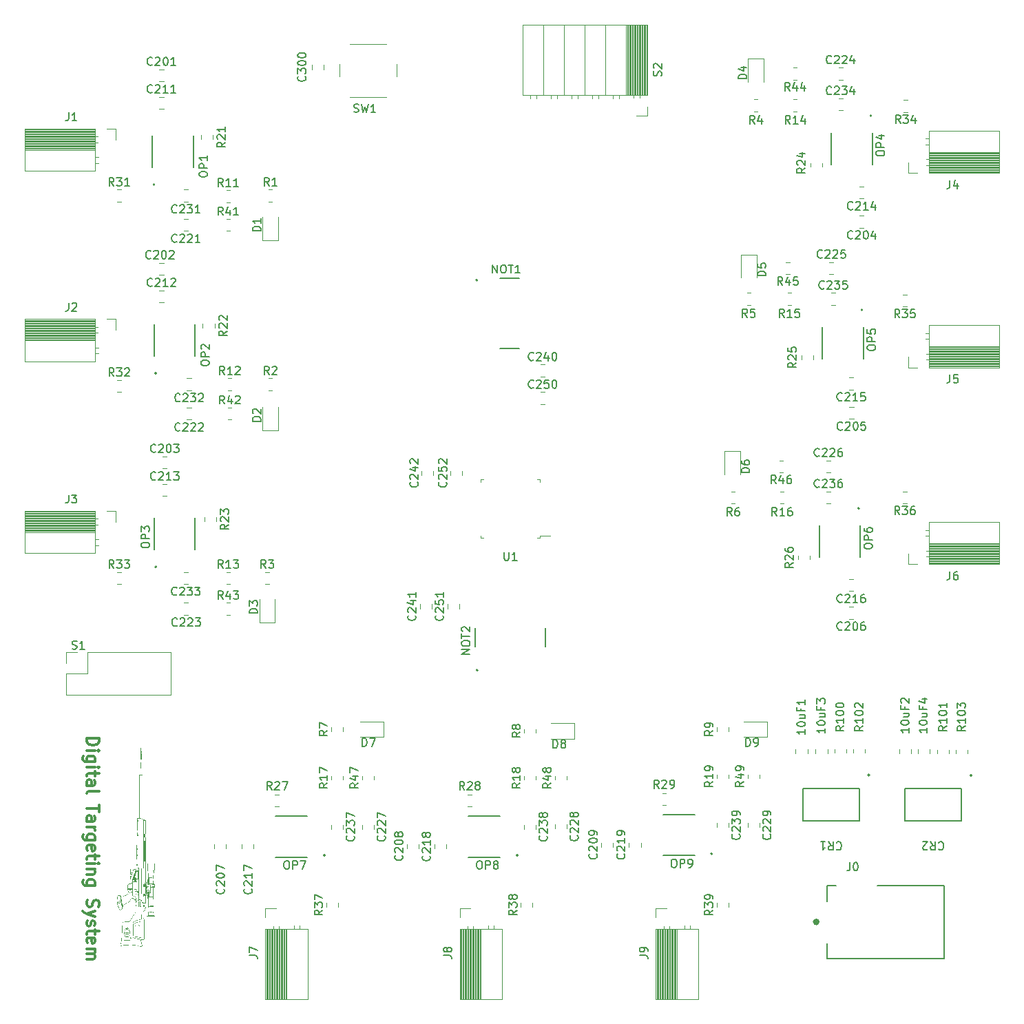
<source format=gbr>
%TF.GenerationSoftware,KiCad,Pcbnew,(6.0.11-0)*%
%TF.CreationDate,2023-11-20T02:45:57-06:00*%
%TF.ProjectId,ECE395_Digital_Target,45434533-3935-45f4-9469-676974616c5f,rev?*%
%TF.SameCoordinates,Original*%
%TF.FileFunction,Legend,Top*%
%TF.FilePolarity,Positive*%
%FSLAX46Y46*%
G04 Gerber Fmt 4.6, Leading zero omitted, Abs format (unit mm)*
G04 Created by KiCad (PCBNEW (6.0.11-0)) date 2023-11-20 02:45:57*
%MOMM*%
%LPD*%
G01*
G04 APERTURE LIST*
%ADD10C,0.375000*%
%ADD11C,0.150000*%
%ADD12C,0.120000*%
%ADD13C,0.127000*%
%ADD14C,0.200000*%
%ADD15C,0.400000*%
%ADD16C,0.152400*%
G04 APERTURE END LIST*
D10*
X56321428Y-119028571D02*
X57821428Y-119028571D01*
X57821428Y-119385714D01*
X57750000Y-119600000D01*
X57607142Y-119742857D01*
X57464285Y-119814285D01*
X57178571Y-119885714D01*
X56964285Y-119885714D01*
X56678571Y-119814285D01*
X56535714Y-119742857D01*
X56392857Y-119600000D01*
X56321428Y-119385714D01*
X56321428Y-119028571D01*
X56321428Y-120528571D02*
X57321428Y-120528571D01*
X57821428Y-120528571D02*
X57750000Y-120457142D01*
X57678571Y-120528571D01*
X57750000Y-120600000D01*
X57821428Y-120528571D01*
X57678571Y-120528571D01*
X57321428Y-121885714D02*
X56107142Y-121885714D01*
X55964285Y-121814285D01*
X55892857Y-121742857D01*
X55821428Y-121600000D01*
X55821428Y-121385714D01*
X55892857Y-121242857D01*
X56392857Y-121885714D02*
X56321428Y-121742857D01*
X56321428Y-121457142D01*
X56392857Y-121314285D01*
X56464285Y-121242857D01*
X56607142Y-121171428D01*
X57035714Y-121171428D01*
X57178571Y-121242857D01*
X57250000Y-121314285D01*
X57321428Y-121457142D01*
X57321428Y-121742857D01*
X57250000Y-121885714D01*
X56321428Y-122600000D02*
X57321428Y-122600000D01*
X57821428Y-122600000D02*
X57750000Y-122528571D01*
X57678571Y-122600000D01*
X57750000Y-122671428D01*
X57821428Y-122600000D01*
X57678571Y-122600000D01*
X57321428Y-123100000D02*
X57321428Y-123671428D01*
X57821428Y-123314285D02*
X56535714Y-123314285D01*
X56392857Y-123385714D01*
X56321428Y-123528571D01*
X56321428Y-123671428D01*
X56321428Y-124814285D02*
X57107142Y-124814285D01*
X57250000Y-124742857D01*
X57321428Y-124600000D01*
X57321428Y-124314285D01*
X57250000Y-124171428D01*
X56392857Y-124814285D02*
X56321428Y-124671428D01*
X56321428Y-124314285D01*
X56392857Y-124171428D01*
X56535714Y-124100000D01*
X56678571Y-124100000D01*
X56821428Y-124171428D01*
X56892857Y-124314285D01*
X56892857Y-124671428D01*
X56964285Y-124814285D01*
X56321428Y-125742857D02*
X56392857Y-125600000D01*
X56535714Y-125528571D01*
X57821428Y-125528571D01*
X57821428Y-127242857D02*
X57821428Y-128100000D01*
X56321428Y-127671428D02*
X57821428Y-127671428D01*
X56321428Y-129242857D02*
X57107142Y-129242857D01*
X57250000Y-129171428D01*
X57321428Y-129028571D01*
X57321428Y-128742857D01*
X57250000Y-128600000D01*
X56392857Y-129242857D02*
X56321428Y-129100000D01*
X56321428Y-128742857D01*
X56392857Y-128600000D01*
X56535714Y-128528571D01*
X56678571Y-128528571D01*
X56821428Y-128600000D01*
X56892857Y-128742857D01*
X56892857Y-129100000D01*
X56964285Y-129242857D01*
X56321428Y-129957142D02*
X57321428Y-129957142D01*
X57035714Y-129957142D02*
X57178571Y-130028571D01*
X57250000Y-130100000D01*
X57321428Y-130242857D01*
X57321428Y-130385714D01*
X57321428Y-131528571D02*
X56107142Y-131528571D01*
X55964285Y-131457142D01*
X55892857Y-131385714D01*
X55821428Y-131242857D01*
X55821428Y-131028571D01*
X55892857Y-130885714D01*
X56392857Y-131528571D02*
X56321428Y-131385714D01*
X56321428Y-131099999D01*
X56392857Y-130957142D01*
X56464285Y-130885714D01*
X56607142Y-130814285D01*
X57035714Y-130814285D01*
X57178571Y-130885714D01*
X57250000Y-130957142D01*
X57321428Y-131100000D01*
X57321428Y-131385714D01*
X57250000Y-131528571D01*
X56392857Y-132814285D02*
X56321428Y-132671428D01*
X56321428Y-132385714D01*
X56392857Y-132242857D01*
X56535714Y-132171428D01*
X57107142Y-132171428D01*
X57250000Y-132242857D01*
X57321428Y-132385714D01*
X57321428Y-132671428D01*
X57250000Y-132814285D01*
X57107142Y-132885714D01*
X56964285Y-132885714D01*
X56821428Y-132171428D01*
X57321428Y-133314285D02*
X57321428Y-133885714D01*
X57821428Y-133528571D02*
X56535714Y-133528571D01*
X56392857Y-133599999D01*
X56321428Y-133742857D01*
X56321428Y-133885714D01*
X56321428Y-134385714D02*
X57321428Y-134385714D01*
X57821428Y-134385714D02*
X57750000Y-134314285D01*
X57678571Y-134385714D01*
X57750000Y-134457142D01*
X57821428Y-134385714D01*
X57678571Y-134385714D01*
X57321428Y-135100000D02*
X56321428Y-135100000D01*
X57178571Y-135100000D02*
X57250000Y-135171428D01*
X57321428Y-135314285D01*
X57321428Y-135528571D01*
X57250000Y-135671428D01*
X57107142Y-135742857D01*
X56321428Y-135742857D01*
X57321428Y-137100000D02*
X56107142Y-137100000D01*
X55964285Y-137028571D01*
X55892857Y-136957142D01*
X55821428Y-136814285D01*
X55821428Y-136600000D01*
X55892857Y-136457142D01*
X56392857Y-137100000D02*
X56321428Y-136957142D01*
X56321428Y-136671428D01*
X56392857Y-136528571D01*
X56464285Y-136457142D01*
X56607142Y-136385714D01*
X57035714Y-136385714D01*
X57178571Y-136457142D01*
X57250000Y-136528571D01*
X57321428Y-136671428D01*
X57321428Y-136957142D01*
X57250000Y-137100000D01*
X56392857Y-138885714D02*
X56321428Y-139100000D01*
X56321428Y-139457142D01*
X56392857Y-139600000D01*
X56464285Y-139671428D01*
X56607142Y-139742857D01*
X56750000Y-139742857D01*
X56892857Y-139671428D01*
X56964285Y-139600000D01*
X57035714Y-139457142D01*
X57107142Y-139171428D01*
X57178571Y-139028571D01*
X57250000Y-138957142D01*
X57392857Y-138885714D01*
X57535714Y-138885714D01*
X57678571Y-138957142D01*
X57750000Y-139028571D01*
X57821428Y-139171428D01*
X57821428Y-139528571D01*
X57750000Y-139742857D01*
X57321428Y-140242857D02*
X56321428Y-140600000D01*
X57321428Y-140957142D02*
X56321428Y-140600000D01*
X55964285Y-140457142D01*
X55892857Y-140385714D01*
X55821428Y-140242857D01*
X56392857Y-141457142D02*
X56321428Y-141600000D01*
X56321428Y-141885714D01*
X56392857Y-142028571D01*
X56535714Y-142100000D01*
X56607142Y-142100000D01*
X56750000Y-142028571D01*
X56821428Y-141885714D01*
X56821428Y-141671428D01*
X56892857Y-141528571D01*
X57035714Y-141457142D01*
X57107142Y-141457142D01*
X57250000Y-141528571D01*
X57321428Y-141671428D01*
X57321428Y-141885714D01*
X57250000Y-142028571D01*
X57321428Y-142528571D02*
X57321428Y-143100000D01*
X57821428Y-142742857D02*
X56535714Y-142742857D01*
X56392857Y-142814285D01*
X56321428Y-142957142D01*
X56321428Y-143100000D01*
X56392857Y-144171428D02*
X56321428Y-144028571D01*
X56321428Y-143742857D01*
X56392857Y-143600000D01*
X56535714Y-143528571D01*
X57107142Y-143528571D01*
X57250000Y-143600000D01*
X57321428Y-143742857D01*
X57321428Y-144028571D01*
X57250000Y-144171428D01*
X57107142Y-144242857D01*
X56964285Y-144242857D01*
X56821428Y-143528571D01*
X56321428Y-144885714D02*
X57321428Y-144885714D01*
X57178571Y-144885714D02*
X57250000Y-144957142D01*
X57321428Y-145100000D01*
X57321428Y-145314285D01*
X57250000Y-145457142D01*
X57107142Y-145528571D01*
X56321428Y-145528571D01*
X57107142Y-145528571D02*
X57250000Y-145600000D01*
X57321428Y-145742857D01*
X57321428Y-145957142D01*
X57250000Y-146100000D01*
X57107142Y-146171428D01*
X56321428Y-146171428D01*
D11*
%TO.C,C206*%
X149180952Y-105637142D02*
X149133333Y-105684761D01*
X148990476Y-105732380D01*
X148895238Y-105732380D01*
X148752380Y-105684761D01*
X148657142Y-105589523D01*
X148609523Y-105494285D01*
X148561904Y-105303809D01*
X148561904Y-105160952D01*
X148609523Y-104970476D01*
X148657142Y-104875238D01*
X148752380Y-104780000D01*
X148895238Y-104732380D01*
X148990476Y-104732380D01*
X149133333Y-104780000D01*
X149180952Y-104827619D01*
X149561904Y-104827619D02*
X149609523Y-104780000D01*
X149704761Y-104732380D01*
X149942857Y-104732380D01*
X150038095Y-104780000D01*
X150085714Y-104827619D01*
X150133333Y-104922857D01*
X150133333Y-105018095D01*
X150085714Y-105160952D01*
X149514285Y-105732380D01*
X150133333Y-105732380D01*
X150752380Y-104732380D02*
X150847619Y-104732380D01*
X150942857Y-104780000D01*
X150990476Y-104827619D01*
X151038095Y-104922857D01*
X151085714Y-105113333D01*
X151085714Y-105351428D01*
X151038095Y-105541904D01*
X150990476Y-105637142D01*
X150942857Y-105684761D01*
X150847619Y-105732380D01*
X150752380Y-105732380D01*
X150657142Y-105684761D01*
X150609523Y-105637142D01*
X150561904Y-105541904D01*
X150514285Y-105351428D01*
X150514285Y-105113333D01*
X150561904Y-104922857D01*
X150609523Y-104827619D01*
X150657142Y-104780000D01*
X150752380Y-104732380D01*
X151942857Y-104732380D02*
X151752380Y-104732380D01*
X151657142Y-104780000D01*
X151609523Y-104827619D01*
X151514285Y-104970476D01*
X151466666Y-105160952D01*
X151466666Y-105541904D01*
X151514285Y-105637142D01*
X151561904Y-105684761D01*
X151657142Y-105732380D01*
X151847619Y-105732380D01*
X151942857Y-105684761D01*
X151990476Y-105637142D01*
X152038095Y-105541904D01*
X152038095Y-105303809D01*
X151990476Y-105208571D01*
X151942857Y-105160952D01*
X151847619Y-105113333D01*
X151657142Y-105113333D01*
X151561904Y-105160952D01*
X151514285Y-105208571D01*
X151466666Y-105303809D01*
%TO.C,10uF4*%
X159652380Y-117747619D02*
X159652380Y-118319047D01*
X159652380Y-118033333D02*
X158652380Y-118033333D01*
X158795238Y-118128571D01*
X158890476Y-118223809D01*
X158938095Y-118319047D01*
X158652380Y-117128571D02*
X158652380Y-117033333D01*
X158700000Y-116938095D01*
X158747619Y-116890476D01*
X158842857Y-116842857D01*
X159033333Y-116795238D01*
X159271428Y-116795238D01*
X159461904Y-116842857D01*
X159557142Y-116890476D01*
X159604761Y-116938095D01*
X159652380Y-117033333D01*
X159652380Y-117128571D01*
X159604761Y-117223809D01*
X159557142Y-117271428D01*
X159461904Y-117319047D01*
X159271428Y-117366666D01*
X159033333Y-117366666D01*
X158842857Y-117319047D01*
X158747619Y-117271428D01*
X158700000Y-117223809D01*
X158652380Y-117128571D01*
X158985714Y-115938095D02*
X159652380Y-115938095D01*
X158985714Y-116366666D02*
X159509523Y-116366666D01*
X159604761Y-116319047D01*
X159652380Y-116223809D01*
X159652380Y-116080952D01*
X159604761Y-115985714D01*
X159557142Y-115938095D01*
X159128571Y-115128571D02*
X159128571Y-115461904D01*
X159652380Y-115461904D02*
X158652380Y-115461904D01*
X158652380Y-114985714D01*
X158985714Y-114176190D02*
X159652380Y-114176190D01*
X158604761Y-114414285D02*
X159319047Y-114652380D01*
X159319047Y-114033333D01*
%TO.C,S2*%
X126937261Y-37581904D02*
X126984880Y-37439047D01*
X126984880Y-37200952D01*
X126937261Y-37105714D01*
X126889642Y-37058095D01*
X126794404Y-37010476D01*
X126699166Y-37010476D01*
X126603928Y-37058095D01*
X126556309Y-37105714D01*
X126508690Y-37200952D01*
X126461071Y-37391428D01*
X126413452Y-37486666D01*
X126365833Y-37534285D01*
X126270595Y-37581904D01*
X126175357Y-37581904D01*
X126080119Y-37534285D01*
X126032500Y-37486666D01*
X125984880Y-37391428D01*
X125984880Y-37153333D01*
X126032500Y-37010476D01*
X126080119Y-36629523D02*
X126032500Y-36581904D01*
X125984880Y-36486666D01*
X125984880Y-36248571D01*
X126032500Y-36153333D01*
X126080119Y-36105714D01*
X126175357Y-36058095D01*
X126270595Y-36058095D01*
X126413452Y-36105714D01*
X126984880Y-36677142D01*
X126984880Y-36058095D01*
%TO.C,D6*%
X137802380Y-86338095D02*
X136802380Y-86338095D01*
X136802380Y-86100000D01*
X136850000Y-85957142D01*
X136945238Y-85861904D01*
X137040476Y-85814285D01*
X137230952Y-85766666D01*
X137373809Y-85766666D01*
X137564285Y-85814285D01*
X137659523Y-85861904D01*
X137754761Y-85957142D01*
X137802380Y-86100000D01*
X137802380Y-86338095D01*
X136802380Y-84909523D02*
X136802380Y-85100000D01*
X136850000Y-85195238D01*
X136897619Y-85242857D01*
X137040476Y-85338095D01*
X137230952Y-85385714D01*
X137611904Y-85385714D01*
X137707142Y-85338095D01*
X137754761Y-85290476D01*
X137802380Y-85195238D01*
X137802380Y-85004761D01*
X137754761Y-84909523D01*
X137707142Y-84861904D01*
X137611904Y-84814285D01*
X137373809Y-84814285D01*
X137278571Y-84861904D01*
X137230952Y-84909523D01*
X137183333Y-85004761D01*
X137183333Y-85195238D01*
X137230952Y-85290476D01*
X137278571Y-85338095D01*
X137373809Y-85385714D01*
%TO.C,C234*%
X147880952Y-39777142D02*
X147833333Y-39824761D01*
X147690476Y-39872380D01*
X147595238Y-39872380D01*
X147452380Y-39824761D01*
X147357142Y-39729523D01*
X147309523Y-39634285D01*
X147261904Y-39443809D01*
X147261904Y-39300952D01*
X147309523Y-39110476D01*
X147357142Y-39015238D01*
X147452380Y-38920000D01*
X147595238Y-38872380D01*
X147690476Y-38872380D01*
X147833333Y-38920000D01*
X147880952Y-38967619D01*
X148261904Y-38967619D02*
X148309523Y-38920000D01*
X148404761Y-38872380D01*
X148642857Y-38872380D01*
X148738095Y-38920000D01*
X148785714Y-38967619D01*
X148833333Y-39062857D01*
X148833333Y-39158095D01*
X148785714Y-39300952D01*
X148214285Y-39872380D01*
X148833333Y-39872380D01*
X149166666Y-38872380D02*
X149785714Y-38872380D01*
X149452380Y-39253333D01*
X149595238Y-39253333D01*
X149690476Y-39300952D01*
X149738095Y-39348571D01*
X149785714Y-39443809D01*
X149785714Y-39681904D01*
X149738095Y-39777142D01*
X149690476Y-39824761D01*
X149595238Y-39872380D01*
X149309523Y-39872380D01*
X149214285Y-39824761D01*
X149166666Y-39777142D01*
X150642857Y-39205714D02*
X150642857Y-39872380D01*
X150404761Y-38824761D02*
X150166666Y-39539047D01*
X150785714Y-39539047D01*
%TO.C,C232*%
X67780952Y-77537142D02*
X67733333Y-77584761D01*
X67590476Y-77632380D01*
X67495238Y-77632380D01*
X67352380Y-77584761D01*
X67257142Y-77489523D01*
X67209523Y-77394285D01*
X67161904Y-77203809D01*
X67161904Y-77060952D01*
X67209523Y-76870476D01*
X67257142Y-76775238D01*
X67352380Y-76680000D01*
X67495238Y-76632380D01*
X67590476Y-76632380D01*
X67733333Y-76680000D01*
X67780952Y-76727619D01*
X68161904Y-76727619D02*
X68209523Y-76680000D01*
X68304761Y-76632380D01*
X68542857Y-76632380D01*
X68638095Y-76680000D01*
X68685714Y-76727619D01*
X68733333Y-76822857D01*
X68733333Y-76918095D01*
X68685714Y-77060952D01*
X68114285Y-77632380D01*
X68733333Y-77632380D01*
X69066666Y-76632380D02*
X69685714Y-76632380D01*
X69352380Y-77013333D01*
X69495238Y-77013333D01*
X69590476Y-77060952D01*
X69638095Y-77108571D01*
X69685714Y-77203809D01*
X69685714Y-77441904D01*
X69638095Y-77537142D01*
X69590476Y-77584761D01*
X69495238Y-77632380D01*
X69209523Y-77632380D01*
X69114285Y-77584761D01*
X69066666Y-77537142D01*
X70066666Y-76727619D02*
X70114285Y-76680000D01*
X70209523Y-76632380D01*
X70447619Y-76632380D01*
X70542857Y-76680000D01*
X70590476Y-76727619D01*
X70638095Y-76822857D01*
X70638095Y-76918095D01*
X70590476Y-77060952D01*
X70019047Y-77632380D01*
X70638095Y-77632380D01*
%TO.C,OP9*%
X128413571Y-133889380D02*
X128604047Y-133889380D01*
X128699285Y-133937000D01*
X128794523Y-134032238D01*
X128842142Y-134222714D01*
X128842142Y-134556047D01*
X128794523Y-134746523D01*
X128699285Y-134841761D01*
X128604047Y-134889380D01*
X128413571Y-134889380D01*
X128318333Y-134841761D01*
X128223095Y-134746523D01*
X128175476Y-134556047D01*
X128175476Y-134222714D01*
X128223095Y-134032238D01*
X128318333Y-133937000D01*
X128413571Y-133889380D01*
X129270714Y-134889380D02*
X129270714Y-133889380D01*
X129651666Y-133889380D01*
X129746904Y-133937000D01*
X129794523Y-133984619D01*
X129842142Y-134079857D01*
X129842142Y-134222714D01*
X129794523Y-134317952D01*
X129746904Y-134365571D01*
X129651666Y-134413190D01*
X129270714Y-134413190D01*
X130318333Y-134889380D02*
X130508809Y-134889380D01*
X130604047Y-134841761D01*
X130651666Y-134794142D01*
X130746904Y-134651285D01*
X130794523Y-134460809D01*
X130794523Y-134079857D01*
X130746904Y-133984619D01*
X130699285Y-133937000D01*
X130604047Y-133889380D01*
X130413571Y-133889380D01*
X130318333Y-133937000D01*
X130270714Y-133984619D01*
X130223095Y-134079857D01*
X130223095Y-134317952D01*
X130270714Y-134413190D01*
X130318333Y-134460809D01*
X130413571Y-134508428D01*
X130604047Y-134508428D01*
X130699285Y-134460809D01*
X130746904Y-134413190D01*
X130794523Y-134317952D01*
%TO.C,OP4*%
X153389380Y-47186428D02*
X153389380Y-46995952D01*
X153437000Y-46900714D01*
X153532238Y-46805476D01*
X153722714Y-46757857D01*
X154056047Y-46757857D01*
X154246523Y-46805476D01*
X154341761Y-46900714D01*
X154389380Y-46995952D01*
X154389380Y-47186428D01*
X154341761Y-47281666D01*
X154246523Y-47376904D01*
X154056047Y-47424523D01*
X153722714Y-47424523D01*
X153532238Y-47376904D01*
X153437000Y-47281666D01*
X153389380Y-47186428D01*
X154389380Y-46329285D02*
X153389380Y-46329285D01*
X153389380Y-45948333D01*
X153437000Y-45853095D01*
X153484619Y-45805476D01*
X153579857Y-45757857D01*
X153722714Y-45757857D01*
X153817952Y-45805476D01*
X153865571Y-45853095D01*
X153913190Y-45948333D01*
X153913190Y-46329285D01*
X153722714Y-44900714D02*
X154389380Y-44900714D01*
X153341761Y-45138809D02*
X154056047Y-45376904D01*
X154056047Y-44757857D01*
%TO.C,OP6*%
X151889380Y-95486428D02*
X151889380Y-95295952D01*
X151937000Y-95200714D01*
X152032238Y-95105476D01*
X152222714Y-95057857D01*
X152556047Y-95057857D01*
X152746523Y-95105476D01*
X152841761Y-95200714D01*
X152889380Y-95295952D01*
X152889380Y-95486428D01*
X152841761Y-95581666D01*
X152746523Y-95676904D01*
X152556047Y-95724523D01*
X152222714Y-95724523D01*
X152032238Y-95676904D01*
X151937000Y-95581666D01*
X151889380Y-95486428D01*
X152889380Y-94629285D02*
X151889380Y-94629285D01*
X151889380Y-94248333D01*
X151937000Y-94153095D01*
X151984619Y-94105476D01*
X152079857Y-94057857D01*
X152222714Y-94057857D01*
X152317952Y-94105476D01*
X152365571Y-94153095D01*
X152413190Y-94248333D01*
X152413190Y-94629285D01*
X151889380Y-93200714D02*
X151889380Y-93391190D01*
X151937000Y-93486428D01*
X151984619Y-93534047D01*
X152127476Y-93629285D01*
X152317952Y-93676904D01*
X152698904Y-93676904D01*
X152794142Y-93629285D01*
X152841761Y-93581666D01*
X152889380Y-93486428D01*
X152889380Y-93295952D01*
X152841761Y-93200714D01*
X152794142Y-93153095D01*
X152698904Y-93105476D01*
X152460809Y-93105476D01*
X152365571Y-93153095D01*
X152317952Y-93200714D01*
X152270333Y-93295952D01*
X152270333Y-93486428D01*
X152317952Y-93581666D01*
X152365571Y-93629285D01*
X152460809Y-93676904D01*
%TO.C,C212*%
X64380952Y-63377142D02*
X64333333Y-63424761D01*
X64190476Y-63472380D01*
X64095238Y-63472380D01*
X63952380Y-63424761D01*
X63857142Y-63329523D01*
X63809523Y-63234285D01*
X63761904Y-63043809D01*
X63761904Y-62900952D01*
X63809523Y-62710476D01*
X63857142Y-62615238D01*
X63952380Y-62520000D01*
X64095238Y-62472380D01*
X64190476Y-62472380D01*
X64333333Y-62520000D01*
X64380952Y-62567619D01*
X64761904Y-62567619D02*
X64809523Y-62520000D01*
X64904761Y-62472380D01*
X65142857Y-62472380D01*
X65238095Y-62520000D01*
X65285714Y-62567619D01*
X65333333Y-62662857D01*
X65333333Y-62758095D01*
X65285714Y-62900952D01*
X64714285Y-63472380D01*
X65333333Y-63472380D01*
X66285714Y-63472380D02*
X65714285Y-63472380D01*
X66000000Y-63472380D02*
X66000000Y-62472380D01*
X65904761Y-62615238D01*
X65809523Y-62710476D01*
X65714285Y-62758095D01*
X66666666Y-62567619D02*
X66714285Y-62520000D01*
X66809523Y-62472380D01*
X67047619Y-62472380D01*
X67142857Y-62520000D01*
X67190476Y-62567619D01*
X67238095Y-62662857D01*
X67238095Y-62758095D01*
X67190476Y-62900952D01*
X66619047Y-63472380D01*
X67238095Y-63472380D01*
%TO.C,10uF1*%
X144652380Y-117947619D02*
X144652380Y-118519047D01*
X144652380Y-118233333D02*
X143652380Y-118233333D01*
X143795238Y-118328571D01*
X143890476Y-118423809D01*
X143938095Y-118519047D01*
X143652380Y-117328571D02*
X143652380Y-117233333D01*
X143700000Y-117138095D01*
X143747619Y-117090476D01*
X143842857Y-117042857D01*
X144033333Y-116995238D01*
X144271428Y-116995238D01*
X144461904Y-117042857D01*
X144557142Y-117090476D01*
X144604761Y-117138095D01*
X144652380Y-117233333D01*
X144652380Y-117328571D01*
X144604761Y-117423809D01*
X144557142Y-117471428D01*
X144461904Y-117519047D01*
X144271428Y-117566666D01*
X144033333Y-117566666D01*
X143842857Y-117519047D01*
X143747619Y-117471428D01*
X143700000Y-117423809D01*
X143652380Y-117328571D01*
X143985714Y-116138095D02*
X144652380Y-116138095D01*
X143985714Y-116566666D02*
X144509523Y-116566666D01*
X144604761Y-116519047D01*
X144652380Y-116423809D01*
X144652380Y-116280952D01*
X144604761Y-116185714D01*
X144557142Y-116138095D01*
X144128571Y-115328571D02*
X144128571Y-115661904D01*
X144652380Y-115661904D02*
X143652380Y-115661904D01*
X143652380Y-115185714D01*
X144652380Y-114280952D02*
X144652380Y-114852380D01*
X144652380Y-114566666D02*
X143652380Y-114566666D01*
X143795238Y-114661904D01*
X143890476Y-114757142D01*
X143938095Y-114852380D01*
%TO.C,C235*%
X146980952Y-63677142D02*
X146933333Y-63724761D01*
X146790476Y-63772380D01*
X146695238Y-63772380D01*
X146552380Y-63724761D01*
X146457142Y-63629523D01*
X146409523Y-63534285D01*
X146361904Y-63343809D01*
X146361904Y-63200952D01*
X146409523Y-63010476D01*
X146457142Y-62915238D01*
X146552380Y-62820000D01*
X146695238Y-62772380D01*
X146790476Y-62772380D01*
X146933333Y-62820000D01*
X146980952Y-62867619D01*
X147361904Y-62867619D02*
X147409523Y-62820000D01*
X147504761Y-62772380D01*
X147742857Y-62772380D01*
X147838095Y-62820000D01*
X147885714Y-62867619D01*
X147933333Y-62962857D01*
X147933333Y-63058095D01*
X147885714Y-63200952D01*
X147314285Y-63772380D01*
X147933333Y-63772380D01*
X148266666Y-62772380D02*
X148885714Y-62772380D01*
X148552380Y-63153333D01*
X148695238Y-63153333D01*
X148790476Y-63200952D01*
X148838095Y-63248571D01*
X148885714Y-63343809D01*
X148885714Y-63581904D01*
X148838095Y-63677142D01*
X148790476Y-63724761D01*
X148695238Y-63772380D01*
X148409523Y-63772380D01*
X148314285Y-63724761D01*
X148266666Y-63677142D01*
X149790476Y-62772380D02*
X149314285Y-62772380D01*
X149266666Y-63248571D01*
X149314285Y-63200952D01*
X149409523Y-63153333D01*
X149647619Y-63153333D01*
X149742857Y-63200952D01*
X149790476Y-63248571D01*
X149838095Y-63343809D01*
X149838095Y-63581904D01*
X149790476Y-63677142D01*
X149742857Y-63724761D01*
X149647619Y-63772380D01*
X149409523Y-63772380D01*
X149314285Y-63724761D01*
X149266666Y-63677142D01*
%TO.C,R4*%
X138433333Y-43452380D02*
X138100000Y-42976190D01*
X137861904Y-43452380D02*
X137861904Y-42452380D01*
X138242857Y-42452380D01*
X138338095Y-42500000D01*
X138385714Y-42547619D01*
X138433333Y-42642857D01*
X138433333Y-42785714D01*
X138385714Y-42880952D01*
X138338095Y-42928571D01*
X138242857Y-42976190D01*
X137861904Y-42976190D01*
X139290476Y-42785714D02*
X139290476Y-43452380D01*
X139052380Y-42404761D02*
X138814285Y-43119047D01*
X139433333Y-43119047D01*
%TO.C,J0*%
X150151350Y-134286827D02*
X150151350Y-135001169D01*
X150103727Y-135144038D01*
X150008481Y-135239283D01*
X149865613Y-135286906D01*
X149770367Y-135286906D01*
X150818069Y-134286827D02*
X150913315Y-134286827D01*
X151008560Y-134334450D01*
X151056183Y-134382073D01*
X151103806Y-134477318D01*
X151151429Y-134667810D01*
X151151429Y-134905924D01*
X151103806Y-135096415D01*
X151056183Y-135191661D01*
X151008560Y-135239283D01*
X150913315Y-135286906D01*
X150818069Y-135286906D01*
X150722824Y-135239283D01*
X150675201Y-135191661D01*
X150627578Y-135096415D01*
X150579955Y-134905924D01*
X150579955Y-134667810D01*
X150627578Y-134477318D01*
X150675201Y-134382073D01*
X150722824Y-134334450D01*
X150818069Y-134286827D01*
%TO.C,C218*%
X98477142Y-133456547D02*
X98524761Y-133504166D01*
X98572380Y-133647023D01*
X98572380Y-133742261D01*
X98524761Y-133885119D01*
X98429523Y-133980357D01*
X98334285Y-134027976D01*
X98143809Y-134075595D01*
X98000952Y-134075595D01*
X97810476Y-134027976D01*
X97715238Y-133980357D01*
X97620000Y-133885119D01*
X97572380Y-133742261D01*
X97572380Y-133647023D01*
X97620000Y-133504166D01*
X97667619Y-133456547D01*
X97667619Y-133075595D02*
X97620000Y-133027976D01*
X97572380Y-132932738D01*
X97572380Y-132694642D01*
X97620000Y-132599404D01*
X97667619Y-132551785D01*
X97762857Y-132504166D01*
X97858095Y-132504166D01*
X98000952Y-132551785D01*
X98572380Y-133123214D01*
X98572380Y-132504166D01*
X98572380Y-131551785D02*
X98572380Y-132123214D01*
X98572380Y-131837500D02*
X97572380Y-131837500D01*
X97715238Y-131932738D01*
X97810476Y-132027976D01*
X97858095Y-132123214D01*
X98000952Y-130980357D02*
X97953333Y-131075595D01*
X97905714Y-131123214D01*
X97810476Y-131170833D01*
X97762857Y-131170833D01*
X97667619Y-131123214D01*
X97620000Y-131075595D01*
X97572380Y-130980357D01*
X97572380Y-130789880D01*
X97620000Y-130694642D01*
X97667619Y-130647023D01*
X97762857Y-130599404D01*
X97810476Y-130599404D01*
X97905714Y-130647023D01*
X97953333Y-130694642D01*
X98000952Y-130789880D01*
X98000952Y-130980357D01*
X98048571Y-131075595D01*
X98096190Y-131123214D01*
X98191428Y-131170833D01*
X98381904Y-131170833D01*
X98477142Y-131123214D01*
X98524761Y-131075595D01*
X98572380Y-130980357D01*
X98572380Y-130789880D01*
X98524761Y-130694642D01*
X98477142Y-130647023D01*
X98381904Y-130599404D01*
X98191428Y-130599404D01*
X98096190Y-130647023D01*
X98048571Y-130694642D01*
X98000952Y-130789880D01*
%TO.C,NOT1*%
X106208333Y-61817380D02*
X106208333Y-60817380D01*
X106779761Y-61817380D01*
X106779761Y-60817380D01*
X107446428Y-60817380D02*
X107636904Y-60817380D01*
X107732142Y-60865000D01*
X107827380Y-60960238D01*
X107875000Y-61150714D01*
X107875000Y-61484047D01*
X107827380Y-61674523D01*
X107732142Y-61769761D01*
X107636904Y-61817380D01*
X107446428Y-61817380D01*
X107351190Y-61769761D01*
X107255952Y-61674523D01*
X107208333Y-61484047D01*
X107208333Y-61150714D01*
X107255952Y-60960238D01*
X107351190Y-60865000D01*
X107446428Y-60817380D01*
X108160714Y-60817380D02*
X108732142Y-60817380D01*
X108446428Y-61817380D02*
X108446428Y-60817380D01*
X109589285Y-61817380D02*
X109017857Y-61817380D01*
X109303571Y-61817380D02*
X109303571Y-60817380D01*
X109208333Y-60960238D01*
X109113095Y-61055476D01*
X109017857Y-61103095D01*
%TO.C,C205*%
X149218452Y-81037142D02*
X149170833Y-81084761D01*
X149027976Y-81132380D01*
X148932738Y-81132380D01*
X148789880Y-81084761D01*
X148694642Y-80989523D01*
X148647023Y-80894285D01*
X148599404Y-80703809D01*
X148599404Y-80560952D01*
X148647023Y-80370476D01*
X148694642Y-80275238D01*
X148789880Y-80180000D01*
X148932738Y-80132380D01*
X149027976Y-80132380D01*
X149170833Y-80180000D01*
X149218452Y-80227619D01*
X149599404Y-80227619D02*
X149647023Y-80180000D01*
X149742261Y-80132380D01*
X149980357Y-80132380D01*
X150075595Y-80180000D01*
X150123214Y-80227619D01*
X150170833Y-80322857D01*
X150170833Y-80418095D01*
X150123214Y-80560952D01*
X149551785Y-81132380D01*
X150170833Y-81132380D01*
X150789880Y-80132380D02*
X150885119Y-80132380D01*
X150980357Y-80180000D01*
X151027976Y-80227619D01*
X151075595Y-80322857D01*
X151123214Y-80513333D01*
X151123214Y-80751428D01*
X151075595Y-80941904D01*
X151027976Y-81037142D01*
X150980357Y-81084761D01*
X150885119Y-81132380D01*
X150789880Y-81132380D01*
X150694642Y-81084761D01*
X150647023Y-81037142D01*
X150599404Y-80941904D01*
X150551785Y-80751428D01*
X150551785Y-80513333D01*
X150599404Y-80322857D01*
X150647023Y-80227619D01*
X150694642Y-80180000D01*
X150789880Y-80132380D01*
X152027976Y-80132380D02*
X151551785Y-80132380D01*
X151504166Y-80608571D01*
X151551785Y-80560952D01*
X151647023Y-80513333D01*
X151885119Y-80513333D01*
X151980357Y-80560952D01*
X152027976Y-80608571D01*
X152075595Y-80703809D01*
X152075595Y-80941904D01*
X152027976Y-81037142D01*
X151980357Y-81084761D01*
X151885119Y-81132380D01*
X151647023Y-81132380D01*
X151551785Y-81084761D01*
X151504166Y-81037142D01*
%TO.C,R22*%
X73552380Y-68942857D02*
X73076190Y-69276190D01*
X73552380Y-69514285D02*
X72552380Y-69514285D01*
X72552380Y-69133333D01*
X72600000Y-69038095D01*
X72647619Y-68990476D01*
X72742857Y-68942857D01*
X72885714Y-68942857D01*
X72980952Y-68990476D01*
X73028571Y-69038095D01*
X73076190Y-69133333D01*
X73076190Y-69514285D01*
X72647619Y-68561904D02*
X72600000Y-68514285D01*
X72552380Y-68419047D01*
X72552380Y-68180952D01*
X72600000Y-68085714D01*
X72647619Y-68038095D01*
X72742857Y-67990476D01*
X72838095Y-67990476D01*
X72980952Y-68038095D01*
X73552380Y-68609523D01*
X73552380Y-67990476D01*
X72647619Y-67609523D02*
X72600000Y-67561904D01*
X72552380Y-67466666D01*
X72552380Y-67228571D01*
X72600000Y-67133333D01*
X72647619Y-67085714D01*
X72742857Y-67038095D01*
X72838095Y-67038095D01*
X72980952Y-67085714D01*
X73552380Y-67657142D01*
X73552380Y-67038095D01*
%TO.C,R35*%
X156257142Y-67302380D02*
X155923809Y-66826190D01*
X155685714Y-67302380D02*
X155685714Y-66302380D01*
X156066666Y-66302380D01*
X156161904Y-66350000D01*
X156209523Y-66397619D01*
X156257142Y-66492857D01*
X156257142Y-66635714D01*
X156209523Y-66730952D01*
X156161904Y-66778571D01*
X156066666Y-66826190D01*
X155685714Y-66826190D01*
X156590476Y-66302380D02*
X157209523Y-66302380D01*
X156876190Y-66683333D01*
X157019047Y-66683333D01*
X157114285Y-66730952D01*
X157161904Y-66778571D01*
X157209523Y-66873809D01*
X157209523Y-67111904D01*
X157161904Y-67207142D01*
X157114285Y-67254761D01*
X157019047Y-67302380D01*
X156733333Y-67302380D01*
X156638095Y-67254761D01*
X156590476Y-67207142D01*
X158114285Y-66302380D02*
X157638095Y-66302380D01*
X157590476Y-66778571D01*
X157638095Y-66730952D01*
X157733333Y-66683333D01*
X157971428Y-66683333D01*
X158066666Y-66730952D01*
X158114285Y-66778571D01*
X158161904Y-66873809D01*
X158161904Y-67111904D01*
X158114285Y-67207142D01*
X158066666Y-67254761D01*
X157971428Y-67302380D01*
X157733333Y-67302380D01*
X157638095Y-67254761D01*
X157590476Y-67207142D01*
%TO.C,R29*%
X126657142Y-125152380D02*
X126323809Y-124676190D01*
X126085714Y-125152380D02*
X126085714Y-124152380D01*
X126466666Y-124152380D01*
X126561904Y-124200000D01*
X126609523Y-124247619D01*
X126657142Y-124342857D01*
X126657142Y-124485714D01*
X126609523Y-124580952D01*
X126561904Y-124628571D01*
X126466666Y-124676190D01*
X126085714Y-124676190D01*
X127038095Y-124247619D02*
X127085714Y-124200000D01*
X127180952Y-124152380D01*
X127419047Y-124152380D01*
X127514285Y-124200000D01*
X127561904Y-124247619D01*
X127609523Y-124342857D01*
X127609523Y-124438095D01*
X127561904Y-124580952D01*
X126990476Y-125152380D01*
X127609523Y-125152380D01*
X128085714Y-125152380D02*
X128276190Y-125152380D01*
X128371428Y-125104761D01*
X128419047Y-125057142D01*
X128514285Y-124914285D01*
X128561904Y-124723809D01*
X128561904Y-124342857D01*
X128514285Y-124247619D01*
X128466666Y-124200000D01*
X128371428Y-124152380D01*
X128180952Y-124152380D01*
X128085714Y-124200000D01*
X128038095Y-124247619D01*
X127990476Y-124342857D01*
X127990476Y-124580952D01*
X128038095Y-124676190D01*
X128085714Y-124723809D01*
X128180952Y-124771428D01*
X128371428Y-124771428D01*
X128466666Y-124723809D01*
X128514285Y-124676190D01*
X128561904Y-124580952D01*
%TO.C,R11*%
X73057142Y-51182380D02*
X72723809Y-50706190D01*
X72485714Y-51182380D02*
X72485714Y-50182380D01*
X72866666Y-50182380D01*
X72961904Y-50230000D01*
X73009523Y-50277619D01*
X73057142Y-50372857D01*
X73057142Y-50515714D01*
X73009523Y-50610952D01*
X72961904Y-50658571D01*
X72866666Y-50706190D01*
X72485714Y-50706190D01*
X74009523Y-51182380D02*
X73438095Y-51182380D01*
X73723809Y-51182380D02*
X73723809Y-50182380D01*
X73628571Y-50325238D01*
X73533333Y-50420476D01*
X73438095Y-50468095D01*
X74961904Y-51182380D02*
X74390476Y-51182380D01*
X74676190Y-51182380D02*
X74676190Y-50182380D01*
X74580952Y-50325238D01*
X74485714Y-50420476D01*
X74390476Y-50468095D01*
%TO.C,C215*%
X149180952Y-77437142D02*
X149133333Y-77484761D01*
X148990476Y-77532380D01*
X148895238Y-77532380D01*
X148752380Y-77484761D01*
X148657142Y-77389523D01*
X148609523Y-77294285D01*
X148561904Y-77103809D01*
X148561904Y-76960952D01*
X148609523Y-76770476D01*
X148657142Y-76675238D01*
X148752380Y-76580000D01*
X148895238Y-76532380D01*
X148990476Y-76532380D01*
X149133333Y-76580000D01*
X149180952Y-76627619D01*
X149561904Y-76627619D02*
X149609523Y-76580000D01*
X149704761Y-76532380D01*
X149942857Y-76532380D01*
X150038095Y-76580000D01*
X150085714Y-76627619D01*
X150133333Y-76722857D01*
X150133333Y-76818095D01*
X150085714Y-76960952D01*
X149514285Y-77532380D01*
X150133333Y-77532380D01*
X151085714Y-77532380D02*
X150514285Y-77532380D01*
X150800000Y-77532380D02*
X150800000Y-76532380D01*
X150704761Y-76675238D01*
X150609523Y-76770476D01*
X150514285Y-76818095D01*
X151990476Y-76532380D02*
X151514285Y-76532380D01*
X151466666Y-77008571D01*
X151514285Y-76960952D01*
X151609523Y-76913333D01*
X151847619Y-76913333D01*
X151942857Y-76960952D01*
X151990476Y-77008571D01*
X152038095Y-77103809D01*
X152038095Y-77341904D01*
X151990476Y-77437142D01*
X151942857Y-77484761D01*
X151847619Y-77532380D01*
X151609523Y-77532380D01*
X151514285Y-77484761D01*
X151466666Y-77437142D01*
%TO.C,C204*%
X150480952Y-57537142D02*
X150433333Y-57584761D01*
X150290476Y-57632380D01*
X150195238Y-57632380D01*
X150052380Y-57584761D01*
X149957142Y-57489523D01*
X149909523Y-57394285D01*
X149861904Y-57203809D01*
X149861904Y-57060952D01*
X149909523Y-56870476D01*
X149957142Y-56775238D01*
X150052380Y-56680000D01*
X150195238Y-56632380D01*
X150290476Y-56632380D01*
X150433333Y-56680000D01*
X150480952Y-56727619D01*
X150861904Y-56727619D02*
X150909523Y-56680000D01*
X151004761Y-56632380D01*
X151242857Y-56632380D01*
X151338095Y-56680000D01*
X151385714Y-56727619D01*
X151433333Y-56822857D01*
X151433333Y-56918095D01*
X151385714Y-57060952D01*
X150814285Y-57632380D01*
X151433333Y-57632380D01*
X152052380Y-56632380D02*
X152147619Y-56632380D01*
X152242857Y-56680000D01*
X152290476Y-56727619D01*
X152338095Y-56822857D01*
X152385714Y-57013333D01*
X152385714Y-57251428D01*
X152338095Y-57441904D01*
X152290476Y-57537142D01*
X152242857Y-57584761D01*
X152147619Y-57632380D01*
X152052380Y-57632380D01*
X151957142Y-57584761D01*
X151909523Y-57537142D01*
X151861904Y-57441904D01*
X151814285Y-57251428D01*
X151814285Y-57013333D01*
X151861904Y-56822857D01*
X151909523Y-56727619D01*
X151957142Y-56680000D01*
X152052380Y-56632380D01*
X153242857Y-56965714D02*
X153242857Y-57632380D01*
X153004761Y-56584761D02*
X152766666Y-57299047D01*
X153385714Y-57299047D01*
%TO.C,R33*%
X59657142Y-98102380D02*
X59323809Y-97626190D01*
X59085714Y-98102380D02*
X59085714Y-97102380D01*
X59466666Y-97102380D01*
X59561904Y-97150000D01*
X59609523Y-97197619D01*
X59657142Y-97292857D01*
X59657142Y-97435714D01*
X59609523Y-97530952D01*
X59561904Y-97578571D01*
X59466666Y-97626190D01*
X59085714Y-97626190D01*
X59990476Y-97102380D02*
X60609523Y-97102380D01*
X60276190Y-97483333D01*
X60419047Y-97483333D01*
X60514285Y-97530952D01*
X60561904Y-97578571D01*
X60609523Y-97673809D01*
X60609523Y-97911904D01*
X60561904Y-98007142D01*
X60514285Y-98054761D01*
X60419047Y-98102380D01*
X60133333Y-98102380D01*
X60038095Y-98054761D01*
X59990476Y-98007142D01*
X60942857Y-97102380D02*
X61561904Y-97102380D01*
X61228571Y-97483333D01*
X61371428Y-97483333D01*
X61466666Y-97530952D01*
X61514285Y-97578571D01*
X61561904Y-97673809D01*
X61561904Y-97911904D01*
X61514285Y-98007142D01*
X61466666Y-98054761D01*
X61371428Y-98102380D01*
X61085714Y-98102380D01*
X60990476Y-98054761D01*
X60942857Y-98007142D01*
%TO.C,C241*%
X96677142Y-103919047D02*
X96724761Y-103966666D01*
X96772380Y-104109523D01*
X96772380Y-104204761D01*
X96724761Y-104347619D01*
X96629523Y-104442857D01*
X96534285Y-104490476D01*
X96343809Y-104538095D01*
X96200952Y-104538095D01*
X96010476Y-104490476D01*
X95915238Y-104442857D01*
X95820000Y-104347619D01*
X95772380Y-104204761D01*
X95772380Y-104109523D01*
X95820000Y-103966666D01*
X95867619Y-103919047D01*
X95867619Y-103538095D02*
X95820000Y-103490476D01*
X95772380Y-103395238D01*
X95772380Y-103157142D01*
X95820000Y-103061904D01*
X95867619Y-103014285D01*
X95962857Y-102966666D01*
X96058095Y-102966666D01*
X96200952Y-103014285D01*
X96772380Y-103585714D01*
X96772380Y-102966666D01*
X96105714Y-102109523D02*
X96772380Y-102109523D01*
X95724761Y-102347619D02*
X96439047Y-102585714D01*
X96439047Y-101966666D01*
X96772380Y-101061904D02*
X96772380Y-101633333D01*
X96772380Y-101347619D02*
X95772380Y-101347619D01*
X95915238Y-101442857D01*
X96010476Y-101538095D01*
X96058095Y-101633333D01*
%TO.C,R21*%
X73352380Y-45742857D02*
X72876190Y-46076190D01*
X73352380Y-46314285D02*
X72352380Y-46314285D01*
X72352380Y-45933333D01*
X72400000Y-45838095D01*
X72447619Y-45790476D01*
X72542857Y-45742857D01*
X72685714Y-45742857D01*
X72780952Y-45790476D01*
X72828571Y-45838095D01*
X72876190Y-45933333D01*
X72876190Y-46314285D01*
X72447619Y-45361904D02*
X72400000Y-45314285D01*
X72352380Y-45219047D01*
X72352380Y-44980952D01*
X72400000Y-44885714D01*
X72447619Y-44838095D01*
X72542857Y-44790476D01*
X72638095Y-44790476D01*
X72780952Y-44838095D01*
X73352380Y-45409523D01*
X73352380Y-44790476D01*
X73352380Y-43838095D02*
X73352380Y-44409523D01*
X73352380Y-44123809D02*
X72352380Y-44123809D01*
X72495238Y-44219047D01*
X72590476Y-44314285D01*
X72638095Y-44409523D01*
%TO.C,R24*%
X144652380Y-48915793D02*
X144176190Y-49249126D01*
X144652380Y-49487221D02*
X143652380Y-49487221D01*
X143652380Y-49106269D01*
X143700000Y-49011031D01*
X143747619Y-48963412D01*
X143842857Y-48915793D01*
X143985714Y-48915793D01*
X144080952Y-48963412D01*
X144128571Y-49011031D01*
X144176190Y-49106269D01*
X144176190Y-49487221D01*
X143747619Y-48534840D02*
X143700000Y-48487221D01*
X143652380Y-48391983D01*
X143652380Y-48153888D01*
X143700000Y-48058650D01*
X143747619Y-48011031D01*
X143842857Y-47963412D01*
X143938095Y-47963412D01*
X144080952Y-48011031D01*
X144652380Y-48582459D01*
X144652380Y-47963412D01*
X143985714Y-47106269D02*
X144652380Y-47106269D01*
X143604761Y-47344364D02*
X144319047Y-47582459D01*
X144319047Y-46963412D01*
%TO.C,R5*%
X137533333Y-67252380D02*
X137200000Y-66776190D01*
X136961904Y-67252380D02*
X136961904Y-66252380D01*
X137342857Y-66252380D01*
X137438095Y-66300000D01*
X137485714Y-66347619D01*
X137533333Y-66442857D01*
X137533333Y-66585714D01*
X137485714Y-66680952D01*
X137438095Y-66728571D01*
X137342857Y-66776190D01*
X136961904Y-66776190D01*
X138438095Y-66252380D02*
X137961904Y-66252380D01*
X137914285Y-66728571D01*
X137961904Y-66680952D01*
X138057142Y-66633333D01*
X138295238Y-66633333D01*
X138390476Y-66680952D01*
X138438095Y-66728571D01*
X138485714Y-66823809D01*
X138485714Y-67061904D01*
X138438095Y-67157142D01*
X138390476Y-67204761D01*
X138295238Y-67252380D01*
X138057142Y-67252380D01*
X137961904Y-67204761D01*
X137914285Y-67157142D01*
%TO.C,R25*%
X143552380Y-72842857D02*
X143076190Y-73176190D01*
X143552380Y-73414285D02*
X142552380Y-73414285D01*
X142552380Y-73033333D01*
X142600000Y-72938095D01*
X142647619Y-72890476D01*
X142742857Y-72842857D01*
X142885714Y-72842857D01*
X142980952Y-72890476D01*
X143028571Y-72938095D01*
X143076190Y-73033333D01*
X143076190Y-73414285D01*
X142647619Y-72461904D02*
X142600000Y-72414285D01*
X142552380Y-72319047D01*
X142552380Y-72080952D01*
X142600000Y-71985714D01*
X142647619Y-71938095D01*
X142742857Y-71890476D01*
X142838095Y-71890476D01*
X142980952Y-71938095D01*
X143552380Y-72509523D01*
X143552380Y-71890476D01*
X142552380Y-70985714D02*
X142552380Y-71461904D01*
X143028571Y-71509523D01*
X142980952Y-71461904D01*
X142933333Y-71366666D01*
X142933333Y-71128571D01*
X142980952Y-71033333D01*
X143028571Y-70985714D01*
X143123809Y-70938095D01*
X143361904Y-70938095D01*
X143457142Y-70985714D01*
X143504761Y-71033333D01*
X143552380Y-71128571D01*
X143552380Y-71366666D01*
X143504761Y-71461904D01*
X143457142Y-71509523D01*
%TO.C,C203*%
X64780952Y-83777142D02*
X64733333Y-83824761D01*
X64590476Y-83872380D01*
X64495238Y-83872380D01*
X64352380Y-83824761D01*
X64257142Y-83729523D01*
X64209523Y-83634285D01*
X64161904Y-83443809D01*
X64161904Y-83300952D01*
X64209523Y-83110476D01*
X64257142Y-83015238D01*
X64352380Y-82920000D01*
X64495238Y-82872380D01*
X64590476Y-82872380D01*
X64733333Y-82920000D01*
X64780952Y-82967619D01*
X65161904Y-82967619D02*
X65209523Y-82920000D01*
X65304761Y-82872380D01*
X65542857Y-82872380D01*
X65638095Y-82920000D01*
X65685714Y-82967619D01*
X65733333Y-83062857D01*
X65733333Y-83158095D01*
X65685714Y-83300952D01*
X65114285Y-83872380D01*
X65733333Y-83872380D01*
X66352380Y-82872380D02*
X66447619Y-82872380D01*
X66542857Y-82920000D01*
X66590476Y-82967619D01*
X66638095Y-83062857D01*
X66685714Y-83253333D01*
X66685714Y-83491428D01*
X66638095Y-83681904D01*
X66590476Y-83777142D01*
X66542857Y-83824761D01*
X66447619Y-83872380D01*
X66352380Y-83872380D01*
X66257142Y-83824761D01*
X66209523Y-83777142D01*
X66161904Y-83681904D01*
X66114285Y-83491428D01*
X66114285Y-83253333D01*
X66161904Y-83062857D01*
X66209523Y-82967619D01*
X66257142Y-82920000D01*
X66352380Y-82872380D01*
X67019047Y-82872380D02*
X67638095Y-82872380D01*
X67304761Y-83253333D01*
X67447619Y-83253333D01*
X67542857Y-83300952D01*
X67590476Y-83348571D01*
X67638095Y-83443809D01*
X67638095Y-83681904D01*
X67590476Y-83777142D01*
X67542857Y-83824761D01*
X67447619Y-83872380D01*
X67161904Y-83872380D01*
X67066666Y-83824761D01*
X67019047Y-83777142D01*
%TO.C,R13*%
X73057142Y-98102380D02*
X72723809Y-97626190D01*
X72485714Y-98102380D02*
X72485714Y-97102380D01*
X72866666Y-97102380D01*
X72961904Y-97150000D01*
X73009523Y-97197619D01*
X73057142Y-97292857D01*
X73057142Y-97435714D01*
X73009523Y-97530952D01*
X72961904Y-97578571D01*
X72866666Y-97626190D01*
X72485714Y-97626190D01*
X74009523Y-98102380D02*
X73438095Y-98102380D01*
X73723809Y-98102380D02*
X73723809Y-97102380D01*
X73628571Y-97245238D01*
X73533333Y-97340476D01*
X73438095Y-97388095D01*
X74342857Y-97102380D02*
X74961904Y-97102380D01*
X74628571Y-97483333D01*
X74771428Y-97483333D01*
X74866666Y-97530952D01*
X74914285Y-97578571D01*
X74961904Y-97673809D01*
X74961904Y-97911904D01*
X74914285Y-98007142D01*
X74866666Y-98054761D01*
X74771428Y-98102380D01*
X74485714Y-98102380D01*
X74390476Y-98054761D01*
X74342857Y-98007142D01*
%TO.C,OP8*%
X104513571Y-134089380D02*
X104704047Y-134089380D01*
X104799285Y-134137000D01*
X104894523Y-134232238D01*
X104942142Y-134422714D01*
X104942142Y-134756047D01*
X104894523Y-134946523D01*
X104799285Y-135041761D01*
X104704047Y-135089380D01*
X104513571Y-135089380D01*
X104418333Y-135041761D01*
X104323095Y-134946523D01*
X104275476Y-134756047D01*
X104275476Y-134422714D01*
X104323095Y-134232238D01*
X104418333Y-134137000D01*
X104513571Y-134089380D01*
X105370714Y-135089380D02*
X105370714Y-134089380D01*
X105751666Y-134089380D01*
X105846904Y-134137000D01*
X105894523Y-134184619D01*
X105942142Y-134279857D01*
X105942142Y-134422714D01*
X105894523Y-134517952D01*
X105846904Y-134565571D01*
X105751666Y-134613190D01*
X105370714Y-134613190D01*
X106513571Y-134517952D02*
X106418333Y-134470333D01*
X106370714Y-134422714D01*
X106323095Y-134327476D01*
X106323095Y-134279857D01*
X106370714Y-134184619D01*
X106418333Y-134137000D01*
X106513571Y-134089380D01*
X106704047Y-134089380D01*
X106799285Y-134137000D01*
X106846904Y-134184619D01*
X106894523Y-134279857D01*
X106894523Y-134327476D01*
X106846904Y-134422714D01*
X106799285Y-134470333D01*
X106704047Y-134517952D01*
X106513571Y-134517952D01*
X106418333Y-134565571D01*
X106370714Y-134613190D01*
X106323095Y-134708428D01*
X106323095Y-134898904D01*
X106370714Y-134994142D01*
X106418333Y-135041761D01*
X106513571Y-135089380D01*
X106704047Y-135089380D01*
X106799285Y-135041761D01*
X106846904Y-134994142D01*
X106894523Y-134898904D01*
X106894523Y-134708428D01*
X106846904Y-134613190D01*
X106799285Y-134565571D01*
X106704047Y-134517952D01*
%TO.C,CR2*%
X161066666Y-131842857D02*
X161114285Y-131795238D01*
X161257142Y-131747619D01*
X161352380Y-131747619D01*
X161495238Y-131795238D01*
X161590476Y-131890476D01*
X161638095Y-131985714D01*
X161685714Y-132176190D01*
X161685714Y-132319047D01*
X161638095Y-132509523D01*
X161590476Y-132604761D01*
X161495238Y-132700000D01*
X161352380Y-132747619D01*
X161257142Y-132747619D01*
X161114285Y-132700000D01*
X161066666Y-132652380D01*
X160066666Y-131747619D02*
X160400000Y-132223809D01*
X160638095Y-131747619D02*
X160638095Y-132747619D01*
X160257142Y-132747619D01*
X160161904Y-132700000D01*
X160114285Y-132652380D01*
X160066666Y-132557142D01*
X160066666Y-132414285D01*
X160114285Y-132319047D01*
X160161904Y-132271428D01*
X160257142Y-132223809D01*
X160638095Y-132223809D01*
X159685714Y-132652380D02*
X159638095Y-132700000D01*
X159542857Y-132747619D01*
X159304761Y-132747619D01*
X159209523Y-132700000D01*
X159161904Y-132652380D01*
X159114285Y-132557142D01*
X159114285Y-132461904D01*
X159161904Y-132319047D01*
X159733333Y-131747619D01*
X159114285Y-131747619D01*
%TO.C,C225*%
X146743452Y-59877142D02*
X146695833Y-59924761D01*
X146552976Y-59972380D01*
X146457738Y-59972380D01*
X146314880Y-59924761D01*
X146219642Y-59829523D01*
X146172023Y-59734285D01*
X146124404Y-59543809D01*
X146124404Y-59400952D01*
X146172023Y-59210476D01*
X146219642Y-59115238D01*
X146314880Y-59020000D01*
X146457738Y-58972380D01*
X146552976Y-58972380D01*
X146695833Y-59020000D01*
X146743452Y-59067619D01*
X147124404Y-59067619D02*
X147172023Y-59020000D01*
X147267261Y-58972380D01*
X147505357Y-58972380D01*
X147600595Y-59020000D01*
X147648214Y-59067619D01*
X147695833Y-59162857D01*
X147695833Y-59258095D01*
X147648214Y-59400952D01*
X147076785Y-59972380D01*
X147695833Y-59972380D01*
X148076785Y-59067619D02*
X148124404Y-59020000D01*
X148219642Y-58972380D01*
X148457738Y-58972380D01*
X148552976Y-59020000D01*
X148600595Y-59067619D01*
X148648214Y-59162857D01*
X148648214Y-59258095D01*
X148600595Y-59400952D01*
X148029166Y-59972380D01*
X148648214Y-59972380D01*
X149552976Y-58972380D02*
X149076785Y-58972380D01*
X149029166Y-59448571D01*
X149076785Y-59400952D01*
X149172023Y-59353333D01*
X149410119Y-59353333D01*
X149505357Y-59400952D01*
X149552976Y-59448571D01*
X149600595Y-59543809D01*
X149600595Y-59781904D01*
X149552976Y-59877142D01*
X149505357Y-59924761D01*
X149410119Y-59972380D01*
X149172023Y-59972380D01*
X149076785Y-59924761D01*
X149029166Y-59877142D01*
%TO.C,C214*%
X150480952Y-53937142D02*
X150433333Y-53984761D01*
X150290476Y-54032380D01*
X150195238Y-54032380D01*
X150052380Y-53984761D01*
X149957142Y-53889523D01*
X149909523Y-53794285D01*
X149861904Y-53603809D01*
X149861904Y-53460952D01*
X149909523Y-53270476D01*
X149957142Y-53175238D01*
X150052380Y-53080000D01*
X150195238Y-53032380D01*
X150290476Y-53032380D01*
X150433333Y-53080000D01*
X150480952Y-53127619D01*
X150861904Y-53127619D02*
X150909523Y-53080000D01*
X151004761Y-53032380D01*
X151242857Y-53032380D01*
X151338095Y-53080000D01*
X151385714Y-53127619D01*
X151433333Y-53222857D01*
X151433333Y-53318095D01*
X151385714Y-53460952D01*
X150814285Y-54032380D01*
X151433333Y-54032380D01*
X152385714Y-54032380D02*
X151814285Y-54032380D01*
X152100000Y-54032380D02*
X152100000Y-53032380D01*
X152004761Y-53175238D01*
X151909523Y-53270476D01*
X151814285Y-53318095D01*
X153242857Y-53365714D02*
X153242857Y-54032380D01*
X153004761Y-52984761D02*
X152766666Y-53699047D01*
X153385714Y-53699047D01*
%TO.C,C233*%
X67380952Y-101337142D02*
X67333333Y-101384761D01*
X67190476Y-101432380D01*
X67095238Y-101432380D01*
X66952380Y-101384761D01*
X66857142Y-101289523D01*
X66809523Y-101194285D01*
X66761904Y-101003809D01*
X66761904Y-100860952D01*
X66809523Y-100670476D01*
X66857142Y-100575238D01*
X66952380Y-100480000D01*
X67095238Y-100432380D01*
X67190476Y-100432380D01*
X67333333Y-100480000D01*
X67380952Y-100527619D01*
X67761904Y-100527619D02*
X67809523Y-100480000D01*
X67904761Y-100432380D01*
X68142857Y-100432380D01*
X68238095Y-100480000D01*
X68285714Y-100527619D01*
X68333333Y-100622857D01*
X68333333Y-100718095D01*
X68285714Y-100860952D01*
X67714285Y-101432380D01*
X68333333Y-101432380D01*
X68666666Y-100432380D02*
X69285714Y-100432380D01*
X68952380Y-100813333D01*
X69095238Y-100813333D01*
X69190476Y-100860952D01*
X69238095Y-100908571D01*
X69285714Y-101003809D01*
X69285714Y-101241904D01*
X69238095Y-101337142D01*
X69190476Y-101384761D01*
X69095238Y-101432380D01*
X68809523Y-101432380D01*
X68714285Y-101384761D01*
X68666666Y-101337142D01*
X69619047Y-100432380D02*
X70238095Y-100432380D01*
X69904761Y-100813333D01*
X70047619Y-100813333D01*
X70142857Y-100860952D01*
X70190476Y-100908571D01*
X70238095Y-101003809D01*
X70238095Y-101241904D01*
X70190476Y-101337142D01*
X70142857Y-101384761D01*
X70047619Y-101432380D01*
X69761904Y-101432380D01*
X69666666Y-101384761D01*
X69619047Y-101337142D01*
%TO.C,R101*%
X162052380Y-117519047D02*
X161576190Y-117852380D01*
X162052380Y-118090476D02*
X161052380Y-118090476D01*
X161052380Y-117709523D01*
X161100000Y-117614285D01*
X161147619Y-117566666D01*
X161242857Y-117519047D01*
X161385714Y-117519047D01*
X161480952Y-117566666D01*
X161528571Y-117614285D01*
X161576190Y-117709523D01*
X161576190Y-118090476D01*
X162052380Y-116566666D02*
X162052380Y-117138095D01*
X162052380Y-116852380D02*
X161052380Y-116852380D01*
X161195238Y-116947619D01*
X161290476Y-117042857D01*
X161338095Y-117138095D01*
X161052380Y-115947619D02*
X161052380Y-115852380D01*
X161100000Y-115757142D01*
X161147619Y-115709523D01*
X161242857Y-115661904D01*
X161433333Y-115614285D01*
X161671428Y-115614285D01*
X161861904Y-115661904D01*
X161957142Y-115709523D01*
X162004761Y-115757142D01*
X162052380Y-115852380D01*
X162052380Y-115947619D01*
X162004761Y-116042857D01*
X161957142Y-116090476D01*
X161861904Y-116138095D01*
X161671428Y-116185714D01*
X161433333Y-116185714D01*
X161242857Y-116138095D01*
X161147619Y-116090476D01*
X161100000Y-116042857D01*
X161052380Y-115947619D01*
X162052380Y-114661904D02*
X162052380Y-115233333D01*
X162052380Y-114947619D02*
X161052380Y-114947619D01*
X161195238Y-115042857D01*
X161290476Y-115138095D01*
X161338095Y-115233333D01*
%TO.C,C217*%
X76557142Y-137519047D02*
X76604761Y-137566666D01*
X76652380Y-137709523D01*
X76652380Y-137804761D01*
X76604761Y-137947619D01*
X76509523Y-138042857D01*
X76414285Y-138090476D01*
X76223809Y-138138095D01*
X76080952Y-138138095D01*
X75890476Y-138090476D01*
X75795238Y-138042857D01*
X75700000Y-137947619D01*
X75652380Y-137804761D01*
X75652380Y-137709523D01*
X75700000Y-137566666D01*
X75747619Y-137519047D01*
X75747619Y-137138095D02*
X75700000Y-137090476D01*
X75652380Y-136995238D01*
X75652380Y-136757142D01*
X75700000Y-136661904D01*
X75747619Y-136614285D01*
X75842857Y-136566666D01*
X75938095Y-136566666D01*
X76080952Y-136614285D01*
X76652380Y-137185714D01*
X76652380Y-136566666D01*
X76652380Y-135614285D02*
X76652380Y-136185714D01*
X76652380Y-135900000D02*
X75652380Y-135900000D01*
X75795238Y-135995238D01*
X75890476Y-136090476D01*
X75938095Y-136185714D01*
X75652380Y-135280952D02*
X75652380Y-134614285D01*
X76652380Y-135042857D01*
%TO.C,C208*%
X95077142Y-133419047D02*
X95124761Y-133466666D01*
X95172380Y-133609523D01*
X95172380Y-133704761D01*
X95124761Y-133847619D01*
X95029523Y-133942857D01*
X94934285Y-133990476D01*
X94743809Y-134038095D01*
X94600952Y-134038095D01*
X94410476Y-133990476D01*
X94315238Y-133942857D01*
X94220000Y-133847619D01*
X94172380Y-133704761D01*
X94172380Y-133609523D01*
X94220000Y-133466666D01*
X94267619Y-133419047D01*
X94267619Y-133038095D02*
X94220000Y-132990476D01*
X94172380Y-132895238D01*
X94172380Y-132657142D01*
X94220000Y-132561904D01*
X94267619Y-132514285D01*
X94362857Y-132466666D01*
X94458095Y-132466666D01*
X94600952Y-132514285D01*
X95172380Y-133085714D01*
X95172380Y-132466666D01*
X94172380Y-131847619D02*
X94172380Y-131752380D01*
X94220000Y-131657142D01*
X94267619Y-131609523D01*
X94362857Y-131561904D01*
X94553333Y-131514285D01*
X94791428Y-131514285D01*
X94981904Y-131561904D01*
X95077142Y-131609523D01*
X95124761Y-131657142D01*
X95172380Y-131752380D01*
X95172380Y-131847619D01*
X95124761Y-131942857D01*
X95077142Y-131990476D01*
X94981904Y-132038095D01*
X94791428Y-132085714D01*
X94553333Y-132085714D01*
X94362857Y-132038095D01*
X94267619Y-131990476D01*
X94220000Y-131942857D01*
X94172380Y-131847619D01*
X94600952Y-130942857D02*
X94553333Y-131038095D01*
X94505714Y-131085714D01*
X94410476Y-131133333D01*
X94362857Y-131133333D01*
X94267619Y-131085714D01*
X94220000Y-131038095D01*
X94172380Y-130942857D01*
X94172380Y-130752380D01*
X94220000Y-130657142D01*
X94267619Y-130609523D01*
X94362857Y-130561904D01*
X94410476Y-130561904D01*
X94505714Y-130609523D01*
X94553333Y-130657142D01*
X94600952Y-130752380D01*
X94600952Y-130942857D01*
X94648571Y-131038095D01*
X94696190Y-131085714D01*
X94791428Y-131133333D01*
X94981904Y-131133333D01*
X95077142Y-131085714D01*
X95124761Y-131038095D01*
X95172380Y-130942857D01*
X95172380Y-130752380D01*
X95124761Y-130657142D01*
X95077142Y-130609523D01*
X94981904Y-130561904D01*
X94791428Y-130561904D01*
X94696190Y-130609523D01*
X94648571Y-130657142D01*
X94600952Y-130752380D01*
%TO.C,C211*%
X64380952Y-39577142D02*
X64333333Y-39624761D01*
X64190476Y-39672380D01*
X64095238Y-39672380D01*
X63952380Y-39624761D01*
X63857142Y-39529523D01*
X63809523Y-39434285D01*
X63761904Y-39243809D01*
X63761904Y-39100952D01*
X63809523Y-38910476D01*
X63857142Y-38815238D01*
X63952380Y-38720000D01*
X64095238Y-38672380D01*
X64190476Y-38672380D01*
X64333333Y-38720000D01*
X64380952Y-38767619D01*
X64761904Y-38767619D02*
X64809523Y-38720000D01*
X64904761Y-38672380D01*
X65142857Y-38672380D01*
X65238095Y-38720000D01*
X65285714Y-38767619D01*
X65333333Y-38862857D01*
X65333333Y-38958095D01*
X65285714Y-39100952D01*
X64714285Y-39672380D01*
X65333333Y-39672380D01*
X66285714Y-39672380D02*
X65714285Y-39672380D01*
X66000000Y-39672380D02*
X66000000Y-38672380D01*
X65904761Y-38815238D01*
X65809523Y-38910476D01*
X65714285Y-38958095D01*
X67238095Y-39672380D02*
X66666666Y-39672380D01*
X66952380Y-39672380D02*
X66952380Y-38672380D01*
X66857142Y-38815238D01*
X66761904Y-38910476D01*
X66666666Y-38958095D01*
%TO.C,R9*%
X133302380Y-118066666D02*
X132826190Y-118400000D01*
X133302380Y-118638095D02*
X132302380Y-118638095D01*
X132302380Y-118257142D01*
X132350000Y-118161904D01*
X132397619Y-118114285D01*
X132492857Y-118066666D01*
X132635714Y-118066666D01*
X132730952Y-118114285D01*
X132778571Y-118161904D01*
X132826190Y-118257142D01*
X132826190Y-118638095D01*
X133302380Y-117590476D02*
X133302380Y-117400000D01*
X133254761Y-117304761D01*
X133207142Y-117257142D01*
X133064285Y-117161904D01*
X132873809Y-117114285D01*
X132492857Y-117114285D01*
X132397619Y-117161904D01*
X132350000Y-117209523D01*
X132302380Y-117304761D01*
X132302380Y-117495238D01*
X132350000Y-117590476D01*
X132397619Y-117638095D01*
X132492857Y-117685714D01*
X132730952Y-117685714D01*
X132826190Y-117638095D01*
X132873809Y-117590476D01*
X132921428Y-117495238D01*
X132921428Y-117304761D01*
X132873809Y-117209523D01*
X132826190Y-117161904D01*
X132730952Y-117114285D01*
%TO.C,C224*%
X147880952Y-35977142D02*
X147833333Y-36024761D01*
X147690476Y-36072380D01*
X147595238Y-36072380D01*
X147452380Y-36024761D01*
X147357142Y-35929523D01*
X147309523Y-35834285D01*
X147261904Y-35643809D01*
X147261904Y-35500952D01*
X147309523Y-35310476D01*
X147357142Y-35215238D01*
X147452380Y-35120000D01*
X147595238Y-35072380D01*
X147690476Y-35072380D01*
X147833333Y-35120000D01*
X147880952Y-35167619D01*
X148261904Y-35167619D02*
X148309523Y-35120000D01*
X148404761Y-35072380D01*
X148642857Y-35072380D01*
X148738095Y-35120000D01*
X148785714Y-35167619D01*
X148833333Y-35262857D01*
X148833333Y-35358095D01*
X148785714Y-35500952D01*
X148214285Y-36072380D01*
X148833333Y-36072380D01*
X149214285Y-35167619D02*
X149261904Y-35120000D01*
X149357142Y-35072380D01*
X149595238Y-35072380D01*
X149690476Y-35120000D01*
X149738095Y-35167619D01*
X149785714Y-35262857D01*
X149785714Y-35358095D01*
X149738095Y-35500952D01*
X149166666Y-36072380D01*
X149785714Y-36072380D01*
X150642857Y-35405714D02*
X150642857Y-36072380D01*
X150404761Y-35024761D02*
X150166666Y-35739047D01*
X150785714Y-35739047D01*
%TO.C,R49*%
X137102380Y-124342857D02*
X136626190Y-124676190D01*
X137102380Y-124914285D02*
X136102380Y-124914285D01*
X136102380Y-124533333D01*
X136150000Y-124438095D01*
X136197619Y-124390476D01*
X136292857Y-124342857D01*
X136435714Y-124342857D01*
X136530952Y-124390476D01*
X136578571Y-124438095D01*
X136626190Y-124533333D01*
X136626190Y-124914285D01*
X136435714Y-123485714D02*
X137102380Y-123485714D01*
X136054761Y-123723809D02*
X136769047Y-123961904D01*
X136769047Y-123342857D01*
X137102380Y-122914285D02*
X137102380Y-122723809D01*
X137054761Y-122628571D01*
X137007142Y-122580952D01*
X136864285Y-122485714D01*
X136673809Y-122438095D01*
X136292857Y-122438095D01*
X136197619Y-122485714D01*
X136150000Y-122533333D01*
X136102380Y-122628571D01*
X136102380Y-122819047D01*
X136150000Y-122914285D01*
X136197619Y-122961904D01*
X136292857Y-123009523D01*
X136530952Y-123009523D01*
X136626190Y-122961904D01*
X136673809Y-122914285D01*
X136721428Y-122819047D01*
X136721428Y-122628571D01*
X136673809Y-122533333D01*
X136626190Y-122485714D01*
X136530952Y-122438095D01*
%TO.C,C202*%
X64180952Y-59957142D02*
X64133333Y-60004761D01*
X63990476Y-60052380D01*
X63895238Y-60052380D01*
X63752380Y-60004761D01*
X63657142Y-59909523D01*
X63609523Y-59814285D01*
X63561904Y-59623809D01*
X63561904Y-59480952D01*
X63609523Y-59290476D01*
X63657142Y-59195238D01*
X63752380Y-59100000D01*
X63895238Y-59052380D01*
X63990476Y-59052380D01*
X64133333Y-59100000D01*
X64180952Y-59147619D01*
X64561904Y-59147619D02*
X64609523Y-59100000D01*
X64704761Y-59052380D01*
X64942857Y-59052380D01*
X65038095Y-59100000D01*
X65085714Y-59147619D01*
X65133333Y-59242857D01*
X65133333Y-59338095D01*
X65085714Y-59480952D01*
X64514285Y-60052380D01*
X65133333Y-60052380D01*
X65752380Y-59052380D02*
X65847619Y-59052380D01*
X65942857Y-59100000D01*
X65990476Y-59147619D01*
X66038095Y-59242857D01*
X66085714Y-59433333D01*
X66085714Y-59671428D01*
X66038095Y-59861904D01*
X65990476Y-59957142D01*
X65942857Y-60004761D01*
X65847619Y-60052380D01*
X65752380Y-60052380D01*
X65657142Y-60004761D01*
X65609523Y-59957142D01*
X65561904Y-59861904D01*
X65514285Y-59671428D01*
X65514285Y-59433333D01*
X65561904Y-59242857D01*
X65609523Y-59147619D01*
X65657142Y-59100000D01*
X65752380Y-59052380D01*
X66466666Y-59147619D02*
X66514285Y-59100000D01*
X66609523Y-59052380D01*
X66847619Y-59052380D01*
X66942857Y-59100000D01*
X66990476Y-59147619D01*
X67038095Y-59242857D01*
X67038095Y-59338095D01*
X66990476Y-59480952D01*
X66419047Y-60052380D01*
X67038095Y-60052380D01*
%TO.C,J1*%
X54086666Y-42082380D02*
X54086666Y-42796666D01*
X54039047Y-42939523D01*
X53943809Y-43034761D01*
X53800952Y-43082380D01*
X53705714Y-43082380D01*
X55086666Y-43082380D02*
X54515238Y-43082380D01*
X54800952Y-43082380D02*
X54800952Y-42082380D01*
X54705714Y-42225238D01*
X54610476Y-42320476D01*
X54515238Y-42368095D01*
%TO.C,J7*%
X76282380Y-145713333D02*
X76996666Y-145713333D01*
X77139523Y-145760952D01*
X77234761Y-145856190D01*
X77282380Y-145999047D01*
X77282380Y-146094285D01*
X76282380Y-145332380D02*
X76282380Y-144665714D01*
X77282380Y-145094285D01*
%TO.C,CR1*%
X148495166Y-131842857D02*
X148542785Y-131795238D01*
X148685642Y-131747619D01*
X148780880Y-131747619D01*
X148923738Y-131795238D01*
X149018976Y-131890476D01*
X149066595Y-131985714D01*
X149114214Y-132176190D01*
X149114214Y-132319047D01*
X149066595Y-132509523D01*
X149018976Y-132604761D01*
X148923738Y-132700000D01*
X148780880Y-132747619D01*
X148685642Y-132747619D01*
X148542785Y-132700000D01*
X148495166Y-132652380D01*
X147495166Y-131747619D02*
X147828500Y-132223809D01*
X148066595Y-131747619D02*
X148066595Y-132747619D01*
X147685642Y-132747619D01*
X147590404Y-132700000D01*
X147542785Y-132652380D01*
X147495166Y-132557142D01*
X147495166Y-132414285D01*
X147542785Y-132319047D01*
X147590404Y-132271428D01*
X147685642Y-132223809D01*
X148066595Y-132223809D01*
X146542785Y-131747619D02*
X147114214Y-131747619D01*
X146828500Y-131747619D02*
X146828500Y-132747619D01*
X146923738Y-132604761D01*
X147018976Y-132509523D01*
X147114214Y-132461904D01*
%TO.C,C236*%
X146380952Y-88077142D02*
X146333333Y-88124761D01*
X146190476Y-88172380D01*
X146095238Y-88172380D01*
X145952380Y-88124761D01*
X145857142Y-88029523D01*
X145809523Y-87934285D01*
X145761904Y-87743809D01*
X145761904Y-87600952D01*
X145809523Y-87410476D01*
X145857142Y-87315238D01*
X145952380Y-87220000D01*
X146095238Y-87172380D01*
X146190476Y-87172380D01*
X146333333Y-87220000D01*
X146380952Y-87267619D01*
X146761904Y-87267619D02*
X146809523Y-87220000D01*
X146904761Y-87172380D01*
X147142857Y-87172380D01*
X147238095Y-87220000D01*
X147285714Y-87267619D01*
X147333333Y-87362857D01*
X147333333Y-87458095D01*
X147285714Y-87600952D01*
X146714285Y-88172380D01*
X147333333Y-88172380D01*
X147666666Y-87172380D02*
X148285714Y-87172380D01*
X147952380Y-87553333D01*
X148095238Y-87553333D01*
X148190476Y-87600952D01*
X148238095Y-87648571D01*
X148285714Y-87743809D01*
X148285714Y-87981904D01*
X148238095Y-88077142D01*
X148190476Y-88124761D01*
X148095238Y-88172380D01*
X147809523Y-88172380D01*
X147714285Y-88124761D01*
X147666666Y-88077142D01*
X149142857Y-87172380D02*
X148952380Y-87172380D01*
X148857142Y-87220000D01*
X148809523Y-87267619D01*
X148714285Y-87410476D01*
X148666666Y-87600952D01*
X148666666Y-87981904D01*
X148714285Y-88077142D01*
X148761904Y-88124761D01*
X148857142Y-88172380D01*
X149047619Y-88172380D01*
X149142857Y-88124761D01*
X149190476Y-88077142D01*
X149238095Y-87981904D01*
X149238095Y-87743809D01*
X149190476Y-87648571D01*
X149142857Y-87600952D01*
X149047619Y-87553333D01*
X148857142Y-87553333D01*
X148761904Y-87600952D01*
X148714285Y-87648571D01*
X148666666Y-87743809D01*
%TO.C,C207*%
X73157142Y-137519047D02*
X73204761Y-137566666D01*
X73252380Y-137709523D01*
X73252380Y-137804761D01*
X73204761Y-137947619D01*
X73109523Y-138042857D01*
X73014285Y-138090476D01*
X72823809Y-138138095D01*
X72680952Y-138138095D01*
X72490476Y-138090476D01*
X72395238Y-138042857D01*
X72300000Y-137947619D01*
X72252380Y-137804761D01*
X72252380Y-137709523D01*
X72300000Y-137566666D01*
X72347619Y-137519047D01*
X72347619Y-137138095D02*
X72300000Y-137090476D01*
X72252380Y-136995238D01*
X72252380Y-136757142D01*
X72300000Y-136661904D01*
X72347619Y-136614285D01*
X72442857Y-136566666D01*
X72538095Y-136566666D01*
X72680952Y-136614285D01*
X73252380Y-137185714D01*
X73252380Y-136566666D01*
X72252380Y-135947619D02*
X72252380Y-135852380D01*
X72300000Y-135757142D01*
X72347619Y-135709523D01*
X72442857Y-135661904D01*
X72633333Y-135614285D01*
X72871428Y-135614285D01*
X73061904Y-135661904D01*
X73157142Y-135709523D01*
X73204761Y-135757142D01*
X73252380Y-135852380D01*
X73252380Y-135947619D01*
X73204761Y-136042857D01*
X73157142Y-136090476D01*
X73061904Y-136138095D01*
X72871428Y-136185714D01*
X72633333Y-136185714D01*
X72442857Y-136138095D01*
X72347619Y-136090476D01*
X72300000Y-136042857D01*
X72252380Y-135947619D01*
X72252380Y-135280952D02*
X72252380Y-134614285D01*
X73252380Y-135042857D01*
%TO.C,R42*%
X73257142Y-77902380D02*
X72923809Y-77426190D01*
X72685714Y-77902380D02*
X72685714Y-76902380D01*
X73066666Y-76902380D01*
X73161904Y-76950000D01*
X73209523Y-76997619D01*
X73257142Y-77092857D01*
X73257142Y-77235714D01*
X73209523Y-77330952D01*
X73161904Y-77378571D01*
X73066666Y-77426190D01*
X72685714Y-77426190D01*
X74114285Y-77235714D02*
X74114285Y-77902380D01*
X73876190Y-76854761D02*
X73638095Y-77569047D01*
X74257142Y-77569047D01*
X74590476Y-76997619D02*
X74638095Y-76950000D01*
X74733333Y-76902380D01*
X74971428Y-76902380D01*
X75066666Y-76950000D01*
X75114285Y-76997619D01*
X75161904Y-77092857D01*
X75161904Y-77188095D01*
X75114285Y-77330952D01*
X74542857Y-77902380D01*
X75161904Y-77902380D01*
%TO.C,R18*%
X109602380Y-124542857D02*
X109126190Y-124876190D01*
X109602380Y-125114285D02*
X108602380Y-125114285D01*
X108602380Y-124733333D01*
X108650000Y-124638095D01*
X108697619Y-124590476D01*
X108792857Y-124542857D01*
X108935714Y-124542857D01*
X109030952Y-124590476D01*
X109078571Y-124638095D01*
X109126190Y-124733333D01*
X109126190Y-125114285D01*
X109602380Y-123590476D02*
X109602380Y-124161904D01*
X109602380Y-123876190D02*
X108602380Y-123876190D01*
X108745238Y-123971428D01*
X108840476Y-124066666D01*
X108888095Y-124161904D01*
X109030952Y-123019047D02*
X108983333Y-123114285D01*
X108935714Y-123161904D01*
X108840476Y-123209523D01*
X108792857Y-123209523D01*
X108697619Y-123161904D01*
X108650000Y-123114285D01*
X108602380Y-123019047D01*
X108602380Y-122828571D01*
X108650000Y-122733333D01*
X108697619Y-122685714D01*
X108792857Y-122638095D01*
X108840476Y-122638095D01*
X108935714Y-122685714D01*
X108983333Y-122733333D01*
X109030952Y-122828571D01*
X109030952Y-123019047D01*
X109078571Y-123114285D01*
X109126190Y-123161904D01*
X109221428Y-123209523D01*
X109411904Y-123209523D01*
X109507142Y-123161904D01*
X109554761Y-123114285D01*
X109602380Y-123019047D01*
X109602380Y-122828571D01*
X109554761Y-122733333D01*
X109507142Y-122685714D01*
X109411904Y-122638095D01*
X109221428Y-122638095D01*
X109126190Y-122685714D01*
X109078571Y-122733333D01*
X109030952Y-122828571D01*
%TO.C,J4*%
X162446666Y-50422380D02*
X162446666Y-51136666D01*
X162399047Y-51279523D01*
X162303809Y-51374761D01*
X162160952Y-51422380D01*
X162065714Y-51422380D01*
X163351428Y-50755714D02*
X163351428Y-51422380D01*
X163113333Y-50374761D02*
X162875238Y-51089047D01*
X163494285Y-51089047D01*
%TO.C,C300*%
X83157142Y-37619047D02*
X83204761Y-37666666D01*
X83252380Y-37809523D01*
X83252380Y-37904761D01*
X83204761Y-38047619D01*
X83109523Y-38142857D01*
X83014285Y-38190476D01*
X82823809Y-38238095D01*
X82680952Y-38238095D01*
X82490476Y-38190476D01*
X82395238Y-38142857D01*
X82300000Y-38047619D01*
X82252380Y-37904761D01*
X82252380Y-37809523D01*
X82300000Y-37666666D01*
X82347619Y-37619047D01*
X82252380Y-37285714D02*
X82252380Y-36666666D01*
X82633333Y-37000000D01*
X82633333Y-36857142D01*
X82680952Y-36761904D01*
X82728571Y-36714285D01*
X82823809Y-36666666D01*
X83061904Y-36666666D01*
X83157142Y-36714285D01*
X83204761Y-36761904D01*
X83252380Y-36857142D01*
X83252380Y-37142857D01*
X83204761Y-37238095D01*
X83157142Y-37285714D01*
X82252380Y-36047619D02*
X82252380Y-35952380D01*
X82300000Y-35857142D01*
X82347619Y-35809523D01*
X82442857Y-35761904D01*
X82633333Y-35714285D01*
X82871428Y-35714285D01*
X83061904Y-35761904D01*
X83157142Y-35809523D01*
X83204761Y-35857142D01*
X83252380Y-35952380D01*
X83252380Y-36047619D01*
X83204761Y-36142857D01*
X83157142Y-36190476D01*
X83061904Y-36238095D01*
X82871428Y-36285714D01*
X82633333Y-36285714D01*
X82442857Y-36238095D01*
X82347619Y-36190476D01*
X82300000Y-36142857D01*
X82252380Y-36047619D01*
X82252380Y-35095238D02*
X82252380Y-35000000D01*
X82300000Y-34904761D01*
X82347619Y-34857142D01*
X82442857Y-34809523D01*
X82633333Y-34761904D01*
X82871428Y-34761904D01*
X83061904Y-34809523D01*
X83157142Y-34857142D01*
X83204761Y-34904761D01*
X83252380Y-35000000D01*
X83252380Y-35095238D01*
X83204761Y-35190476D01*
X83157142Y-35238095D01*
X83061904Y-35285714D01*
X82871428Y-35333333D01*
X82633333Y-35333333D01*
X82442857Y-35285714D01*
X82347619Y-35238095D01*
X82300000Y-35190476D01*
X82252380Y-35095238D01*
%TO.C,R27*%
X79057142Y-125352380D02*
X78723809Y-124876190D01*
X78485714Y-125352380D02*
X78485714Y-124352380D01*
X78866666Y-124352380D01*
X78961904Y-124400000D01*
X79009523Y-124447619D01*
X79057142Y-124542857D01*
X79057142Y-124685714D01*
X79009523Y-124780952D01*
X78961904Y-124828571D01*
X78866666Y-124876190D01*
X78485714Y-124876190D01*
X79438095Y-124447619D02*
X79485714Y-124400000D01*
X79580952Y-124352380D01*
X79819047Y-124352380D01*
X79914285Y-124400000D01*
X79961904Y-124447619D01*
X80009523Y-124542857D01*
X80009523Y-124638095D01*
X79961904Y-124780952D01*
X79390476Y-125352380D01*
X80009523Y-125352380D01*
X80342857Y-124352380D02*
X81009523Y-124352380D01*
X80580952Y-125352380D01*
%TO.C,D5*%
X139802380Y-62138095D02*
X138802380Y-62138095D01*
X138802380Y-61900000D01*
X138850000Y-61757142D01*
X138945238Y-61661904D01*
X139040476Y-61614285D01*
X139230952Y-61566666D01*
X139373809Y-61566666D01*
X139564285Y-61614285D01*
X139659523Y-61661904D01*
X139754761Y-61757142D01*
X139802380Y-61900000D01*
X139802380Y-62138095D01*
X138802380Y-60661904D02*
X138802380Y-61138095D01*
X139278571Y-61185714D01*
X139230952Y-61138095D01*
X139183333Y-61042857D01*
X139183333Y-60804761D01*
X139230952Y-60709523D01*
X139278571Y-60661904D01*
X139373809Y-60614285D01*
X139611904Y-60614285D01*
X139707142Y-60661904D01*
X139754761Y-60709523D01*
X139802380Y-60804761D01*
X139802380Y-61042857D01*
X139754761Y-61138095D01*
X139707142Y-61185714D01*
%TO.C,C223*%
X67418452Y-105137142D02*
X67370833Y-105184761D01*
X67227976Y-105232380D01*
X67132738Y-105232380D01*
X66989880Y-105184761D01*
X66894642Y-105089523D01*
X66847023Y-104994285D01*
X66799404Y-104803809D01*
X66799404Y-104660952D01*
X66847023Y-104470476D01*
X66894642Y-104375238D01*
X66989880Y-104280000D01*
X67132738Y-104232380D01*
X67227976Y-104232380D01*
X67370833Y-104280000D01*
X67418452Y-104327619D01*
X67799404Y-104327619D02*
X67847023Y-104280000D01*
X67942261Y-104232380D01*
X68180357Y-104232380D01*
X68275595Y-104280000D01*
X68323214Y-104327619D01*
X68370833Y-104422857D01*
X68370833Y-104518095D01*
X68323214Y-104660952D01*
X67751785Y-105232380D01*
X68370833Y-105232380D01*
X68751785Y-104327619D02*
X68799404Y-104280000D01*
X68894642Y-104232380D01*
X69132738Y-104232380D01*
X69227976Y-104280000D01*
X69275595Y-104327619D01*
X69323214Y-104422857D01*
X69323214Y-104518095D01*
X69275595Y-104660952D01*
X68704166Y-105232380D01*
X69323214Y-105232380D01*
X69656547Y-104232380D02*
X70275595Y-104232380D01*
X69942261Y-104613333D01*
X70085119Y-104613333D01*
X70180357Y-104660952D01*
X70227976Y-104708571D01*
X70275595Y-104803809D01*
X70275595Y-105041904D01*
X70227976Y-105137142D01*
X70180357Y-105184761D01*
X70085119Y-105232380D01*
X69799404Y-105232380D01*
X69704166Y-105184761D01*
X69656547Y-105137142D01*
%TO.C,NOT2*%
X103417380Y-108691666D02*
X102417380Y-108691666D01*
X103417380Y-108120238D01*
X102417380Y-108120238D01*
X102417380Y-107453571D02*
X102417380Y-107263095D01*
X102465000Y-107167857D01*
X102560238Y-107072619D01*
X102750714Y-107025000D01*
X103084047Y-107025000D01*
X103274523Y-107072619D01*
X103369761Y-107167857D01*
X103417380Y-107263095D01*
X103417380Y-107453571D01*
X103369761Y-107548809D01*
X103274523Y-107644047D01*
X103084047Y-107691666D01*
X102750714Y-107691666D01*
X102560238Y-107644047D01*
X102465000Y-107548809D01*
X102417380Y-107453571D01*
X102417380Y-106739285D02*
X102417380Y-106167857D01*
X103417380Y-106453571D02*
X102417380Y-106453571D01*
X102512619Y-105882142D02*
X102465000Y-105834523D01*
X102417380Y-105739285D01*
X102417380Y-105501190D01*
X102465000Y-105405952D01*
X102512619Y-105358333D01*
X102607857Y-105310714D01*
X102703095Y-105310714D01*
X102845952Y-105358333D01*
X103417380Y-105929761D01*
X103417380Y-105310714D01*
%TO.C,C216*%
X149180952Y-102237142D02*
X149133333Y-102284761D01*
X148990476Y-102332380D01*
X148895238Y-102332380D01*
X148752380Y-102284761D01*
X148657142Y-102189523D01*
X148609523Y-102094285D01*
X148561904Y-101903809D01*
X148561904Y-101760952D01*
X148609523Y-101570476D01*
X148657142Y-101475238D01*
X148752380Y-101380000D01*
X148895238Y-101332380D01*
X148990476Y-101332380D01*
X149133333Y-101380000D01*
X149180952Y-101427619D01*
X149561904Y-101427619D02*
X149609523Y-101380000D01*
X149704761Y-101332380D01*
X149942857Y-101332380D01*
X150038095Y-101380000D01*
X150085714Y-101427619D01*
X150133333Y-101522857D01*
X150133333Y-101618095D01*
X150085714Y-101760952D01*
X149514285Y-102332380D01*
X150133333Y-102332380D01*
X151085714Y-102332380D02*
X150514285Y-102332380D01*
X150800000Y-102332380D02*
X150800000Y-101332380D01*
X150704761Y-101475238D01*
X150609523Y-101570476D01*
X150514285Y-101618095D01*
X151942857Y-101332380D02*
X151752380Y-101332380D01*
X151657142Y-101380000D01*
X151609523Y-101427619D01*
X151514285Y-101570476D01*
X151466666Y-101760952D01*
X151466666Y-102141904D01*
X151514285Y-102237142D01*
X151561904Y-102284761D01*
X151657142Y-102332380D01*
X151847619Y-102332380D01*
X151942857Y-102284761D01*
X151990476Y-102237142D01*
X152038095Y-102141904D01*
X152038095Y-101903809D01*
X151990476Y-101808571D01*
X151942857Y-101760952D01*
X151847619Y-101713333D01*
X151657142Y-101713333D01*
X151561904Y-101760952D01*
X151514285Y-101808571D01*
X151466666Y-101903809D01*
%TO.C,J5*%
X162446666Y-74322380D02*
X162446666Y-75036666D01*
X162399047Y-75179523D01*
X162303809Y-75274761D01*
X162160952Y-75322380D01*
X162065714Y-75322380D01*
X163399047Y-74322380D02*
X162922857Y-74322380D01*
X162875238Y-74798571D01*
X162922857Y-74750952D01*
X163018095Y-74703333D01*
X163256190Y-74703333D01*
X163351428Y-74750952D01*
X163399047Y-74798571D01*
X163446666Y-74893809D01*
X163446666Y-75131904D01*
X163399047Y-75227142D01*
X163351428Y-75274761D01*
X163256190Y-75322380D01*
X163018095Y-75322380D01*
X162922857Y-75274761D01*
X162875238Y-75227142D01*
%TO.C,R6*%
X135633333Y-91652380D02*
X135300000Y-91176190D01*
X135061904Y-91652380D02*
X135061904Y-90652380D01*
X135442857Y-90652380D01*
X135538095Y-90700000D01*
X135585714Y-90747619D01*
X135633333Y-90842857D01*
X135633333Y-90985714D01*
X135585714Y-91080952D01*
X135538095Y-91128571D01*
X135442857Y-91176190D01*
X135061904Y-91176190D01*
X136490476Y-90652380D02*
X136300000Y-90652380D01*
X136204761Y-90700000D01*
X136157142Y-90747619D01*
X136061904Y-90890476D01*
X136014285Y-91080952D01*
X136014285Y-91461904D01*
X136061904Y-91557142D01*
X136109523Y-91604761D01*
X136204761Y-91652380D01*
X136395238Y-91652380D01*
X136490476Y-91604761D01*
X136538095Y-91557142D01*
X136585714Y-91461904D01*
X136585714Y-91223809D01*
X136538095Y-91128571D01*
X136490476Y-91080952D01*
X136395238Y-91033333D01*
X136204761Y-91033333D01*
X136109523Y-91080952D01*
X136061904Y-91128571D01*
X136014285Y-91223809D01*
%TO.C,C213*%
X64780952Y-87177142D02*
X64733333Y-87224761D01*
X64590476Y-87272380D01*
X64495238Y-87272380D01*
X64352380Y-87224761D01*
X64257142Y-87129523D01*
X64209523Y-87034285D01*
X64161904Y-86843809D01*
X64161904Y-86700952D01*
X64209523Y-86510476D01*
X64257142Y-86415238D01*
X64352380Y-86320000D01*
X64495238Y-86272380D01*
X64590476Y-86272380D01*
X64733333Y-86320000D01*
X64780952Y-86367619D01*
X65161904Y-86367619D02*
X65209523Y-86320000D01*
X65304761Y-86272380D01*
X65542857Y-86272380D01*
X65638095Y-86320000D01*
X65685714Y-86367619D01*
X65733333Y-86462857D01*
X65733333Y-86558095D01*
X65685714Y-86700952D01*
X65114285Y-87272380D01*
X65733333Y-87272380D01*
X66685714Y-87272380D02*
X66114285Y-87272380D01*
X66400000Y-87272380D02*
X66400000Y-86272380D01*
X66304761Y-86415238D01*
X66209523Y-86510476D01*
X66114285Y-86558095D01*
X67019047Y-86272380D02*
X67638095Y-86272380D01*
X67304761Y-86653333D01*
X67447619Y-86653333D01*
X67542857Y-86700952D01*
X67590476Y-86748571D01*
X67638095Y-86843809D01*
X67638095Y-87081904D01*
X67590476Y-87177142D01*
X67542857Y-87224761D01*
X67447619Y-87272380D01*
X67161904Y-87272380D01*
X67066666Y-87224761D01*
X67019047Y-87177142D01*
%TO.C,C226*%
X146380952Y-84277142D02*
X146333333Y-84324761D01*
X146190476Y-84372380D01*
X146095238Y-84372380D01*
X145952380Y-84324761D01*
X145857142Y-84229523D01*
X145809523Y-84134285D01*
X145761904Y-83943809D01*
X145761904Y-83800952D01*
X145809523Y-83610476D01*
X145857142Y-83515238D01*
X145952380Y-83420000D01*
X146095238Y-83372380D01*
X146190476Y-83372380D01*
X146333333Y-83420000D01*
X146380952Y-83467619D01*
X146761904Y-83467619D02*
X146809523Y-83420000D01*
X146904761Y-83372380D01*
X147142857Y-83372380D01*
X147238095Y-83420000D01*
X147285714Y-83467619D01*
X147333333Y-83562857D01*
X147333333Y-83658095D01*
X147285714Y-83800952D01*
X146714285Y-84372380D01*
X147333333Y-84372380D01*
X147714285Y-83467619D02*
X147761904Y-83420000D01*
X147857142Y-83372380D01*
X148095238Y-83372380D01*
X148190476Y-83420000D01*
X148238095Y-83467619D01*
X148285714Y-83562857D01*
X148285714Y-83658095D01*
X148238095Y-83800952D01*
X147666666Y-84372380D01*
X148285714Y-84372380D01*
X149142857Y-83372380D02*
X148952380Y-83372380D01*
X148857142Y-83420000D01*
X148809523Y-83467619D01*
X148714285Y-83610476D01*
X148666666Y-83800952D01*
X148666666Y-84181904D01*
X148714285Y-84277142D01*
X148761904Y-84324761D01*
X148857142Y-84372380D01*
X149047619Y-84372380D01*
X149142857Y-84324761D01*
X149190476Y-84277142D01*
X149238095Y-84181904D01*
X149238095Y-83943809D01*
X149190476Y-83848571D01*
X149142857Y-83800952D01*
X149047619Y-83753333D01*
X148857142Y-83753333D01*
X148761904Y-83800952D01*
X148714285Y-83848571D01*
X148666666Y-83943809D01*
%TO.C,C221*%
X67380952Y-57937142D02*
X67333333Y-57984761D01*
X67190476Y-58032380D01*
X67095238Y-58032380D01*
X66952380Y-57984761D01*
X66857142Y-57889523D01*
X66809523Y-57794285D01*
X66761904Y-57603809D01*
X66761904Y-57460952D01*
X66809523Y-57270476D01*
X66857142Y-57175238D01*
X66952380Y-57080000D01*
X67095238Y-57032380D01*
X67190476Y-57032380D01*
X67333333Y-57080000D01*
X67380952Y-57127619D01*
X67761904Y-57127619D02*
X67809523Y-57080000D01*
X67904761Y-57032380D01*
X68142857Y-57032380D01*
X68238095Y-57080000D01*
X68285714Y-57127619D01*
X68333333Y-57222857D01*
X68333333Y-57318095D01*
X68285714Y-57460952D01*
X67714285Y-58032380D01*
X68333333Y-58032380D01*
X68714285Y-57127619D02*
X68761904Y-57080000D01*
X68857142Y-57032380D01*
X69095238Y-57032380D01*
X69190476Y-57080000D01*
X69238095Y-57127619D01*
X69285714Y-57222857D01*
X69285714Y-57318095D01*
X69238095Y-57460952D01*
X68666666Y-58032380D01*
X69285714Y-58032380D01*
X70238095Y-58032380D02*
X69666666Y-58032380D01*
X69952380Y-58032380D02*
X69952380Y-57032380D01*
X69857142Y-57175238D01*
X69761904Y-57270476D01*
X69666666Y-57318095D01*
%TO.C,R46*%
X141057142Y-87702380D02*
X140723809Y-87226190D01*
X140485714Y-87702380D02*
X140485714Y-86702380D01*
X140866666Y-86702380D01*
X140961904Y-86750000D01*
X141009523Y-86797619D01*
X141057142Y-86892857D01*
X141057142Y-87035714D01*
X141009523Y-87130952D01*
X140961904Y-87178571D01*
X140866666Y-87226190D01*
X140485714Y-87226190D01*
X141914285Y-87035714D02*
X141914285Y-87702380D01*
X141676190Y-86654761D02*
X141438095Y-87369047D01*
X142057142Y-87369047D01*
X142866666Y-86702380D02*
X142676190Y-86702380D01*
X142580952Y-86750000D01*
X142533333Y-86797619D01*
X142438095Y-86940476D01*
X142390476Y-87130952D01*
X142390476Y-87511904D01*
X142438095Y-87607142D01*
X142485714Y-87654761D01*
X142580952Y-87702380D01*
X142771428Y-87702380D01*
X142866666Y-87654761D01*
X142914285Y-87607142D01*
X142961904Y-87511904D01*
X142961904Y-87273809D01*
X142914285Y-87178571D01*
X142866666Y-87130952D01*
X142771428Y-87083333D01*
X142580952Y-87083333D01*
X142485714Y-87130952D01*
X142438095Y-87178571D01*
X142390476Y-87273809D01*
%TO.C,S1*%
X54528095Y-108004761D02*
X54670952Y-108052380D01*
X54909047Y-108052380D01*
X55004285Y-108004761D01*
X55051904Y-107957142D01*
X55099523Y-107861904D01*
X55099523Y-107766666D01*
X55051904Y-107671428D01*
X55004285Y-107623809D01*
X54909047Y-107576190D01*
X54718571Y-107528571D01*
X54623333Y-107480952D01*
X54575714Y-107433333D01*
X54528095Y-107338095D01*
X54528095Y-107242857D01*
X54575714Y-107147619D01*
X54623333Y-107100000D01*
X54718571Y-107052380D01*
X54956666Y-107052380D01*
X55099523Y-107100000D01*
X56051904Y-108052380D02*
X55480476Y-108052380D01*
X55766190Y-108052380D02*
X55766190Y-107052380D01*
X55670952Y-107195238D01*
X55575714Y-107290476D01*
X55480476Y-107338095D01*
%TO.C,R7*%
X85902380Y-118066666D02*
X85426190Y-118400000D01*
X85902380Y-118638095D02*
X84902380Y-118638095D01*
X84902380Y-118257142D01*
X84950000Y-118161904D01*
X84997619Y-118114285D01*
X85092857Y-118066666D01*
X85235714Y-118066666D01*
X85330952Y-118114285D01*
X85378571Y-118161904D01*
X85426190Y-118257142D01*
X85426190Y-118638095D01*
X84902380Y-117733333D02*
X84902380Y-117066666D01*
X85902380Y-117495238D01*
%TO.C,D4*%
X137452380Y-37938095D02*
X136452380Y-37938095D01*
X136452380Y-37700000D01*
X136500000Y-37557142D01*
X136595238Y-37461904D01*
X136690476Y-37414285D01*
X136880952Y-37366666D01*
X137023809Y-37366666D01*
X137214285Y-37414285D01*
X137309523Y-37461904D01*
X137404761Y-37557142D01*
X137452380Y-37700000D01*
X137452380Y-37938095D01*
X136785714Y-36509523D02*
X137452380Y-36509523D01*
X136404761Y-36747619D02*
X137119047Y-36985714D01*
X137119047Y-36366666D01*
%TO.C,J9*%
X124282380Y-145713333D02*
X124996666Y-145713333D01*
X125139523Y-145760952D01*
X125234761Y-145856190D01*
X125282380Y-145999047D01*
X125282380Y-146094285D01*
X125282380Y-145189523D02*
X125282380Y-144999047D01*
X125234761Y-144903809D01*
X125187142Y-144856190D01*
X125044285Y-144760952D01*
X124853809Y-144713333D01*
X124472857Y-144713333D01*
X124377619Y-144760952D01*
X124330000Y-144808571D01*
X124282380Y-144903809D01*
X124282380Y-145094285D01*
X124330000Y-145189523D01*
X124377619Y-145237142D01*
X124472857Y-145284761D01*
X124710952Y-145284761D01*
X124806190Y-145237142D01*
X124853809Y-145189523D01*
X124901428Y-145094285D01*
X124901428Y-144903809D01*
X124853809Y-144808571D01*
X124806190Y-144760952D01*
X124710952Y-144713333D01*
%TO.C,OP7*%
X80813571Y-134089380D02*
X81004047Y-134089380D01*
X81099285Y-134137000D01*
X81194523Y-134232238D01*
X81242142Y-134422714D01*
X81242142Y-134756047D01*
X81194523Y-134946523D01*
X81099285Y-135041761D01*
X81004047Y-135089380D01*
X80813571Y-135089380D01*
X80718333Y-135041761D01*
X80623095Y-134946523D01*
X80575476Y-134756047D01*
X80575476Y-134422714D01*
X80623095Y-134232238D01*
X80718333Y-134137000D01*
X80813571Y-134089380D01*
X81670714Y-135089380D02*
X81670714Y-134089380D01*
X82051666Y-134089380D01*
X82146904Y-134137000D01*
X82194523Y-134184619D01*
X82242142Y-134279857D01*
X82242142Y-134422714D01*
X82194523Y-134517952D01*
X82146904Y-134565571D01*
X82051666Y-134613190D01*
X81670714Y-134613190D01*
X82575476Y-134089380D02*
X83242142Y-134089380D01*
X82813571Y-135089380D01*
%TO.C,R43*%
X73057142Y-101902380D02*
X72723809Y-101426190D01*
X72485714Y-101902380D02*
X72485714Y-100902380D01*
X72866666Y-100902380D01*
X72961904Y-100950000D01*
X73009523Y-100997619D01*
X73057142Y-101092857D01*
X73057142Y-101235714D01*
X73009523Y-101330952D01*
X72961904Y-101378571D01*
X72866666Y-101426190D01*
X72485714Y-101426190D01*
X73914285Y-101235714D02*
X73914285Y-101902380D01*
X73676190Y-100854761D02*
X73438095Y-101569047D01*
X74057142Y-101569047D01*
X74342857Y-100902380D02*
X74961904Y-100902380D01*
X74628571Y-101283333D01*
X74771428Y-101283333D01*
X74866666Y-101330952D01*
X74914285Y-101378571D01*
X74961904Y-101473809D01*
X74961904Y-101711904D01*
X74914285Y-101807142D01*
X74866666Y-101854761D01*
X74771428Y-101902380D01*
X74485714Y-101902380D01*
X74390476Y-101854761D01*
X74342857Y-101807142D01*
%TO.C,R14*%
X142794642Y-43452380D02*
X142461309Y-42976190D01*
X142223214Y-43452380D02*
X142223214Y-42452380D01*
X142604166Y-42452380D01*
X142699404Y-42500000D01*
X142747023Y-42547619D01*
X142794642Y-42642857D01*
X142794642Y-42785714D01*
X142747023Y-42880952D01*
X142699404Y-42928571D01*
X142604166Y-42976190D01*
X142223214Y-42976190D01*
X143747023Y-43452380D02*
X143175595Y-43452380D01*
X143461309Y-43452380D02*
X143461309Y-42452380D01*
X143366071Y-42595238D01*
X143270833Y-42690476D01*
X143175595Y-42738095D01*
X144604166Y-42785714D02*
X144604166Y-43452380D01*
X144366071Y-42404761D02*
X144127976Y-43119047D01*
X144747023Y-43119047D01*
%TO.C,D7*%
X90186904Y-120002380D02*
X90186904Y-119002380D01*
X90425000Y-119002380D01*
X90567857Y-119050000D01*
X90663095Y-119145238D01*
X90710714Y-119240476D01*
X90758333Y-119430952D01*
X90758333Y-119573809D01*
X90710714Y-119764285D01*
X90663095Y-119859523D01*
X90567857Y-119954761D01*
X90425000Y-120002380D01*
X90186904Y-120002380D01*
X91091666Y-119002380D02*
X91758333Y-119002380D01*
X91329761Y-120002380D01*
%TO.C,R31*%
X59657142Y-51102380D02*
X59323809Y-50626190D01*
X59085714Y-51102380D02*
X59085714Y-50102380D01*
X59466666Y-50102380D01*
X59561904Y-50150000D01*
X59609523Y-50197619D01*
X59657142Y-50292857D01*
X59657142Y-50435714D01*
X59609523Y-50530952D01*
X59561904Y-50578571D01*
X59466666Y-50626190D01*
X59085714Y-50626190D01*
X59990476Y-50102380D02*
X60609523Y-50102380D01*
X60276190Y-50483333D01*
X60419047Y-50483333D01*
X60514285Y-50530952D01*
X60561904Y-50578571D01*
X60609523Y-50673809D01*
X60609523Y-50911904D01*
X60561904Y-51007142D01*
X60514285Y-51054761D01*
X60419047Y-51102380D01*
X60133333Y-51102380D01*
X60038095Y-51054761D01*
X59990476Y-51007142D01*
X61561904Y-51102380D02*
X60990476Y-51102380D01*
X61276190Y-51102380D02*
X61276190Y-50102380D01*
X61180952Y-50245238D01*
X61085714Y-50340476D01*
X60990476Y-50388095D01*
%TO.C,R48*%
X113402380Y-124542857D02*
X112926190Y-124876190D01*
X113402380Y-125114285D02*
X112402380Y-125114285D01*
X112402380Y-124733333D01*
X112450000Y-124638095D01*
X112497619Y-124590476D01*
X112592857Y-124542857D01*
X112735714Y-124542857D01*
X112830952Y-124590476D01*
X112878571Y-124638095D01*
X112926190Y-124733333D01*
X112926190Y-125114285D01*
X112735714Y-123685714D02*
X113402380Y-123685714D01*
X112354761Y-123923809D02*
X113069047Y-124161904D01*
X113069047Y-123542857D01*
X112830952Y-123019047D02*
X112783333Y-123114285D01*
X112735714Y-123161904D01*
X112640476Y-123209523D01*
X112592857Y-123209523D01*
X112497619Y-123161904D01*
X112450000Y-123114285D01*
X112402380Y-123019047D01*
X112402380Y-122828571D01*
X112450000Y-122733333D01*
X112497619Y-122685714D01*
X112592857Y-122638095D01*
X112640476Y-122638095D01*
X112735714Y-122685714D01*
X112783333Y-122733333D01*
X112830952Y-122828571D01*
X112830952Y-123019047D01*
X112878571Y-123114285D01*
X112926190Y-123161904D01*
X113021428Y-123209523D01*
X113211904Y-123209523D01*
X113307142Y-123161904D01*
X113354761Y-123114285D01*
X113402380Y-123019047D01*
X113402380Y-122828571D01*
X113354761Y-122733333D01*
X113307142Y-122685714D01*
X113211904Y-122638095D01*
X113021428Y-122638095D01*
X112926190Y-122685714D01*
X112878571Y-122733333D01*
X112830952Y-122828571D01*
%TO.C,U1*%
X107638095Y-96132380D02*
X107638095Y-96941904D01*
X107685714Y-97037142D01*
X107733333Y-97084761D01*
X107828571Y-97132380D01*
X108019047Y-97132380D01*
X108114285Y-97084761D01*
X108161904Y-97037142D01*
X108209523Y-96941904D01*
X108209523Y-96132380D01*
X109209523Y-97132380D02*
X108638095Y-97132380D01*
X108923809Y-97132380D02*
X108923809Y-96132380D01*
X108828571Y-96275238D01*
X108733333Y-96370476D01*
X108638095Y-96418095D01*
%TO.C,C229*%
X140337142Y-130819047D02*
X140384761Y-130866666D01*
X140432380Y-131009523D01*
X140432380Y-131104761D01*
X140384761Y-131247619D01*
X140289523Y-131342857D01*
X140194285Y-131390476D01*
X140003809Y-131438095D01*
X139860952Y-131438095D01*
X139670476Y-131390476D01*
X139575238Y-131342857D01*
X139480000Y-131247619D01*
X139432380Y-131104761D01*
X139432380Y-131009523D01*
X139480000Y-130866666D01*
X139527619Y-130819047D01*
X139527619Y-130438095D02*
X139480000Y-130390476D01*
X139432380Y-130295238D01*
X139432380Y-130057142D01*
X139480000Y-129961904D01*
X139527619Y-129914285D01*
X139622857Y-129866666D01*
X139718095Y-129866666D01*
X139860952Y-129914285D01*
X140432380Y-130485714D01*
X140432380Y-129866666D01*
X139527619Y-129485714D02*
X139480000Y-129438095D01*
X139432380Y-129342857D01*
X139432380Y-129104761D01*
X139480000Y-129009523D01*
X139527619Y-128961904D01*
X139622857Y-128914285D01*
X139718095Y-128914285D01*
X139860952Y-128961904D01*
X140432380Y-129533333D01*
X140432380Y-128914285D01*
X140432380Y-128438095D02*
X140432380Y-128247619D01*
X140384761Y-128152380D01*
X140337142Y-128104761D01*
X140194285Y-128009523D01*
X140003809Y-127961904D01*
X139622857Y-127961904D01*
X139527619Y-128009523D01*
X139480000Y-128057142D01*
X139432380Y-128152380D01*
X139432380Y-128342857D01*
X139480000Y-128438095D01*
X139527619Y-128485714D01*
X139622857Y-128533333D01*
X139860952Y-128533333D01*
X139956190Y-128485714D01*
X140003809Y-128438095D01*
X140051428Y-128342857D01*
X140051428Y-128152380D01*
X140003809Y-128057142D01*
X139956190Y-128009523D01*
X139860952Y-127961904D01*
%TO.C,C250*%
X111243452Y-75877142D02*
X111195833Y-75924761D01*
X111052976Y-75972380D01*
X110957738Y-75972380D01*
X110814880Y-75924761D01*
X110719642Y-75829523D01*
X110672023Y-75734285D01*
X110624404Y-75543809D01*
X110624404Y-75400952D01*
X110672023Y-75210476D01*
X110719642Y-75115238D01*
X110814880Y-75020000D01*
X110957738Y-74972380D01*
X111052976Y-74972380D01*
X111195833Y-75020000D01*
X111243452Y-75067619D01*
X111624404Y-75067619D02*
X111672023Y-75020000D01*
X111767261Y-74972380D01*
X112005357Y-74972380D01*
X112100595Y-75020000D01*
X112148214Y-75067619D01*
X112195833Y-75162857D01*
X112195833Y-75258095D01*
X112148214Y-75400952D01*
X111576785Y-75972380D01*
X112195833Y-75972380D01*
X113100595Y-74972380D02*
X112624404Y-74972380D01*
X112576785Y-75448571D01*
X112624404Y-75400952D01*
X112719642Y-75353333D01*
X112957738Y-75353333D01*
X113052976Y-75400952D01*
X113100595Y-75448571D01*
X113148214Y-75543809D01*
X113148214Y-75781904D01*
X113100595Y-75877142D01*
X113052976Y-75924761D01*
X112957738Y-75972380D01*
X112719642Y-75972380D01*
X112624404Y-75924761D01*
X112576785Y-75877142D01*
X113767261Y-74972380D02*
X113862500Y-74972380D01*
X113957738Y-75020000D01*
X114005357Y-75067619D01*
X114052976Y-75162857D01*
X114100595Y-75353333D01*
X114100595Y-75591428D01*
X114052976Y-75781904D01*
X114005357Y-75877142D01*
X113957738Y-75924761D01*
X113862500Y-75972380D01*
X113767261Y-75972380D01*
X113672023Y-75924761D01*
X113624404Y-75877142D01*
X113576785Y-75781904D01*
X113529166Y-75591428D01*
X113529166Y-75353333D01*
X113576785Y-75162857D01*
X113624404Y-75067619D01*
X113672023Y-75020000D01*
X113767261Y-74972380D01*
%TO.C,C219*%
X122377142Y-133219047D02*
X122424761Y-133266666D01*
X122472380Y-133409523D01*
X122472380Y-133504761D01*
X122424761Y-133647619D01*
X122329523Y-133742857D01*
X122234285Y-133790476D01*
X122043809Y-133838095D01*
X121900952Y-133838095D01*
X121710476Y-133790476D01*
X121615238Y-133742857D01*
X121520000Y-133647619D01*
X121472380Y-133504761D01*
X121472380Y-133409523D01*
X121520000Y-133266666D01*
X121567619Y-133219047D01*
X121567619Y-132838095D02*
X121520000Y-132790476D01*
X121472380Y-132695238D01*
X121472380Y-132457142D01*
X121520000Y-132361904D01*
X121567619Y-132314285D01*
X121662857Y-132266666D01*
X121758095Y-132266666D01*
X121900952Y-132314285D01*
X122472380Y-132885714D01*
X122472380Y-132266666D01*
X122472380Y-131314285D02*
X122472380Y-131885714D01*
X122472380Y-131600000D02*
X121472380Y-131600000D01*
X121615238Y-131695238D01*
X121710476Y-131790476D01*
X121758095Y-131885714D01*
X122472380Y-130838095D02*
X122472380Y-130647619D01*
X122424761Y-130552380D01*
X122377142Y-130504761D01*
X122234285Y-130409523D01*
X122043809Y-130361904D01*
X121662857Y-130361904D01*
X121567619Y-130409523D01*
X121520000Y-130457142D01*
X121472380Y-130552380D01*
X121472380Y-130742857D01*
X121520000Y-130838095D01*
X121567619Y-130885714D01*
X121662857Y-130933333D01*
X121900952Y-130933333D01*
X121996190Y-130885714D01*
X122043809Y-130838095D01*
X122091428Y-130742857D01*
X122091428Y-130552380D01*
X122043809Y-130457142D01*
X121996190Y-130409523D01*
X121900952Y-130361904D01*
%TO.C,R39*%
X133302380Y-140142857D02*
X132826190Y-140476190D01*
X133302380Y-140714285D02*
X132302380Y-140714285D01*
X132302380Y-140333333D01*
X132350000Y-140238095D01*
X132397619Y-140190476D01*
X132492857Y-140142857D01*
X132635714Y-140142857D01*
X132730952Y-140190476D01*
X132778571Y-140238095D01*
X132826190Y-140333333D01*
X132826190Y-140714285D01*
X132302380Y-139809523D02*
X132302380Y-139190476D01*
X132683333Y-139523809D01*
X132683333Y-139380952D01*
X132730952Y-139285714D01*
X132778571Y-139238095D01*
X132873809Y-139190476D01*
X133111904Y-139190476D01*
X133207142Y-139238095D01*
X133254761Y-139285714D01*
X133302380Y-139380952D01*
X133302380Y-139666666D01*
X133254761Y-139761904D01*
X133207142Y-139809523D01*
X133302380Y-138714285D02*
X133302380Y-138523809D01*
X133254761Y-138428571D01*
X133207142Y-138380952D01*
X133064285Y-138285714D01*
X132873809Y-138238095D01*
X132492857Y-138238095D01*
X132397619Y-138285714D01*
X132350000Y-138333333D01*
X132302380Y-138428571D01*
X132302380Y-138619047D01*
X132350000Y-138714285D01*
X132397619Y-138761904D01*
X132492857Y-138809523D01*
X132730952Y-138809523D01*
X132826190Y-138761904D01*
X132873809Y-138714285D01*
X132921428Y-138619047D01*
X132921428Y-138428571D01*
X132873809Y-138333333D01*
X132826190Y-138285714D01*
X132730952Y-138238095D01*
%TO.C,R16*%
X141157142Y-91652380D02*
X140823809Y-91176190D01*
X140585714Y-91652380D02*
X140585714Y-90652380D01*
X140966666Y-90652380D01*
X141061904Y-90700000D01*
X141109523Y-90747619D01*
X141157142Y-90842857D01*
X141157142Y-90985714D01*
X141109523Y-91080952D01*
X141061904Y-91128571D01*
X140966666Y-91176190D01*
X140585714Y-91176190D01*
X142109523Y-91652380D02*
X141538095Y-91652380D01*
X141823809Y-91652380D02*
X141823809Y-90652380D01*
X141728571Y-90795238D01*
X141633333Y-90890476D01*
X141538095Y-90938095D01*
X142966666Y-90652380D02*
X142776190Y-90652380D01*
X142680952Y-90700000D01*
X142633333Y-90747619D01*
X142538095Y-90890476D01*
X142490476Y-91080952D01*
X142490476Y-91461904D01*
X142538095Y-91557142D01*
X142585714Y-91604761D01*
X142680952Y-91652380D01*
X142871428Y-91652380D01*
X142966666Y-91604761D01*
X143014285Y-91557142D01*
X143061904Y-91461904D01*
X143061904Y-91223809D01*
X143014285Y-91128571D01*
X142966666Y-91080952D01*
X142871428Y-91033333D01*
X142680952Y-91033333D01*
X142585714Y-91080952D01*
X142538095Y-91128571D01*
X142490476Y-91223809D01*
%TO.C,C201*%
X64380952Y-36177142D02*
X64333333Y-36224761D01*
X64190476Y-36272380D01*
X64095238Y-36272380D01*
X63952380Y-36224761D01*
X63857142Y-36129523D01*
X63809523Y-36034285D01*
X63761904Y-35843809D01*
X63761904Y-35700952D01*
X63809523Y-35510476D01*
X63857142Y-35415238D01*
X63952380Y-35320000D01*
X64095238Y-35272380D01*
X64190476Y-35272380D01*
X64333333Y-35320000D01*
X64380952Y-35367619D01*
X64761904Y-35367619D02*
X64809523Y-35320000D01*
X64904761Y-35272380D01*
X65142857Y-35272380D01*
X65238095Y-35320000D01*
X65285714Y-35367619D01*
X65333333Y-35462857D01*
X65333333Y-35558095D01*
X65285714Y-35700952D01*
X64714285Y-36272380D01*
X65333333Y-36272380D01*
X65952380Y-35272380D02*
X66047619Y-35272380D01*
X66142857Y-35320000D01*
X66190476Y-35367619D01*
X66238095Y-35462857D01*
X66285714Y-35653333D01*
X66285714Y-35891428D01*
X66238095Y-36081904D01*
X66190476Y-36177142D01*
X66142857Y-36224761D01*
X66047619Y-36272380D01*
X65952380Y-36272380D01*
X65857142Y-36224761D01*
X65809523Y-36177142D01*
X65761904Y-36081904D01*
X65714285Y-35891428D01*
X65714285Y-35653333D01*
X65761904Y-35462857D01*
X65809523Y-35367619D01*
X65857142Y-35320000D01*
X65952380Y-35272380D01*
X67238095Y-36272380D02*
X66666666Y-36272380D01*
X66952380Y-36272380D02*
X66952380Y-35272380D01*
X66857142Y-35415238D01*
X66761904Y-35510476D01*
X66666666Y-35558095D01*
%TO.C,C242*%
X96957142Y-87519047D02*
X97004761Y-87566666D01*
X97052380Y-87709523D01*
X97052380Y-87804761D01*
X97004761Y-87947619D01*
X96909523Y-88042857D01*
X96814285Y-88090476D01*
X96623809Y-88138095D01*
X96480952Y-88138095D01*
X96290476Y-88090476D01*
X96195238Y-88042857D01*
X96100000Y-87947619D01*
X96052380Y-87804761D01*
X96052380Y-87709523D01*
X96100000Y-87566666D01*
X96147619Y-87519047D01*
X96147619Y-87138095D02*
X96100000Y-87090476D01*
X96052380Y-86995238D01*
X96052380Y-86757142D01*
X96100000Y-86661904D01*
X96147619Y-86614285D01*
X96242857Y-86566666D01*
X96338095Y-86566666D01*
X96480952Y-86614285D01*
X97052380Y-87185714D01*
X97052380Y-86566666D01*
X96385714Y-85709523D02*
X97052380Y-85709523D01*
X96004761Y-85947619D02*
X96719047Y-86185714D01*
X96719047Y-85566666D01*
X96147619Y-85233333D02*
X96100000Y-85185714D01*
X96052380Y-85090476D01*
X96052380Y-84852380D01*
X96100000Y-84757142D01*
X96147619Y-84709523D01*
X96242857Y-84661904D01*
X96338095Y-84661904D01*
X96480952Y-84709523D01*
X97052380Y-85280952D01*
X97052380Y-84661904D01*
%TO.C,C237*%
X89137142Y-131019047D02*
X89184761Y-131066666D01*
X89232380Y-131209523D01*
X89232380Y-131304761D01*
X89184761Y-131447619D01*
X89089523Y-131542857D01*
X88994285Y-131590476D01*
X88803809Y-131638095D01*
X88660952Y-131638095D01*
X88470476Y-131590476D01*
X88375238Y-131542857D01*
X88280000Y-131447619D01*
X88232380Y-131304761D01*
X88232380Y-131209523D01*
X88280000Y-131066666D01*
X88327619Y-131019047D01*
X88327619Y-130638095D02*
X88280000Y-130590476D01*
X88232380Y-130495238D01*
X88232380Y-130257142D01*
X88280000Y-130161904D01*
X88327619Y-130114285D01*
X88422857Y-130066666D01*
X88518095Y-130066666D01*
X88660952Y-130114285D01*
X89232380Y-130685714D01*
X89232380Y-130066666D01*
X88232380Y-129733333D02*
X88232380Y-129114285D01*
X88613333Y-129447619D01*
X88613333Y-129304761D01*
X88660952Y-129209523D01*
X88708571Y-129161904D01*
X88803809Y-129114285D01*
X89041904Y-129114285D01*
X89137142Y-129161904D01*
X89184761Y-129209523D01*
X89232380Y-129304761D01*
X89232380Y-129590476D01*
X89184761Y-129685714D01*
X89137142Y-129733333D01*
X88232380Y-128780952D02*
X88232380Y-128114285D01*
X89232380Y-128542857D01*
%TO.C,D9*%
X137361904Y-120002380D02*
X137361904Y-119002380D01*
X137600000Y-119002380D01*
X137742857Y-119050000D01*
X137838095Y-119145238D01*
X137885714Y-119240476D01*
X137933333Y-119430952D01*
X137933333Y-119573809D01*
X137885714Y-119764285D01*
X137838095Y-119859523D01*
X137742857Y-119954761D01*
X137600000Y-120002380D01*
X137361904Y-120002380D01*
X138409523Y-120002380D02*
X138600000Y-120002380D01*
X138695238Y-119954761D01*
X138742857Y-119907142D01*
X138838095Y-119764285D01*
X138885714Y-119573809D01*
X138885714Y-119192857D01*
X138838095Y-119097619D01*
X138790476Y-119050000D01*
X138695238Y-119002380D01*
X138504761Y-119002380D01*
X138409523Y-119050000D01*
X138361904Y-119097619D01*
X138314285Y-119192857D01*
X138314285Y-119430952D01*
X138361904Y-119526190D01*
X138409523Y-119573809D01*
X138504761Y-119621428D01*
X138695238Y-119621428D01*
X138790476Y-119573809D01*
X138838095Y-119526190D01*
X138885714Y-119430952D01*
%TO.C,R12*%
X73257142Y-74302380D02*
X72923809Y-73826190D01*
X72685714Y-74302380D02*
X72685714Y-73302380D01*
X73066666Y-73302380D01*
X73161904Y-73350000D01*
X73209523Y-73397619D01*
X73257142Y-73492857D01*
X73257142Y-73635714D01*
X73209523Y-73730952D01*
X73161904Y-73778571D01*
X73066666Y-73826190D01*
X72685714Y-73826190D01*
X74209523Y-74302380D02*
X73638095Y-74302380D01*
X73923809Y-74302380D02*
X73923809Y-73302380D01*
X73828571Y-73445238D01*
X73733333Y-73540476D01*
X73638095Y-73588095D01*
X74590476Y-73397619D02*
X74638095Y-73350000D01*
X74733333Y-73302380D01*
X74971428Y-73302380D01*
X75066666Y-73350000D01*
X75114285Y-73397619D01*
X75161904Y-73492857D01*
X75161904Y-73588095D01*
X75114285Y-73730952D01*
X74542857Y-74302380D01*
X75161904Y-74302380D01*
%TO.C,R2*%
X78733333Y-74302380D02*
X78400000Y-73826190D01*
X78161904Y-74302380D02*
X78161904Y-73302380D01*
X78542857Y-73302380D01*
X78638095Y-73350000D01*
X78685714Y-73397619D01*
X78733333Y-73492857D01*
X78733333Y-73635714D01*
X78685714Y-73730952D01*
X78638095Y-73778571D01*
X78542857Y-73826190D01*
X78161904Y-73826190D01*
X79114285Y-73397619D02*
X79161904Y-73350000D01*
X79257142Y-73302380D01*
X79495238Y-73302380D01*
X79590476Y-73350000D01*
X79638095Y-73397619D01*
X79685714Y-73492857D01*
X79685714Y-73588095D01*
X79638095Y-73730952D01*
X79066666Y-74302380D01*
X79685714Y-74302380D01*
%TO.C,J6*%
X162446666Y-98522380D02*
X162446666Y-99236666D01*
X162399047Y-99379523D01*
X162303809Y-99474761D01*
X162160952Y-99522380D01*
X162065714Y-99522380D01*
X163351428Y-98522380D02*
X163160952Y-98522380D01*
X163065714Y-98570000D01*
X163018095Y-98617619D01*
X162922857Y-98760476D01*
X162875238Y-98950952D01*
X162875238Y-99331904D01*
X162922857Y-99427142D01*
X162970476Y-99474761D01*
X163065714Y-99522380D01*
X163256190Y-99522380D01*
X163351428Y-99474761D01*
X163399047Y-99427142D01*
X163446666Y-99331904D01*
X163446666Y-99093809D01*
X163399047Y-98998571D01*
X163351428Y-98950952D01*
X163256190Y-98903333D01*
X163065714Y-98903333D01*
X162970476Y-98950952D01*
X162922857Y-98998571D01*
X162875238Y-99093809D01*
%TO.C,10uF2*%
X157402380Y-117747619D02*
X157402380Y-118319047D01*
X157402380Y-118033333D02*
X156402380Y-118033333D01*
X156545238Y-118128571D01*
X156640476Y-118223809D01*
X156688095Y-118319047D01*
X156402380Y-117128571D02*
X156402380Y-117033333D01*
X156450000Y-116938095D01*
X156497619Y-116890476D01*
X156592857Y-116842857D01*
X156783333Y-116795238D01*
X157021428Y-116795238D01*
X157211904Y-116842857D01*
X157307142Y-116890476D01*
X157354761Y-116938095D01*
X157402380Y-117033333D01*
X157402380Y-117128571D01*
X157354761Y-117223809D01*
X157307142Y-117271428D01*
X157211904Y-117319047D01*
X157021428Y-117366666D01*
X156783333Y-117366666D01*
X156592857Y-117319047D01*
X156497619Y-117271428D01*
X156450000Y-117223809D01*
X156402380Y-117128571D01*
X156735714Y-115938095D02*
X157402380Y-115938095D01*
X156735714Y-116366666D02*
X157259523Y-116366666D01*
X157354761Y-116319047D01*
X157402380Y-116223809D01*
X157402380Y-116080952D01*
X157354761Y-115985714D01*
X157307142Y-115938095D01*
X156878571Y-115128571D02*
X156878571Y-115461904D01*
X157402380Y-115461904D02*
X156402380Y-115461904D01*
X156402380Y-114985714D01*
X156497619Y-114652380D02*
X156450000Y-114604761D01*
X156402380Y-114509523D01*
X156402380Y-114271428D01*
X156450000Y-114176190D01*
X156497619Y-114128571D01*
X156592857Y-114080952D01*
X156688095Y-114080952D01*
X156830952Y-114128571D01*
X157402380Y-114700000D01*
X157402380Y-114080952D01*
%TO.C,R23*%
X73752380Y-92742857D02*
X73276190Y-93076190D01*
X73752380Y-93314285D02*
X72752380Y-93314285D01*
X72752380Y-92933333D01*
X72800000Y-92838095D01*
X72847619Y-92790476D01*
X72942857Y-92742857D01*
X73085714Y-92742857D01*
X73180952Y-92790476D01*
X73228571Y-92838095D01*
X73276190Y-92933333D01*
X73276190Y-93314285D01*
X72847619Y-92361904D02*
X72800000Y-92314285D01*
X72752380Y-92219047D01*
X72752380Y-91980952D01*
X72800000Y-91885714D01*
X72847619Y-91838095D01*
X72942857Y-91790476D01*
X73038095Y-91790476D01*
X73180952Y-91838095D01*
X73752380Y-92409523D01*
X73752380Y-91790476D01*
X72752380Y-91457142D02*
X72752380Y-90838095D01*
X73133333Y-91171428D01*
X73133333Y-91028571D01*
X73180952Y-90933333D01*
X73228571Y-90885714D01*
X73323809Y-90838095D01*
X73561904Y-90838095D01*
X73657142Y-90885714D01*
X73704761Y-90933333D01*
X73752380Y-91028571D01*
X73752380Y-91314285D01*
X73704761Y-91409523D01*
X73657142Y-91457142D01*
%TO.C,R1*%
X78733333Y-51102380D02*
X78400000Y-50626190D01*
X78161904Y-51102380D02*
X78161904Y-50102380D01*
X78542857Y-50102380D01*
X78638095Y-50150000D01*
X78685714Y-50197619D01*
X78733333Y-50292857D01*
X78733333Y-50435714D01*
X78685714Y-50530952D01*
X78638095Y-50578571D01*
X78542857Y-50626190D01*
X78161904Y-50626190D01*
X79685714Y-51102380D02*
X79114285Y-51102380D01*
X79400000Y-51102380D02*
X79400000Y-50102380D01*
X79304761Y-50245238D01*
X79209523Y-50340476D01*
X79114285Y-50388095D01*
%TO.C,R17*%
X85902380Y-124542857D02*
X85426190Y-124876190D01*
X85902380Y-125114285D02*
X84902380Y-125114285D01*
X84902380Y-124733333D01*
X84950000Y-124638095D01*
X84997619Y-124590476D01*
X85092857Y-124542857D01*
X85235714Y-124542857D01*
X85330952Y-124590476D01*
X85378571Y-124638095D01*
X85426190Y-124733333D01*
X85426190Y-125114285D01*
X85902380Y-123590476D02*
X85902380Y-124161904D01*
X85902380Y-123876190D02*
X84902380Y-123876190D01*
X85045238Y-123971428D01*
X85140476Y-124066666D01*
X85188095Y-124161904D01*
X84902380Y-123257142D02*
X84902380Y-122590476D01*
X85902380Y-123019047D01*
%TO.C,R41*%
X73057142Y-54702380D02*
X72723809Y-54226190D01*
X72485714Y-54702380D02*
X72485714Y-53702380D01*
X72866666Y-53702380D01*
X72961904Y-53750000D01*
X73009523Y-53797619D01*
X73057142Y-53892857D01*
X73057142Y-54035714D01*
X73009523Y-54130952D01*
X72961904Y-54178571D01*
X72866666Y-54226190D01*
X72485714Y-54226190D01*
X73914285Y-54035714D02*
X73914285Y-54702380D01*
X73676190Y-53654761D02*
X73438095Y-54369047D01*
X74057142Y-54369047D01*
X74961904Y-54702380D02*
X74390476Y-54702380D01*
X74676190Y-54702380D02*
X74676190Y-53702380D01*
X74580952Y-53845238D01*
X74485714Y-53940476D01*
X74390476Y-53988095D01*
%TO.C,J8*%
X100182380Y-145713333D02*
X100896666Y-145713333D01*
X101039523Y-145760952D01*
X101134761Y-145856190D01*
X101182380Y-145999047D01*
X101182380Y-146094285D01*
X100610952Y-145094285D02*
X100563333Y-145189523D01*
X100515714Y-145237142D01*
X100420476Y-145284761D01*
X100372857Y-145284761D01*
X100277619Y-145237142D01*
X100230000Y-145189523D01*
X100182380Y-145094285D01*
X100182380Y-144903809D01*
X100230000Y-144808571D01*
X100277619Y-144760952D01*
X100372857Y-144713333D01*
X100420476Y-144713333D01*
X100515714Y-144760952D01*
X100563333Y-144808571D01*
X100610952Y-144903809D01*
X100610952Y-145094285D01*
X100658571Y-145189523D01*
X100706190Y-145237142D01*
X100801428Y-145284761D01*
X100991904Y-145284761D01*
X101087142Y-145237142D01*
X101134761Y-145189523D01*
X101182380Y-145094285D01*
X101182380Y-144903809D01*
X101134761Y-144808571D01*
X101087142Y-144760952D01*
X100991904Y-144713333D01*
X100801428Y-144713333D01*
X100706190Y-144760952D01*
X100658571Y-144808571D01*
X100610952Y-144903809D01*
%TO.C,D2*%
X77702380Y-80038095D02*
X76702380Y-80038095D01*
X76702380Y-79800000D01*
X76750000Y-79657142D01*
X76845238Y-79561904D01*
X76940476Y-79514285D01*
X77130952Y-79466666D01*
X77273809Y-79466666D01*
X77464285Y-79514285D01*
X77559523Y-79561904D01*
X77654761Y-79657142D01*
X77702380Y-79800000D01*
X77702380Y-80038095D01*
X76797619Y-79085714D02*
X76750000Y-79038095D01*
X76702380Y-78942857D01*
X76702380Y-78704761D01*
X76750000Y-78609523D01*
X76797619Y-78561904D01*
X76892857Y-78514285D01*
X76988095Y-78514285D01*
X77130952Y-78561904D01*
X77702380Y-79133333D01*
X77702380Y-78514285D01*
%TO.C,C238*%
X112837142Y-131019047D02*
X112884761Y-131066666D01*
X112932380Y-131209523D01*
X112932380Y-131304761D01*
X112884761Y-131447619D01*
X112789523Y-131542857D01*
X112694285Y-131590476D01*
X112503809Y-131638095D01*
X112360952Y-131638095D01*
X112170476Y-131590476D01*
X112075238Y-131542857D01*
X111980000Y-131447619D01*
X111932380Y-131304761D01*
X111932380Y-131209523D01*
X111980000Y-131066666D01*
X112027619Y-131019047D01*
X112027619Y-130638095D02*
X111980000Y-130590476D01*
X111932380Y-130495238D01*
X111932380Y-130257142D01*
X111980000Y-130161904D01*
X112027619Y-130114285D01*
X112122857Y-130066666D01*
X112218095Y-130066666D01*
X112360952Y-130114285D01*
X112932380Y-130685714D01*
X112932380Y-130066666D01*
X111932380Y-129733333D02*
X111932380Y-129114285D01*
X112313333Y-129447619D01*
X112313333Y-129304761D01*
X112360952Y-129209523D01*
X112408571Y-129161904D01*
X112503809Y-129114285D01*
X112741904Y-129114285D01*
X112837142Y-129161904D01*
X112884761Y-129209523D01*
X112932380Y-129304761D01*
X112932380Y-129590476D01*
X112884761Y-129685714D01*
X112837142Y-129733333D01*
X112360952Y-128542857D02*
X112313333Y-128638095D01*
X112265714Y-128685714D01*
X112170476Y-128733333D01*
X112122857Y-128733333D01*
X112027619Y-128685714D01*
X111980000Y-128638095D01*
X111932380Y-128542857D01*
X111932380Y-128352380D01*
X111980000Y-128257142D01*
X112027619Y-128209523D01*
X112122857Y-128161904D01*
X112170476Y-128161904D01*
X112265714Y-128209523D01*
X112313333Y-128257142D01*
X112360952Y-128352380D01*
X112360952Y-128542857D01*
X112408571Y-128638095D01*
X112456190Y-128685714D01*
X112551428Y-128733333D01*
X112741904Y-128733333D01*
X112837142Y-128685714D01*
X112884761Y-128638095D01*
X112932380Y-128542857D01*
X112932380Y-128352380D01*
X112884761Y-128257142D01*
X112837142Y-128209523D01*
X112741904Y-128161904D01*
X112551428Y-128161904D01*
X112456190Y-128209523D01*
X112408571Y-128257142D01*
X112360952Y-128352380D01*
%TO.C,C251*%
X100077142Y-103919047D02*
X100124761Y-103966666D01*
X100172380Y-104109523D01*
X100172380Y-104204761D01*
X100124761Y-104347619D01*
X100029523Y-104442857D01*
X99934285Y-104490476D01*
X99743809Y-104538095D01*
X99600952Y-104538095D01*
X99410476Y-104490476D01*
X99315238Y-104442857D01*
X99220000Y-104347619D01*
X99172380Y-104204761D01*
X99172380Y-104109523D01*
X99220000Y-103966666D01*
X99267619Y-103919047D01*
X99267619Y-103538095D02*
X99220000Y-103490476D01*
X99172380Y-103395238D01*
X99172380Y-103157142D01*
X99220000Y-103061904D01*
X99267619Y-103014285D01*
X99362857Y-102966666D01*
X99458095Y-102966666D01*
X99600952Y-103014285D01*
X100172380Y-103585714D01*
X100172380Y-102966666D01*
X99172380Y-102061904D02*
X99172380Y-102538095D01*
X99648571Y-102585714D01*
X99600952Y-102538095D01*
X99553333Y-102442857D01*
X99553333Y-102204761D01*
X99600952Y-102109523D01*
X99648571Y-102061904D01*
X99743809Y-102014285D01*
X99981904Y-102014285D01*
X100077142Y-102061904D01*
X100124761Y-102109523D01*
X100172380Y-102204761D01*
X100172380Y-102442857D01*
X100124761Y-102538095D01*
X100077142Y-102585714D01*
X100172380Y-101061904D02*
X100172380Y-101633333D01*
X100172380Y-101347619D02*
X99172380Y-101347619D01*
X99315238Y-101442857D01*
X99410476Y-101538095D01*
X99458095Y-101633333D01*
%TO.C,R3*%
X78333333Y-98102380D02*
X78000000Y-97626190D01*
X77761904Y-98102380D02*
X77761904Y-97102380D01*
X78142857Y-97102380D01*
X78238095Y-97150000D01*
X78285714Y-97197619D01*
X78333333Y-97292857D01*
X78333333Y-97435714D01*
X78285714Y-97530952D01*
X78238095Y-97578571D01*
X78142857Y-97626190D01*
X77761904Y-97626190D01*
X78666666Y-97102380D02*
X79285714Y-97102380D01*
X78952380Y-97483333D01*
X79095238Y-97483333D01*
X79190476Y-97530952D01*
X79238095Y-97578571D01*
X79285714Y-97673809D01*
X79285714Y-97911904D01*
X79238095Y-98007142D01*
X79190476Y-98054761D01*
X79095238Y-98102380D01*
X78809523Y-98102380D01*
X78714285Y-98054761D01*
X78666666Y-98007142D01*
%TO.C,SW1*%
X89166666Y-42004761D02*
X89309523Y-42052380D01*
X89547619Y-42052380D01*
X89642857Y-42004761D01*
X89690476Y-41957142D01*
X89738095Y-41861904D01*
X89738095Y-41766666D01*
X89690476Y-41671428D01*
X89642857Y-41623809D01*
X89547619Y-41576190D01*
X89357142Y-41528571D01*
X89261904Y-41480952D01*
X89214285Y-41433333D01*
X89166666Y-41338095D01*
X89166666Y-41242857D01*
X89214285Y-41147619D01*
X89261904Y-41100000D01*
X89357142Y-41052380D01*
X89595238Y-41052380D01*
X89738095Y-41100000D01*
X90071428Y-41052380D02*
X90309523Y-42052380D01*
X90500000Y-41338095D01*
X90690476Y-42052380D01*
X90928571Y-41052380D01*
X91833333Y-42052380D02*
X91261904Y-42052380D01*
X91547619Y-42052380D02*
X91547619Y-41052380D01*
X91452380Y-41195238D01*
X91357142Y-41290476D01*
X91261904Y-41338095D01*
%TO.C,C222*%
X67780952Y-81137142D02*
X67733333Y-81184761D01*
X67590476Y-81232380D01*
X67495238Y-81232380D01*
X67352380Y-81184761D01*
X67257142Y-81089523D01*
X67209523Y-80994285D01*
X67161904Y-80803809D01*
X67161904Y-80660952D01*
X67209523Y-80470476D01*
X67257142Y-80375238D01*
X67352380Y-80280000D01*
X67495238Y-80232380D01*
X67590476Y-80232380D01*
X67733333Y-80280000D01*
X67780952Y-80327619D01*
X68161904Y-80327619D02*
X68209523Y-80280000D01*
X68304761Y-80232380D01*
X68542857Y-80232380D01*
X68638095Y-80280000D01*
X68685714Y-80327619D01*
X68733333Y-80422857D01*
X68733333Y-80518095D01*
X68685714Y-80660952D01*
X68114285Y-81232380D01*
X68733333Y-81232380D01*
X69114285Y-80327619D02*
X69161904Y-80280000D01*
X69257142Y-80232380D01*
X69495238Y-80232380D01*
X69590476Y-80280000D01*
X69638095Y-80327619D01*
X69685714Y-80422857D01*
X69685714Y-80518095D01*
X69638095Y-80660952D01*
X69066666Y-81232380D01*
X69685714Y-81232380D01*
X70066666Y-80327619D02*
X70114285Y-80280000D01*
X70209523Y-80232380D01*
X70447619Y-80232380D01*
X70542857Y-80280000D01*
X70590476Y-80327619D01*
X70638095Y-80422857D01*
X70638095Y-80518095D01*
X70590476Y-80660952D01*
X70019047Y-81232380D01*
X70638095Y-81232380D01*
%TO.C,10uF3*%
X147102380Y-117797619D02*
X147102380Y-118369047D01*
X147102380Y-118083333D02*
X146102380Y-118083333D01*
X146245238Y-118178571D01*
X146340476Y-118273809D01*
X146388095Y-118369047D01*
X146102380Y-117178571D02*
X146102380Y-117083333D01*
X146150000Y-116988095D01*
X146197619Y-116940476D01*
X146292857Y-116892857D01*
X146483333Y-116845238D01*
X146721428Y-116845238D01*
X146911904Y-116892857D01*
X147007142Y-116940476D01*
X147054761Y-116988095D01*
X147102380Y-117083333D01*
X147102380Y-117178571D01*
X147054761Y-117273809D01*
X147007142Y-117321428D01*
X146911904Y-117369047D01*
X146721428Y-117416666D01*
X146483333Y-117416666D01*
X146292857Y-117369047D01*
X146197619Y-117321428D01*
X146150000Y-117273809D01*
X146102380Y-117178571D01*
X146435714Y-115988095D02*
X147102380Y-115988095D01*
X146435714Y-116416666D02*
X146959523Y-116416666D01*
X147054761Y-116369047D01*
X147102380Y-116273809D01*
X147102380Y-116130952D01*
X147054761Y-116035714D01*
X147007142Y-115988095D01*
X146578571Y-115178571D02*
X146578571Y-115511904D01*
X147102380Y-115511904D02*
X146102380Y-115511904D01*
X146102380Y-115035714D01*
X146102380Y-114750000D02*
X146102380Y-114130952D01*
X146483333Y-114464285D01*
X146483333Y-114321428D01*
X146530952Y-114226190D01*
X146578571Y-114178571D01*
X146673809Y-114130952D01*
X146911904Y-114130952D01*
X147007142Y-114178571D01*
X147054761Y-114226190D01*
X147102380Y-114321428D01*
X147102380Y-114607142D01*
X147054761Y-114702380D01*
X147007142Y-114750000D01*
%TO.C,R47*%
X89702380Y-124542857D02*
X89226190Y-124876190D01*
X89702380Y-125114285D02*
X88702380Y-125114285D01*
X88702380Y-124733333D01*
X88750000Y-124638095D01*
X88797619Y-124590476D01*
X88892857Y-124542857D01*
X89035714Y-124542857D01*
X89130952Y-124590476D01*
X89178571Y-124638095D01*
X89226190Y-124733333D01*
X89226190Y-125114285D01*
X89035714Y-123685714D02*
X89702380Y-123685714D01*
X88654761Y-123923809D02*
X89369047Y-124161904D01*
X89369047Y-123542857D01*
X88702380Y-123257142D02*
X88702380Y-122590476D01*
X89702380Y-123019047D01*
%TO.C,R44*%
X142757142Y-39402380D02*
X142423809Y-38926190D01*
X142185714Y-39402380D02*
X142185714Y-38402380D01*
X142566666Y-38402380D01*
X142661904Y-38450000D01*
X142709523Y-38497619D01*
X142757142Y-38592857D01*
X142757142Y-38735714D01*
X142709523Y-38830952D01*
X142661904Y-38878571D01*
X142566666Y-38926190D01*
X142185714Y-38926190D01*
X143614285Y-38735714D02*
X143614285Y-39402380D01*
X143376190Y-38354761D02*
X143138095Y-39069047D01*
X143757142Y-39069047D01*
X144566666Y-38735714D02*
X144566666Y-39402380D01*
X144328571Y-38354761D02*
X144090476Y-39069047D01*
X144709523Y-39069047D01*
%TO.C,OP2*%
X70352380Y-72971428D02*
X70352380Y-72780952D01*
X70400000Y-72685714D01*
X70495238Y-72590476D01*
X70685714Y-72542857D01*
X71019047Y-72542857D01*
X71209523Y-72590476D01*
X71304761Y-72685714D01*
X71352380Y-72780952D01*
X71352380Y-72971428D01*
X71304761Y-73066666D01*
X71209523Y-73161904D01*
X71019047Y-73209523D01*
X70685714Y-73209523D01*
X70495238Y-73161904D01*
X70400000Y-73066666D01*
X70352380Y-72971428D01*
X71352380Y-72114285D02*
X70352380Y-72114285D01*
X70352380Y-71733333D01*
X70400000Y-71638095D01*
X70447619Y-71590476D01*
X70542857Y-71542857D01*
X70685714Y-71542857D01*
X70780952Y-71590476D01*
X70828571Y-71638095D01*
X70876190Y-71733333D01*
X70876190Y-72114285D01*
X70447619Y-71161904D02*
X70400000Y-71114285D01*
X70352380Y-71019047D01*
X70352380Y-70780952D01*
X70400000Y-70685714D01*
X70447619Y-70638095D01*
X70542857Y-70590476D01*
X70638095Y-70590476D01*
X70780952Y-70638095D01*
X71352380Y-71209523D01*
X71352380Y-70590476D01*
%TO.C,R32*%
X59657142Y-74502380D02*
X59323809Y-74026190D01*
X59085714Y-74502380D02*
X59085714Y-73502380D01*
X59466666Y-73502380D01*
X59561904Y-73550000D01*
X59609523Y-73597619D01*
X59657142Y-73692857D01*
X59657142Y-73835714D01*
X59609523Y-73930952D01*
X59561904Y-73978571D01*
X59466666Y-74026190D01*
X59085714Y-74026190D01*
X59990476Y-73502380D02*
X60609523Y-73502380D01*
X60276190Y-73883333D01*
X60419047Y-73883333D01*
X60514285Y-73930952D01*
X60561904Y-73978571D01*
X60609523Y-74073809D01*
X60609523Y-74311904D01*
X60561904Y-74407142D01*
X60514285Y-74454761D01*
X60419047Y-74502380D01*
X60133333Y-74502380D01*
X60038095Y-74454761D01*
X59990476Y-74407142D01*
X60990476Y-73597619D02*
X61038095Y-73550000D01*
X61133333Y-73502380D01*
X61371428Y-73502380D01*
X61466666Y-73550000D01*
X61514285Y-73597619D01*
X61561904Y-73692857D01*
X61561904Y-73788095D01*
X61514285Y-73930952D01*
X60942857Y-74502380D01*
X61561904Y-74502380D01*
%TO.C,C239*%
X136537142Y-130819047D02*
X136584761Y-130866666D01*
X136632380Y-131009523D01*
X136632380Y-131104761D01*
X136584761Y-131247619D01*
X136489523Y-131342857D01*
X136394285Y-131390476D01*
X136203809Y-131438095D01*
X136060952Y-131438095D01*
X135870476Y-131390476D01*
X135775238Y-131342857D01*
X135680000Y-131247619D01*
X135632380Y-131104761D01*
X135632380Y-131009523D01*
X135680000Y-130866666D01*
X135727619Y-130819047D01*
X135727619Y-130438095D02*
X135680000Y-130390476D01*
X135632380Y-130295238D01*
X135632380Y-130057142D01*
X135680000Y-129961904D01*
X135727619Y-129914285D01*
X135822857Y-129866666D01*
X135918095Y-129866666D01*
X136060952Y-129914285D01*
X136632380Y-130485714D01*
X136632380Y-129866666D01*
X135632380Y-129533333D02*
X135632380Y-128914285D01*
X136013333Y-129247619D01*
X136013333Y-129104761D01*
X136060952Y-129009523D01*
X136108571Y-128961904D01*
X136203809Y-128914285D01*
X136441904Y-128914285D01*
X136537142Y-128961904D01*
X136584761Y-129009523D01*
X136632380Y-129104761D01*
X136632380Y-129390476D01*
X136584761Y-129485714D01*
X136537142Y-129533333D01*
X136632380Y-128438095D02*
X136632380Y-128247619D01*
X136584761Y-128152380D01*
X136537142Y-128104761D01*
X136394285Y-128009523D01*
X136203809Y-127961904D01*
X135822857Y-127961904D01*
X135727619Y-128009523D01*
X135680000Y-128057142D01*
X135632380Y-128152380D01*
X135632380Y-128342857D01*
X135680000Y-128438095D01*
X135727619Y-128485714D01*
X135822857Y-128533333D01*
X136060952Y-128533333D01*
X136156190Y-128485714D01*
X136203809Y-128438095D01*
X136251428Y-128342857D01*
X136251428Y-128152380D01*
X136203809Y-128057142D01*
X136156190Y-128009523D01*
X136060952Y-127961904D01*
%TO.C,R37*%
X85302380Y-140142857D02*
X84826190Y-140476190D01*
X85302380Y-140714285D02*
X84302380Y-140714285D01*
X84302380Y-140333333D01*
X84350000Y-140238095D01*
X84397619Y-140190476D01*
X84492857Y-140142857D01*
X84635714Y-140142857D01*
X84730952Y-140190476D01*
X84778571Y-140238095D01*
X84826190Y-140333333D01*
X84826190Y-140714285D01*
X84302380Y-139809523D02*
X84302380Y-139190476D01*
X84683333Y-139523809D01*
X84683333Y-139380952D01*
X84730952Y-139285714D01*
X84778571Y-139238095D01*
X84873809Y-139190476D01*
X85111904Y-139190476D01*
X85207142Y-139238095D01*
X85254761Y-139285714D01*
X85302380Y-139380952D01*
X85302380Y-139666666D01*
X85254761Y-139761904D01*
X85207142Y-139809523D01*
X84302380Y-138857142D02*
X84302380Y-138190476D01*
X85302380Y-138619047D01*
%TO.C,C209*%
X118977142Y-133219047D02*
X119024761Y-133266666D01*
X119072380Y-133409523D01*
X119072380Y-133504761D01*
X119024761Y-133647619D01*
X118929523Y-133742857D01*
X118834285Y-133790476D01*
X118643809Y-133838095D01*
X118500952Y-133838095D01*
X118310476Y-133790476D01*
X118215238Y-133742857D01*
X118120000Y-133647619D01*
X118072380Y-133504761D01*
X118072380Y-133409523D01*
X118120000Y-133266666D01*
X118167619Y-133219047D01*
X118167619Y-132838095D02*
X118120000Y-132790476D01*
X118072380Y-132695238D01*
X118072380Y-132457142D01*
X118120000Y-132361904D01*
X118167619Y-132314285D01*
X118262857Y-132266666D01*
X118358095Y-132266666D01*
X118500952Y-132314285D01*
X119072380Y-132885714D01*
X119072380Y-132266666D01*
X118072380Y-131647619D02*
X118072380Y-131552380D01*
X118120000Y-131457142D01*
X118167619Y-131409523D01*
X118262857Y-131361904D01*
X118453333Y-131314285D01*
X118691428Y-131314285D01*
X118881904Y-131361904D01*
X118977142Y-131409523D01*
X119024761Y-131457142D01*
X119072380Y-131552380D01*
X119072380Y-131647619D01*
X119024761Y-131742857D01*
X118977142Y-131790476D01*
X118881904Y-131838095D01*
X118691428Y-131885714D01*
X118453333Y-131885714D01*
X118262857Y-131838095D01*
X118167619Y-131790476D01*
X118120000Y-131742857D01*
X118072380Y-131647619D01*
X119072380Y-130838095D02*
X119072380Y-130647619D01*
X119024761Y-130552380D01*
X118977142Y-130504761D01*
X118834285Y-130409523D01*
X118643809Y-130361904D01*
X118262857Y-130361904D01*
X118167619Y-130409523D01*
X118120000Y-130457142D01*
X118072380Y-130552380D01*
X118072380Y-130742857D01*
X118120000Y-130838095D01*
X118167619Y-130885714D01*
X118262857Y-130933333D01*
X118500952Y-130933333D01*
X118596190Y-130885714D01*
X118643809Y-130838095D01*
X118691428Y-130742857D01*
X118691428Y-130552380D01*
X118643809Y-130457142D01*
X118596190Y-130409523D01*
X118500952Y-130361904D01*
%TO.C,C228*%
X116637142Y-130981547D02*
X116684761Y-131029166D01*
X116732380Y-131172023D01*
X116732380Y-131267261D01*
X116684761Y-131410119D01*
X116589523Y-131505357D01*
X116494285Y-131552976D01*
X116303809Y-131600595D01*
X116160952Y-131600595D01*
X115970476Y-131552976D01*
X115875238Y-131505357D01*
X115780000Y-131410119D01*
X115732380Y-131267261D01*
X115732380Y-131172023D01*
X115780000Y-131029166D01*
X115827619Y-130981547D01*
X115827619Y-130600595D02*
X115780000Y-130552976D01*
X115732380Y-130457738D01*
X115732380Y-130219642D01*
X115780000Y-130124404D01*
X115827619Y-130076785D01*
X115922857Y-130029166D01*
X116018095Y-130029166D01*
X116160952Y-130076785D01*
X116732380Y-130648214D01*
X116732380Y-130029166D01*
X115827619Y-129648214D02*
X115780000Y-129600595D01*
X115732380Y-129505357D01*
X115732380Y-129267261D01*
X115780000Y-129172023D01*
X115827619Y-129124404D01*
X115922857Y-129076785D01*
X116018095Y-129076785D01*
X116160952Y-129124404D01*
X116732380Y-129695833D01*
X116732380Y-129076785D01*
X116160952Y-128505357D02*
X116113333Y-128600595D01*
X116065714Y-128648214D01*
X115970476Y-128695833D01*
X115922857Y-128695833D01*
X115827619Y-128648214D01*
X115780000Y-128600595D01*
X115732380Y-128505357D01*
X115732380Y-128314880D01*
X115780000Y-128219642D01*
X115827619Y-128172023D01*
X115922857Y-128124404D01*
X115970476Y-128124404D01*
X116065714Y-128172023D01*
X116113333Y-128219642D01*
X116160952Y-128314880D01*
X116160952Y-128505357D01*
X116208571Y-128600595D01*
X116256190Y-128648214D01*
X116351428Y-128695833D01*
X116541904Y-128695833D01*
X116637142Y-128648214D01*
X116684761Y-128600595D01*
X116732380Y-128505357D01*
X116732380Y-128314880D01*
X116684761Y-128219642D01*
X116637142Y-128172023D01*
X116541904Y-128124404D01*
X116351428Y-128124404D01*
X116256190Y-128172023D01*
X116208571Y-128219642D01*
X116160952Y-128314880D01*
%TO.C,R19*%
X133302380Y-124342857D02*
X132826190Y-124676190D01*
X133302380Y-124914285D02*
X132302380Y-124914285D01*
X132302380Y-124533333D01*
X132350000Y-124438095D01*
X132397619Y-124390476D01*
X132492857Y-124342857D01*
X132635714Y-124342857D01*
X132730952Y-124390476D01*
X132778571Y-124438095D01*
X132826190Y-124533333D01*
X132826190Y-124914285D01*
X133302380Y-123390476D02*
X133302380Y-123961904D01*
X133302380Y-123676190D02*
X132302380Y-123676190D01*
X132445238Y-123771428D01*
X132540476Y-123866666D01*
X132588095Y-123961904D01*
X133302380Y-122914285D02*
X133302380Y-122723809D01*
X133254761Y-122628571D01*
X133207142Y-122580952D01*
X133064285Y-122485714D01*
X132873809Y-122438095D01*
X132492857Y-122438095D01*
X132397619Y-122485714D01*
X132350000Y-122533333D01*
X132302380Y-122628571D01*
X132302380Y-122819047D01*
X132350000Y-122914285D01*
X132397619Y-122961904D01*
X132492857Y-123009523D01*
X132730952Y-123009523D01*
X132826190Y-122961904D01*
X132873809Y-122914285D01*
X132921428Y-122819047D01*
X132921428Y-122628571D01*
X132873809Y-122533333D01*
X132826190Y-122485714D01*
X132730952Y-122438095D01*
%TO.C,C252*%
X100482142Y-87519047D02*
X100529761Y-87566666D01*
X100577380Y-87709523D01*
X100577380Y-87804761D01*
X100529761Y-87947619D01*
X100434523Y-88042857D01*
X100339285Y-88090476D01*
X100148809Y-88138095D01*
X100005952Y-88138095D01*
X99815476Y-88090476D01*
X99720238Y-88042857D01*
X99625000Y-87947619D01*
X99577380Y-87804761D01*
X99577380Y-87709523D01*
X99625000Y-87566666D01*
X99672619Y-87519047D01*
X99672619Y-87138095D02*
X99625000Y-87090476D01*
X99577380Y-86995238D01*
X99577380Y-86757142D01*
X99625000Y-86661904D01*
X99672619Y-86614285D01*
X99767857Y-86566666D01*
X99863095Y-86566666D01*
X100005952Y-86614285D01*
X100577380Y-87185714D01*
X100577380Y-86566666D01*
X99577380Y-85661904D02*
X99577380Y-86138095D01*
X100053571Y-86185714D01*
X100005952Y-86138095D01*
X99958333Y-86042857D01*
X99958333Y-85804761D01*
X100005952Y-85709523D01*
X100053571Y-85661904D01*
X100148809Y-85614285D01*
X100386904Y-85614285D01*
X100482142Y-85661904D01*
X100529761Y-85709523D01*
X100577380Y-85804761D01*
X100577380Y-86042857D01*
X100529761Y-86138095D01*
X100482142Y-86185714D01*
X99672619Y-85233333D02*
X99625000Y-85185714D01*
X99577380Y-85090476D01*
X99577380Y-84852380D01*
X99625000Y-84757142D01*
X99672619Y-84709523D01*
X99767857Y-84661904D01*
X99863095Y-84661904D01*
X100005952Y-84709523D01*
X100577380Y-85280952D01*
X100577380Y-84661904D01*
%TO.C,C227*%
X92937142Y-131019047D02*
X92984761Y-131066666D01*
X93032380Y-131209523D01*
X93032380Y-131304761D01*
X92984761Y-131447619D01*
X92889523Y-131542857D01*
X92794285Y-131590476D01*
X92603809Y-131638095D01*
X92460952Y-131638095D01*
X92270476Y-131590476D01*
X92175238Y-131542857D01*
X92080000Y-131447619D01*
X92032380Y-131304761D01*
X92032380Y-131209523D01*
X92080000Y-131066666D01*
X92127619Y-131019047D01*
X92127619Y-130638095D02*
X92080000Y-130590476D01*
X92032380Y-130495238D01*
X92032380Y-130257142D01*
X92080000Y-130161904D01*
X92127619Y-130114285D01*
X92222857Y-130066666D01*
X92318095Y-130066666D01*
X92460952Y-130114285D01*
X93032380Y-130685714D01*
X93032380Y-130066666D01*
X92127619Y-129685714D02*
X92080000Y-129638095D01*
X92032380Y-129542857D01*
X92032380Y-129304761D01*
X92080000Y-129209523D01*
X92127619Y-129161904D01*
X92222857Y-129114285D01*
X92318095Y-129114285D01*
X92460952Y-129161904D01*
X93032380Y-129733333D01*
X93032380Y-129114285D01*
X92032380Y-128780952D02*
X92032380Y-128114285D01*
X93032380Y-128542857D01*
%TO.C,R8*%
X109602380Y-118266666D02*
X109126190Y-118600000D01*
X109602380Y-118838095D02*
X108602380Y-118838095D01*
X108602380Y-118457142D01*
X108650000Y-118361904D01*
X108697619Y-118314285D01*
X108792857Y-118266666D01*
X108935714Y-118266666D01*
X109030952Y-118314285D01*
X109078571Y-118361904D01*
X109126190Y-118457142D01*
X109126190Y-118838095D01*
X109030952Y-117695238D02*
X108983333Y-117790476D01*
X108935714Y-117838095D01*
X108840476Y-117885714D01*
X108792857Y-117885714D01*
X108697619Y-117838095D01*
X108650000Y-117790476D01*
X108602380Y-117695238D01*
X108602380Y-117504761D01*
X108650000Y-117409523D01*
X108697619Y-117361904D01*
X108792857Y-117314285D01*
X108840476Y-117314285D01*
X108935714Y-117361904D01*
X108983333Y-117409523D01*
X109030952Y-117504761D01*
X109030952Y-117695238D01*
X109078571Y-117790476D01*
X109126190Y-117838095D01*
X109221428Y-117885714D01*
X109411904Y-117885714D01*
X109507142Y-117838095D01*
X109554761Y-117790476D01*
X109602380Y-117695238D01*
X109602380Y-117504761D01*
X109554761Y-117409523D01*
X109507142Y-117361904D01*
X109411904Y-117314285D01*
X109221428Y-117314285D01*
X109126190Y-117361904D01*
X109078571Y-117409523D01*
X109030952Y-117504761D01*
%TO.C,R15*%
X142057142Y-67252380D02*
X141723809Y-66776190D01*
X141485714Y-67252380D02*
X141485714Y-66252380D01*
X141866666Y-66252380D01*
X141961904Y-66300000D01*
X142009523Y-66347619D01*
X142057142Y-66442857D01*
X142057142Y-66585714D01*
X142009523Y-66680952D01*
X141961904Y-66728571D01*
X141866666Y-66776190D01*
X141485714Y-66776190D01*
X143009523Y-67252380D02*
X142438095Y-67252380D01*
X142723809Y-67252380D02*
X142723809Y-66252380D01*
X142628571Y-66395238D01*
X142533333Y-66490476D01*
X142438095Y-66538095D01*
X143914285Y-66252380D02*
X143438095Y-66252380D01*
X143390476Y-66728571D01*
X143438095Y-66680952D01*
X143533333Y-66633333D01*
X143771428Y-66633333D01*
X143866666Y-66680952D01*
X143914285Y-66728571D01*
X143961904Y-66823809D01*
X143961904Y-67061904D01*
X143914285Y-67157142D01*
X143866666Y-67204761D01*
X143771428Y-67252380D01*
X143533333Y-67252380D01*
X143438095Y-67204761D01*
X143390476Y-67157142D01*
%TO.C,D8*%
X113661904Y-120202380D02*
X113661904Y-119202380D01*
X113900000Y-119202380D01*
X114042857Y-119250000D01*
X114138095Y-119345238D01*
X114185714Y-119440476D01*
X114233333Y-119630952D01*
X114233333Y-119773809D01*
X114185714Y-119964285D01*
X114138095Y-120059523D01*
X114042857Y-120154761D01*
X113900000Y-120202380D01*
X113661904Y-120202380D01*
X114804761Y-119630952D02*
X114709523Y-119583333D01*
X114661904Y-119535714D01*
X114614285Y-119440476D01*
X114614285Y-119392857D01*
X114661904Y-119297619D01*
X114709523Y-119250000D01*
X114804761Y-119202380D01*
X114995238Y-119202380D01*
X115090476Y-119250000D01*
X115138095Y-119297619D01*
X115185714Y-119392857D01*
X115185714Y-119440476D01*
X115138095Y-119535714D01*
X115090476Y-119583333D01*
X114995238Y-119630952D01*
X114804761Y-119630952D01*
X114709523Y-119678571D01*
X114661904Y-119726190D01*
X114614285Y-119821428D01*
X114614285Y-120011904D01*
X114661904Y-120107142D01*
X114709523Y-120154761D01*
X114804761Y-120202380D01*
X114995238Y-120202380D01*
X115090476Y-120154761D01*
X115138095Y-120107142D01*
X115185714Y-120011904D01*
X115185714Y-119821428D01*
X115138095Y-119726190D01*
X115090476Y-119678571D01*
X114995238Y-119630952D01*
%TO.C,R100*%
X149402380Y-117519047D02*
X148926190Y-117852380D01*
X149402380Y-118090476D02*
X148402380Y-118090476D01*
X148402380Y-117709523D01*
X148450000Y-117614285D01*
X148497619Y-117566666D01*
X148592857Y-117519047D01*
X148735714Y-117519047D01*
X148830952Y-117566666D01*
X148878571Y-117614285D01*
X148926190Y-117709523D01*
X148926190Y-118090476D01*
X149402380Y-116566666D02*
X149402380Y-117138095D01*
X149402380Y-116852380D02*
X148402380Y-116852380D01*
X148545238Y-116947619D01*
X148640476Y-117042857D01*
X148688095Y-117138095D01*
X148402380Y-115947619D02*
X148402380Y-115852380D01*
X148450000Y-115757142D01*
X148497619Y-115709523D01*
X148592857Y-115661904D01*
X148783333Y-115614285D01*
X149021428Y-115614285D01*
X149211904Y-115661904D01*
X149307142Y-115709523D01*
X149354761Y-115757142D01*
X149402380Y-115852380D01*
X149402380Y-115947619D01*
X149354761Y-116042857D01*
X149307142Y-116090476D01*
X149211904Y-116138095D01*
X149021428Y-116185714D01*
X148783333Y-116185714D01*
X148592857Y-116138095D01*
X148497619Y-116090476D01*
X148450000Y-116042857D01*
X148402380Y-115947619D01*
X148402380Y-114995238D02*
X148402380Y-114900000D01*
X148450000Y-114804761D01*
X148497619Y-114757142D01*
X148592857Y-114709523D01*
X148783333Y-114661904D01*
X149021428Y-114661904D01*
X149211904Y-114709523D01*
X149307142Y-114757142D01*
X149354761Y-114804761D01*
X149402380Y-114900000D01*
X149402380Y-114995238D01*
X149354761Y-115090476D01*
X149307142Y-115138095D01*
X149211904Y-115185714D01*
X149021428Y-115233333D01*
X148783333Y-115233333D01*
X148592857Y-115185714D01*
X148497619Y-115138095D01*
X148450000Y-115090476D01*
X148402380Y-114995238D01*
%TO.C,D3*%
X77302380Y-103638095D02*
X76302380Y-103638095D01*
X76302380Y-103400000D01*
X76350000Y-103257142D01*
X76445238Y-103161904D01*
X76540476Y-103114285D01*
X76730952Y-103066666D01*
X76873809Y-103066666D01*
X77064285Y-103114285D01*
X77159523Y-103161904D01*
X77254761Y-103257142D01*
X77302380Y-103400000D01*
X77302380Y-103638095D01*
X76302380Y-102733333D02*
X76302380Y-102114285D01*
X76683333Y-102447619D01*
X76683333Y-102304761D01*
X76730952Y-102209523D01*
X76778571Y-102161904D01*
X76873809Y-102114285D01*
X77111904Y-102114285D01*
X77207142Y-102161904D01*
X77254761Y-102209523D01*
X77302380Y-102304761D01*
X77302380Y-102590476D01*
X77254761Y-102685714D01*
X77207142Y-102733333D01*
%TO.C,OP1*%
X70152380Y-49771428D02*
X70152380Y-49580952D01*
X70200000Y-49485714D01*
X70295238Y-49390476D01*
X70485714Y-49342857D01*
X70819047Y-49342857D01*
X71009523Y-49390476D01*
X71104761Y-49485714D01*
X71152380Y-49580952D01*
X71152380Y-49771428D01*
X71104761Y-49866666D01*
X71009523Y-49961904D01*
X70819047Y-50009523D01*
X70485714Y-50009523D01*
X70295238Y-49961904D01*
X70200000Y-49866666D01*
X70152380Y-49771428D01*
X71152380Y-48914285D02*
X70152380Y-48914285D01*
X70152380Y-48533333D01*
X70200000Y-48438095D01*
X70247619Y-48390476D01*
X70342857Y-48342857D01*
X70485714Y-48342857D01*
X70580952Y-48390476D01*
X70628571Y-48438095D01*
X70676190Y-48533333D01*
X70676190Y-48914285D01*
X71152380Y-47390476D02*
X71152380Y-47961904D01*
X71152380Y-47676190D02*
X70152380Y-47676190D01*
X70295238Y-47771428D01*
X70390476Y-47866666D01*
X70438095Y-47961904D01*
%TO.C,J3*%
X54086666Y-89082380D02*
X54086666Y-89796666D01*
X54039047Y-89939523D01*
X53943809Y-90034761D01*
X53800952Y-90082380D01*
X53705714Y-90082380D01*
X54467619Y-89082380D02*
X55086666Y-89082380D01*
X54753333Y-89463333D01*
X54896190Y-89463333D01*
X54991428Y-89510952D01*
X55039047Y-89558571D01*
X55086666Y-89653809D01*
X55086666Y-89891904D01*
X55039047Y-89987142D01*
X54991428Y-90034761D01*
X54896190Y-90082380D01*
X54610476Y-90082380D01*
X54515238Y-90034761D01*
X54467619Y-89987142D01*
%TO.C,R36*%
X156257142Y-91502380D02*
X155923809Y-91026190D01*
X155685714Y-91502380D02*
X155685714Y-90502380D01*
X156066666Y-90502380D01*
X156161904Y-90550000D01*
X156209523Y-90597619D01*
X156257142Y-90692857D01*
X156257142Y-90835714D01*
X156209523Y-90930952D01*
X156161904Y-90978571D01*
X156066666Y-91026190D01*
X155685714Y-91026190D01*
X156590476Y-90502380D02*
X157209523Y-90502380D01*
X156876190Y-90883333D01*
X157019047Y-90883333D01*
X157114285Y-90930952D01*
X157161904Y-90978571D01*
X157209523Y-91073809D01*
X157209523Y-91311904D01*
X157161904Y-91407142D01*
X157114285Y-91454761D01*
X157019047Y-91502380D01*
X156733333Y-91502380D01*
X156638095Y-91454761D01*
X156590476Y-91407142D01*
X158066666Y-90502380D02*
X157876190Y-90502380D01*
X157780952Y-90550000D01*
X157733333Y-90597619D01*
X157638095Y-90740476D01*
X157590476Y-90930952D01*
X157590476Y-91311904D01*
X157638095Y-91407142D01*
X157685714Y-91454761D01*
X157780952Y-91502380D01*
X157971428Y-91502380D01*
X158066666Y-91454761D01*
X158114285Y-91407142D01*
X158161904Y-91311904D01*
X158161904Y-91073809D01*
X158114285Y-90978571D01*
X158066666Y-90930952D01*
X157971428Y-90883333D01*
X157780952Y-90883333D01*
X157685714Y-90930952D01*
X157638095Y-90978571D01*
X157590476Y-91073809D01*
%TO.C,C231*%
X67380952Y-54337142D02*
X67333333Y-54384761D01*
X67190476Y-54432380D01*
X67095238Y-54432380D01*
X66952380Y-54384761D01*
X66857142Y-54289523D01*
X66809523Y-54194285D01*
X66761904Y-54003809D01*
X66761904Y-53860952D01*
X66809523Y-53670476D01*
X66857142Y-53575238D01*
X66952380Y-53480000D01*
X67095238Y-53432380D01*
X67190476Y-53432380D01*
X67333333Y-53480000D01*
X67380952Y-53527619D01*
X67761904Y-53527619D02*
X67809523Y-53480000D01*
X67904761Y-53432380D01*
X68142857Y-53432380D01*
X68238095Y-53480000D01*
X68285714Y-53527619D01*
X68333333Y-53622857D01*
X68333333Y-53718095D01*
X68285714Y-53860952D01*
X67714285Y-54432380D01*
X68333333Y-54432380D01*
X68666666Y-53432380D02*
X69285714Y-53432380D01*
X68952380Y-53813333D01*
X69095238Y-53813333D01*
X69190476Y-53860952D01*
X69238095Y-53908571D01*
X69285714Y-54003809D01*
X69285714Y-54241904D01*
X69238095Y-54337142D01*
X69190476Y-54384761D01*
X69095238Y-54432380D01*
X68809523Y-54432380D01*
X68714285Y-54384761D01*
X68666666Y-54337142D01*
X70238095Y-54432380D02*
X69666666Y-54432380D01*
X69952380Y-54432380D02*
X69952380Y-53432380D01*
X69857142Y-53575238D01*
X69761904Y-53670476D01*
X69666666Y-53718095D01*
%TO.C,R28*%
X102757142Y-125352380D02*
X102423809Y-124876190D01*
X102185714Y-125352380D02*
X102185714Y-124352380D01*
X102566666Y-124352380D01*
X102661904Y-124400000D01*
X102709523Y-124447619D01*
X102757142Y-124542857D01*
X102757142Y-124685714D01*
X102709523Y-124780952D01*
X102661904Y-124828571D01*
X102566666Y-124876190D01*
X102185714Y-124876190D01*
X103138095Y-124447619D02*
X103185714Y-124400000D01*
X103280952Y-124352380D01*
X103519047Y-124352380D01*
X103614285Y-124400000D01*
X103661904Y-124447619D01*
X103709523Y-124542857D01*
X103709523Y-124638095D01*
X103661904Y-124780952D01*
X103090476Y-125352380D01*
X103709523Y-125352380D01*
X104280952Y-124780952D02*
X104185714Y-124733333D01*
X104138095Y-124685714D01*
X104090476Y-124590476D01*
X104090476Y-124542857D01*
X104138095Y-124447619D01*
X104185714Y-124400000D01*
X104280952Y-124352380D01*
X104471428Y-124352380D01*
X104566666Y-124400000D01*
X104614285Y-124447619D01*
X104661904Y-124542857D01*
X104661904Y-124590476D01*
X104614285Y-124685714D01*
X104566666Y-124733333D01*
X104471428Y-124780952D01*
X104280952Y-124780952D01*
X104185714Y-124828571D01*
X104138095Y-124876190D01*
X104090476Y-124971428D01*
X104090476Y-125161904D01*
X104138095Y-125257142D01*
X104185714Y-125304761D01*
X104280952Y-125352380D01*
X104471428Y-125352380D01*
X104566666Y-125304761D01*
X104614285Y-125257142D01*
X104661904Y-125161904D01*
X104661904Y-124971428D01*
X104614285Y-124876190D01*
X104566666Y-124828571D01*
X104471428Y-124780952D01*
%TO.C,R26*%
X143152380Y-97442857D02*
X142676190Y-97776190D01*
X143152380Y-98014285D02*
X142152380Y-98014285D01*
X142152380Y-97633333D01*
X142200000Y-97538095D01*
X142247619Y-97490476D01*
X142342857Y-97442857D01*
X142485714Y-97442857D01*
X142580952Y-97490476D01*
X142628571Y-97538095D01*
X142676190Y-97633333D01*
X142676190Y-98014285D01*
X142247619Y-97061904D02*
X142200000Y-97014285D01*
X142152380Y-96919047D01*
X142152380Y-96680952D01*
X142200000Y-96585714D01*
X142247619Y-96538095D01*
X142342857Y-96490476D01*
X142438095Y-96490476D01*
X142580952Y-96538095D01*
X143152380Y-97109523D01*
X143152380Y-96490476D01*
X142152380Y-95633333D02*
X142152380Y-95823809D01*
X142200000Y-95919047D01*
X142247619Y-95966666D01*
X142390476Y-96061904D01*
X142580952Y-96109523D01*
X142961904Y-96109523D01*
X143057142Y-96061904D01*
X143104761Y-96014285D01*
X143152380Y-95919047D01*
X143152380Y-95728571D01*
X143104761Y-95633333D01*
X143057142Y-95585714D01*
X142961904Y-95538095D01*
X142723809Y-95538095D01*
X142628571Y-95585714D01*
X142580952Y-95633333D01*
X142533333Y-95728571D01*
X142533333Y-95919047D01*
X142580952Y-96014285D01*
X142628571Y-96061904D01*
X142723809Y-96109523D01*
%TO.C,J2*%
X54086666Y-65482380D02*
X54086666Y-66196666D01*
X54039047Y-66339523D01*
X53943809Y-66434761D01*
X53800952Y-66482380D01*
X53705714Y-66482380D01*
X54515238Y-65577619D02*
X54562857Y-65530000D01*
X54658095Y-65482380D01*
X54896190Y-65482380D01*
X54991428Y-65530000D01*
X55039047Y-65577619D01*
X55086666Y-65672857D01*
X55086666Y-65768095D01*
X55039047Y-65910952D01*
X54467619Y-66482380D01*
X55086666Y-66482380D01*
%TO.C,C240*%
X111243452Y-72477142D02*
X111195833Y-72524761D01*
X111052976Y-72572380D01*
X110957738Y-72572380D01*
X110814880Y-72524761D01*
X110719642Y-72429523D01*
X110672023Y-72334285D01*
X110624404Y-72143809D01*
X110624404Y-72000952D01*
X110672023Y-71810476D01*
X110719642Y-71715238D01*
X110814880Y-71620000D01*
X110957738Y-71572380D01*
X111052976Y-71572380D01*
X111195833Y-71620000D01*
X111243452Y-71667619D01*
X111624404Y-71667619D02*
X111672023Y-71620000D01*
X111767261Y-71572380D01*
X112005357Y-71572380D01*
X112100595Y-71620000D01*
X112148214Y-71667619D01*
X112195833Y-71762857D01*
X112195833Y-71858095D01*
X112148214Y-72000952D01*
X111576785Y-72572380D01*
X112195833Y-72572380D01*
X113052976Y-71905714D02*
X113052976Y-72572380D01*
X112814880Y-71524761D02*
X112576785Y-72239047D01*
X113195833Y-72239047D01*
X113767261Y-71572380D02*
X113862500Y-71572380D01*
X113957738Y-71620000D01*
X114005357Y-71667619D01*
X114052976Y-71762857D01*
X114100595Y-71953333D01*
X114100595Y-72191428D01*
X114052976Y-72381904D01*
X114005357Y-72477142D01*
X113957738Y-72524761D01*
X113862500Y-72572380D01*
X113767261Y-72572380D01*
X113672023Y-72524761D01*
X113624404Y-72477142D01*
X113576785Y-72381904D01*
X113529166Y-72191428D01*
X113529166Y-71953333D01*
X113576785Y-71762857D01*
X113624404Y-71667619D01*
X113672023Y-71620000D01*
X113767261Y-71572380D01*
%TO.C,OP5*%
X152289380Y-71086428D02*
X152289380Y-70895952D01*
X152337000Y-70800714D01*
X152432238Y-70705476D01*
X152622714Y-70657857D01*
X152956047Y-70657857D01*
X153146523Y-70705476D01*
X153241761Y-70800714D01*
X153289380Y-70895952D01*
X153289380Y-71086428D01*
X153241761Y-71181666D01*
X153146523Y-71276904D01*
X152956047Y-71324523D01*
X152622714Y-71324523D01*
X152432238Y-71276904D01*
X152337000Y-71181666D01*
X152289380Y-71086428D01*
X153289380Y-70229285D02*
X152289380Y-70229285D01*
X152289380Y-69848333D01*
X152337000Y-69753095D01*
X152384619Y-69705476D01*
X152479857Y-69657857D01*
X152622714Y-69657857D01*
X152717952Y-69705476D01*
X152765571Y-69753095D01*
X152813190Y-69848333D01*
X152813190Y-70229285D01*
X152289380Y-68753095D02*
X152289380Y-69229285D01*
X152765571Y-69276904D01*
X152717952Y-69229285D01*
X152670333Y-69134047D01*
X152670333Y-68895952D01*
X152717952Y-68800714D01*
X152765571Y-68753095D01*
X152860809Y-68705476D01*
X153098904Y-68705476D01*
X153194142Y-68753095D01*
X153241761Y-68800714D01*
X153289380Y-68895952D01*
X153289380Y-69134047D01*
X153241761Y-69229285D01*
X153194142Y-69276904D01*
%TO.C,R38*%
X109202380Y-140142857D02*
X108726190Y-140476190D01*
X109202380Y-140714285D02*
X108202380Y-140714285D01*
X108202380Y-140333333D01*
X108250000Y-140238095D01*
X108297619Y-140190476D01*
X108392857Y-140142857D01*
X108535714Y-140142857D01*
X108630952Y-140190476D01*
X108678571Y-140238095D01*
X108726190Y-140333333D01*
X108726190Y-140714285D01*
X108202380Y-139809523D02*
X108202380Y-139190476D01*
X108583333Y-139523809D01*
X108583333Y-139380952D01*
X108630952Y-139285714D01*
X108678571Y-139238095D01*
X108773809Y-139190476D01*
X109011904Y-139190476D01*
X109107142Y-139238095D01*
X109154761Y-139285714D01*
X109202380Y-139380952D01*
X109202380Y-139666666D01*
X109154761Y-139761904D01*
X109107142Y-139809523D01*
X108630952Y-138619047D02*
X108583333Y-138714285D01*
X108535714Y-138761904D01*
X108440476Y-138809523D01*
X108392857Y-138809523D01*
X108297619Y-138761904D01*
X108250000Y-138714285D01*
X108202380Y-138619047D01*
X108202380Y-138428571D01*
X108250000Y-138333333D01*
X108297619Y-138285714D01*
X108392857Y-138238095D01*
X108440476Y-138238095D01*
X108535714Y-138285714D01*
X108583333Y-138333333D01*
X108630952Y-138428571D01*
X108630952Y-138619047D01*
X108678571Y-138714285D01*
X108726190Y-138761904D01*
X108821428Y-138809523D01*
X109011904Y-138809523D01*
X109107142Y-138761904D01*
X109154761Y-138714285D01*
X109202380Y-138619047D01*
X109202380Y-138428571D01*
X109154761Y-138333333D01*
X109107142Y-138285714D01*
X109011904Y-138238095D01*
X108821428Y-138238095D01*
X108726190Y-138285714D01*
X108678571Y-138333333D01*
X108630952Y-138428571D01*
%TO.C,R45*%
X141857142Y-63302380D02*
X141523809Y-62826190D01*
X141285714Y-63302380D02*
X141285714Y-62302380D01*
X141666666Y-62302380D01*
X141761904Y-62350000D01*
X141809523Y-62397619D01*
X141857142Y-62492857D01*
X141857142Y-62635714D01*
X141809523Y-62730952D01*
X141761904Y-62778571D01*
X141666666Y-62826190D01*
X141285714Y-62826190D01*
X142714285Y-62635714D02*
X142714285Y-63302380D01*
X142476190Y-62254761D02*
X142238095Y-62969047D01*
X142857142Y-62969047D01*
X143714285Y-62302380D02*
X143238095Y-62302380D01*
X143190476Y-62778571D01*
X143238095Y-62730952D01*
X143333333Y-62683333D01*
X143571428Y-62683333D01*
X143666666Y-62730952D01*
X143714285Y-62778571D01*
X143761904Y-62873809D01*
X143761904Y-63111904D01*
X143714285Y-63207142D01*
X143666666Y-63254761D01*
X143571428Y-63302380D01*
X143333333Y-63302380D01*
X143238095Y-63254761D01*
X143190476Y-63207142D01*
%TO.C,D1*%
X77702380Y-56638095D02*
X76702380Y-56638095D01*
X76702380Y-56400000D01*
X76750000Y-56257142D01*
X76845238Y-56161904D01*
X76940476Y-56114285D01*
X77130952Y-56066666D01*
X77273809Y-56066666D01*
X77464285Y-56114285D01*
X77559523Y-56161904D01*
X77654761Y-56257142D01*
X77702380Y-56400000D01*
X77702380Y-56638095D01*
X77702380Y-55114285D02*
X77702380Y-55685714D01*
X77702380Y-55400000D02*
X76702380Y-55400000D01*
X76845238Y-55495238D01*
X76940476Y-55590476D01*
X76988095Y-55685714D01*
%TO.C,R103*%
X164352380Y-117519047D02*
X163876190Y-117852380D01*
X164352380Y-118090476D02*
X163352380Y-118090476D01*
X163352380Y-117709523D01*
X163400000Y-117614285D01*
X163447619Y-117566666D01*
X163542857Y-117519047D01*
X163685714Y-117519047D01*
X163780952Y-117566666D01*
X163828571Y-117614285D01*
X163876190Y-117709523D01*
X163876190Y-118090476D01*
X164352380Y-116566666D02*
X164352380Y-117138095D01*
X164352380Y-116852380D02*
X163352380Y-116852380D01*
X163495238Y-116947619D01*
X163590476Y-117042857D01*
X163638095Y-117138095D01*
X163352380Y-115947619D02*
X163352380Y-115852380D01*
X163400000Y-115757142D01*
X163447619Y-115709523D01*
X163542857Y-115661904D01*
X163733333Y-115614285D01*
X163971428Y-115614285D01*
X164161904Y-115661904D01*
X164257142Y-115709523D01*
X164304761Y-115757142D01*
X164352380Y-115852380D01*
X164352380Y-115947619D01*
X164304761Y-116042857D01*
X164257142Y-116090476D01*
X164161904Y-116138095D01*
X163971428Y-116185714D01*
X163733333Y-116185714D01*
X163542857Y-116138095D01*
X163447619Y-116090476D01*
X163400000Y-116042857D01*
X163352380Y-115947619D01*
X163352380Y-115280952D02*
X163352380Y-114661904D01*
X163733333Y-114995238D01*
X163733333Y-114852380D01*
X163780952Y-114757142D01*
X163828571Y-114709523D01*
X163923809Y-114661904D01*
X164161904Y-114661904D01*
X164257142Y-114709523D01*
X164304761Y-114757142D01*
X164352380Y-114852380D01*
X164352380Y-115138095D01*
X164304761Y-115233333D01*
X164257142Y-115280952D01*
%TO.C,R102*%
X151752380Y-117519047D02*
X151276190Y-117852380D01*
X151752380Y-118090476D02*
X150752380Y-118090476D01*
X150752380Y-117709523D01*
X150800000Y-117614285D01*
X150847619Y-117566666D01*
X150942857Y-117519047D01*
X151085714Y-117519047D01*
X151180952Y-117566666D01*
X151228571Y-117614285D01*
X151276190Y-117709523D01*
X151276190Y-118090476D01*
X151752380Y-116566666D02*
X151752380Y-117138095D01*
X151752380Y-116852380D02*
X150752380Y-116852380D01*
X150895238Y-116947619D01*
X150990476Y-117042857D01*
X151038095Y-117138095D01*
X150752380Y-115947619D02*
X150752380Y-115852380D01*
X150800000Y-115757142D01*
X150847619Y-115709523D01*
X150942857Y-115661904D01*
X151133333Y-115614285D01*
X151371428Y-115614285D01*
X151561904Y-115661904D01*
X151657142Y-115709523D01*
X151704761Y-115757142D01*
X151752380Y-115852380D01*
X151752380Y-115947619D01*
X151704761Y-116042857D01*
X151657142Y-116090476D01*
X151561904Y-116138095D01*
X151371428Y-116185714D01*
X151133333Y-116185714D01*
X150942857Y-116138095D01*
X150847619Y-116090476D01*
X150800000Y-116042857D01*
X150752380Y-115947619D01*
X150847619Y-115233333D02*
X150800000Y-115185714D01*
X150752380Y-115090476D01*
X150752380Y-114852380D01*
X150800000Y-114757142D01*
X150847619Y-114709523D01*
X150942857Y-114661904D01*
X151038095Y-114661904D01*
X151180952Y-114709523D01*
X151752380Y-115280952D01*
X151752380Y-114661904D01*
%TO.C,R34*%
X156357142Y-43402380D02*
X156023809Y-42926190D01*
X155785714Y-43402380D02*
X155785714Y-42402380D01*
X156166666Y-42402380D01*
X156261904Y-42450000D01*
X156309523Y-42497619D01*
X156357142Y-42592857D01*
X156357142Y-42735714D01*
X156309523Y-42830952D01*
X156261904Y-42878571D01*
X156166666Y-42926190D01*
X155785714Y-42926190D01*
X156690476Y-42402380D02*
X157309523Y-42402380D01*
X156976190Y-42783333D01*
X157119047Y-42783333D01*
X157214285Y-42830952D01*
X157261904Y-42878571D01*
X157309523Y-42973809D01*
X157309523Y-43211904D01*
X157261904Y-43307142D01*
X157214285Y-43354761D01*
X157119047Y-43402380D01*
X156833333Y-43402380D01*
X156738095Y-43354761D01*
X156690476Y-43307142D01*
X158166666Y-42735714D02*
X158166666Y-43402380D01*
X157928571Y-42354761D02*
X157690476Y-43069047D01*
X158309523Y-43069047D01*
%TO.C,OP3*%
X63015380Y-95356428D02*
X63015380Y-95165952D01*
X63063000Y-95070714D01*
X63158238Y-94975476D01*
X63348714Y-94927857D01*
X63682047Y-94927857D01*
X63872523Y-94975476D01*
X63967761Y-95070714D01*
X64015380Y-95165952D01*
X64015380Y-95356428D01*
X63967761Y-95451666D01*
X63872523Y-95546904D01*
X63682047Y-95594523D01*
X63348714Y-95594523D01*
X63158238Y-95546904D01*
X63063000Y-95451666D01*
X63015380Y-95356428D01*
X64015380Y-94499285D02*
X63015380Y-94499285D01*
X63015380Y-94118333D01*
X63063000Y-94023095D01*
X63110619Y-93975476D01*
X63205857Y-93927857D01*
X63348714Y-93927857D01*
X63443952Y-93975476D01*
X63491571Y-94023095D01*
X63539190Y-94118333D01*
X63539190Y-94499285D01*
X63015380Y-93594523D02*
X63015380Y-92975476D01*
X63396333Y-93308809D01*
X63396333Y-93165952D01*
X63443952Y-93070714D01*
X63491571Y-93023095D01*
X63586809Y-92975476D01*
X63824904Y-92975476D01*
X63920142Y-93023095D01*
X63967761Y-93070714D01*
X64015380Y-93165952D01*
X64015380Y-93451666D01*
X63967761Y-93546904D01*
X63920142Y-93594523D01*
%TO.C,*%
G36*
X64223796Y-140477684D02*
G01*
X64306121Y-140479774D01*
X64377043Y-140483839D01*
X64426385Y-140489774D01*
X64443683Y-140496080D01*
X64430079Y-140504852D01*
X64381907Y-140512622D01*
X64304883Y-140518684D01*
X64238409Y-140521485D01*
X64119736Y-140523514D01*
X64038528Y-140521025D01*
X63992181Y-140513708D01*
X63978094Y-140501254D01*
X63984000Y-140491232D01*
X64010170Y-140484344D01*
X64065644Y-140479862D01*
X64140245Y-140477678D01*
X64223796Y-140477684D01*
G37*
G36*
X62427832Y-138189976D02*
G01*
X62440286Y-138211182D01*
X62422269Y-138235169D01*
X62379857Y-138241396D01*
X62331883Y-138232388D01*
X62319429Y-138211182D01*
X62337445Y-138187195D01*
X62379857Y-138180968D01*
X62427832Y-138189976D01*
G37*
G36*
X63004282Y-122862411D02*
G01*
X62994211Y-122872483D01*
X62984140Y-122862411D01*
X62994211Y-122852340D01*
X63004282Y-122862411D01*
G37*
G36*
X61339384Y-143334061D02*
G01*
X61368747Y-143379713D01*
X61362694Y-143421022D01*
X61332435Y-143458367D01*
X61289726Y-143492133D01*
X61252977Y-143492356D01*
X61211808Y-143463962D01*
X61176117Y-143415100D01*
X61177634Y-143397939D01*
X61211578Y-143397939D01*
X61225276Y-143421876D01*
X61242803Y-143439063D01*
X61272466Y-143453816D01*
X61301947Y-143436902D01*
X61307548Y-143431458D01*
X61330131Y-143403141D01*
X61322105Y-143379855D01*
X61307548Y-143364419D01*
X61276471Y-143342531D01*
X61248032Y-143352642D01*
X61242803Y-143356814D01*
X61216998Y-143384903D01*
X61211578Y-143397939D01*
X61177634Y-143397939D01*
X61180514Y-143365355D01*
X61208129Y-143330561D01*
X61261380Y-143300236D01*
X61276471Y-143303165D01*
X61311176Y-143309900D01*
X61339384Y-143334061D01*
G37*
G36*
X62958961Y-135002530D02*
G01*
X63094925Y-135008486D01*
X63094925Y-136698798D01*
X63094810Y-137010925D01*
X63094445Y-137284906D01*
X63093798Y-137522882D01*
X63092837Y-137726990D01*
X63091530Y-137899371D01*
X63089846Y-138042164D01*
X63087753Y-138157508D01*
X63085220Y-138247543D01*
X63082214Y-138314408D01*
X63078704Y-138360242D01*
X63074658Y-138387185D01*
X63070044Y-138397376D01*
X63069746Y-138397502D01*
X63065108Y-138391685D01*
X63061039Y-138369514D01*
X63057507Y-138328846D01*
X63054480Y-138267540D01*
X63051926Y-138183451D01*
X63049812Y-138074436D01*
X63048106Y-137938354D01*
X63046776Y-137773060D01*
X63045789Y-137576411D01*
X63045115Y-137346265D01*
X63044719Y-137080479D01*
X63044571Y-136776909D01*
X63044568Y-136722298D01*
X63044568Y-135038700D01*
X62863283Y-135038700D01*
X62863283Y-136670262D01*
X62863035Y-137005264D01*
X62862294Y-137302576D01*
X62861063Y-137561878D01*
X62859347Y-137782850D01*
X62857149Y-137965173D01*
X62854474Y-138108526D01*
X62851324Y-138212591D01*
X62847706Y-138277048D01*
X62843621Y-138301577D01*
X62843140Y-138301824D01*
X62839028Y-138281735D01*
X62835376Y-138221677D01*
X62832188Y-138121963D01*
X62829466Y-137982907D01*
X62827216Y-137804823D01*
X62825441Y-137588024D01*
X62824145Y-137332825D01*
X62823332Y-137039539D01*
X62823005Y-136708479D01*
X62822998Y-136649199D01*
X62822998Y-134996574D01*
X62958961Y-135002530D01*
G37*
G36*
X63904063Y-137203285D02*
G01*
X63953152Y-137246585D01*
X63979767Y-137306299D01*
X63975955Y-137374670D01*
X63969694Y-137391360D01*
X63941173Y-137431648D01*
X63899158Y-137466036D01*
X63853638Y-137489825D01*
X63814599Y-137498318D01*
X63792031Y-137486814D01*
X63789849Y-137475972D01*
X63773585Y-137457985D01*
X63760344Y-137455829D01*
X63724269Y-137437972D01*
X63700582Y-137391323D01*
X63696272Y-137357563D01*
X63735685Y-137357563D01*
X63762757Y-137398851D01*
X63815534Y-137431474D01*
X63874711Y-137427181D01*
X63914156Y-137402350D01*
X63946598Y-137356191D01*
X63941052Y-137307285D01*
X63907195Y-137260736D01*
X63864665Y-137223409D01*
X63829227Y-137219253D01*
X63786875Y-137247968D01*
X63776041Y-137257913D01*
X63736640Y-137309361D01*
X63735685Y-137357563D01*
X63696272Y-137357563D01*
X63692277Y-137326267D01*
X63702123Y-137254027D01*
X63725099Y-137225042D01*
X63769012Y-137197516D01*
X63770286Y-137196946D01*
X63829227Y-137186200D01*
X63840457Y-137184153D01*
X63904063Y-137203285D01*
G37*
G36*
X63031242Y-121687892D02*
G01*
X63055282Y-121698411D01*
X63054639Y-121704203D01*
X63028229Y-121717079D01*
X62978133Y-121723978D01*
X62962808Y-121724346D01*
X62912795Y-121719816D01*
X62885273Y-121708519D01*
X62883426Y-121704203D01*
X62901444Y-121692256D01*
X62947091Y-121685036D01*
X62975257Y-121684061D01*
X63031242Y-121687892D01*
G37*
G36*
X63001936Y-121863315D02*
G01*
X63003670Y-121881641D01*
X63015475Y-121898330D01*
X63024425Y-121895560D01*
X63032859Y-121909585D01*
X63039080Y-121962582D01*
X63043003Y-122053293D01*
X63044546Y-122180461D01*
X63044568Y-122199869D01*
X63043671Y-122306266D01*
X63041191Y-122395535D01*
X63037449Y-122461301D01*
X63032764Y-122497187D01*
X63029461Y-122501575D01*
X63023147Y-122476930D01*
X63016355Y-122419847D01*
X63009800Y-122338156D01*
X63004198Y-122239687D01*
X63002940Y-122211183D01*
X62999236Y-122123901D01*
X62996335Y-122064377D01*
X62994049Y-122034418D01*
X62992188Y-122035835D01*
X62990562Y-122070436D01*
X62988982Y-122140030D01*
X62987259Y-122246426D01*
X62985376Y-122378985D01*
X62983086Y-122521235D01*
X62980580Y-122625812D01*
X62977667Y-122695328D01*
X62974154Y-122732396D01*
X62969850Y-122739627D01*
X62964561Y-122719634D01*
X62961640Y-122701302D01*
X62949249Y-122636347D01*
X62934857Y-122589877D01*
X62923811Y-122573732D01*
X62916113Y-122551190D01*
X62910646Y-122491393D01*
X62907550Y-122397318D01*
X62906962Y-122271942D01*
X62907375Y-122221201D01*
X62908905Y-122102909D01*
X62910571Y-122022999D01*
X62912549Y-121979566D01*
X62915015Y-121970707D01*
X62918147Y-121994517D01*
X62922120Y-122049091D01*
X62922604Y-122056701D01*
X62934026Y-122237986D01*
X62951406Y-122076844D01*
X62961153Y-122003332D01*
X62972884Y-121938483D01*
X62984795Y-121889037D01*
X62995080Y-121861735D01*
X63001936Y-121863315D01*
G37*
G36*
X63559760Y-129098528D02*
G01*
X63565437Y-129124239D01*
X63570332Y-129171625D01*
X63574569Y-129243623D01*
X63578276Y-129343171D01*
X63581577Y-129473205D01*
X63581708Y-129480291D01*
X63584599Y-129636662D01*
X63587469Y-129836480D01*
X63588422Y-129912372D01*
X63598493Y-130738224D01*
X63643815Y-130758108D01*
X63663856Y-130769263D01*
X63676918Y-130786821D01*
X63684487Y-130818546D01*
X63688049Y-130872200D01*
X63689091Y-130955547D01*
X63689136Y-130994785D01*
X63688244Y-131092738D01*
X63684969Y-131156874D01*
X63678415Y-131193633D01*
X63667682Y-131209455D01*
X63658922Y-131211579D01*
X63643419Y-131219168D01*
X63634115Y-131246707D01*
X63629669Y-131301347D01*
X63628707Y-131372720D01*
X63626352Y-131452522D01*
X63619920Y-131508600D01*
X63610367Y-131533325D01*
X63608565Y-131533862D01*
X63605228Y-131553978D01*
X63602190Y-131614218D01*
X63599450Y-131714421D01*
X63597011Y-131854429D01*
X63594874Y-132034080D01*
X63593040Y-132253215D01*
X63591510Y-132511673D01*
X63590285Y-132809294D01*
X63589367Y-133145918D01*
X63588757Y-133521385D01*
X63588456Y-133935534D01*
X63588422Y-134143451D01*
X63588422Y-136753040D01*
X63684100Y-136746901D01*
X63741955Y-136740949D01*
X63768815Y-136729668D01*
X63773969Y-136708202D01*
X63772921Y-136700476D01*
X63758160Y-136602053D01*
X63755615Y-136565722D01*
X63830135Y-136565722D01*
X63830919Y-136652168D01*
X63834441Y-136706517D01*
X63842455Y-136736944D01*
X63856717Y-136751627D01*
X63871154Y-136756861D01*
X63890366Y-136759744D01*
X63893920Y-136757186D01*
X63902050Y-136751333D01*
X63907663Y-136724445D01*
X63908663Y-136671899D01*
X63906507Y-136586510D01*
X63906404Y-136583192D01*
X63902575Y-136494434D01*
X63896740Y-136438381D01*
X63887273Y-136407456D01*
X63872547Y-136394081D01*
X63865385Y-136392053D01*
X63848559Y-136392839D01*
X63838095Y-136407856D01*
X63832526Y-136444330D01*
X63830385Y-136509488D01*
X63830135Y-136565722D01*
X63755615Y-136565722D01*
X63753557Y-136536345D01*
X63758953Y-136497124D01*
X63767424Y-136483203D01*
X63784149Y-136447551D01*
X63789849Y-136404378D01*
X63796861Y-136362402D01*
X63823347Y-136348377D01*
X63832871Y-136347978D01*
X63846570Y-136347147D01*
X63856892Y-136341427D01*
X63864182Y-136325980D01*
X63865385Y-136318145D01*
X63868790Y-136295967D01*
X63871062Y-136246550D01*
X63871255Y-136196908D01*
X63937754Y-136196908D01*
X63938519Y-136260641D01*
X63940676Y-136294825D01*
X63940679Y-136294873D01*
X63943839Y-136295206D01*
X63945490Y-136283047D01*
X63948751Y-136211538D01*
X63946534Y-136133331D01*
X63945623Y-136121905D01*
X63942194Y-136100534D01*
X63939512Y-136115698D01*
X63937972Y-136163646D01*
X63937754Y-136196908D01*
X63871255Y-136196908D01*
X63871348Y-136172890D01*
X63869994Y-136070148D01*
X63867348Y-135933487D01*
X63866307Y-135882839D01*
X63862649Y-135727775D01*
X63858639Y-135608620D01*
X63853931Y-135520998D01*
X63848180Y-135460531D01*
X63841043Y-135422843D01*
X63832176Y-135403558D01*
X63828321Y-135400170D01*
X63818832Y-135387043D01*
X63813605Y-135366701D01*
X63850649Y-135366701D01*
X63858371Y-135395177D01*
X63870420Y-135401269D01*
X63881911Y-135419385D01*
X63889204Y-135465704D01*
X63890563Y-135501983D01*
X63893754Y-135559440D01*
X63901913Y-135595905D01*
X63908300Y-135602697D01*
X63916854Y-135621430D01*
X63926138Y-135672093D01*
X63934889Y-135746378D01*
X63940452Y-135814196D01*
X63942194Y-135834365D01*
X63947947Y-135900973D01*
X63956960Y-135970502D01*
X63966223Y-136014476D01*
X63972708Y-136025694D01*
X63977930Y-136044913D01*
X63983003Y-136098876D01*
X63987657Y-136182040D01*
X63991623Y-136288865D01*
X63994629Y-136413807D01*
X63995948Y-136502666D01*
X63997736Y-136652948D01*
X63999552Y-136767329D01*
X64001840Y-136850190D01*
X64005040Y-136905915D01*
X64009597Y-136938884D01*
X64015953Y-136953480D01*
X64024550Y-136954085D01*
X64035830Y-136945081D01*
X64040195Y-136940771D01*
X64074644Y-136917299D01*
X64125595Y-136905270D01*
X64204102Y-136901904D01*
X64276685Y-136904068D01*
X64322119Y-136913181D01*
X64353426Y-136933171D01*
X64371048Y-136952261D01*
X64402535Y-136999315D01*
X64413706Y-137036042D01*
X64401887Y-137052770D01*
X64398908Y-137052974D01*
X64380049Y-137036773D01*
X64363658Y-137007653D01*
X64326407Y-136968368D01*
X64262048Y-136942834D01*
X64182400Y-136934435D01*
X64127184Y-136939926D01*
X64073640Y-136957083D01*
X64045128Y-136979494D01*
X64044991Y-137000120D01*
X64076572Y-137011921D01*
X64092623Y-137012689D01*
X64152419Y-137012689D01*
X64152419Y-137174463D01*
X64154204Y-137260228D01*
X64160415Y-137313164D01*
X64172337Y-137340605D01*
X64182796Y-137347894D01*
X64223981Y-137346986D01*
X64279092Y-137327480D01*
X64331742Y-137297309D01*
X64365541Y-137264403D01*
X64368700Y-137257915D01*
X64390990Y-137220693D01*
X64402734Y-137209819D01*
X64410301Y-137184402D01*
X64414664Y-137141055D01*
X64479987Y-137141055D01*
X64490869Y-137209893D01*
X64512381Y-137265564D01*
X64529421Y-137285663D01*
X64575343Y-137312165D01*
X64600595Y-137321740D01*
X64617538Y-137322421D01*
X64628013Y-137308575D01*
X64633534Y-137273021D01*
X64635616Y-137208578D01*
X64635845Y-137154595D01*
X64635845Y-136977990D01*
X64580452Y-136987602D01*
X64529108Y-137006377D01*
X64498206Y-137030130D01*
X64481758Y-137075613D01*
X64479987Y-137141055D01*
X64414664Y-137141055D01*
X64416866Y-137119180D01*
X64419994Y-137060146D01*
X64422406Y-137014625D01*
X64426897Y-136871205D01*
X64430316Y-136689391D01*
X64431151Y-136625680D01*
X64433538Y-136477687D01*
X64436899Y-136342651D01*
X64441008Y-136225871D01*
X64445638Y-136132646D01*
X64450563Y-136068278D01*
X64455557Y-136038065D01*
X64456329Y-136036773D01*
X64467198Y-136006596D01*
X64473791Y-135951923D01*
X64474703Y-135920952D01*
X64477983Y-135864830D01*
X64486337Y-135829946D01*
X64492247Y-135824267D01*
X64501324Y-135805631D01*
X64511168Y-135755620D01*
X64520258Y-135683079D01*
X64524295Y-135637947D01*
X64532726Y-135553407D01*
X64543149Y-135483155D01*
X64553860Y-135437626D01*
X64558654Y-135427556D01*
X64571886Y-135389702D01*
X64571927Y-135357057D01*
X64568383Y-135339903D01*
X64559475Y-135327487D01*
X64539355Y-135318909D01*
X64502178Y-135313270D01*
X64442097Y-135309673D01*
X64353268Y-135307218D01*
X64233763Y-135305072D01*
X64120876Y-135303787D01*
X64021244Y-135303796D01*
X63942222Y-135305007D01*
X63891164Y-135307329D01*
X63876229Y-135309475D01*
X63857003Y-135331797D01*
X63850649Y-135366701D01*
X63813605Y-135366701D01*
X63811312Y-135357780D01*
X63805443Y-135307963D01*
X63802552Y-135260270D01*
X63830135Y-135260270D01*
X64635845Y-135260270D01*
X64635845Y-134454560D01*
X63830135Y-134454560D01*
X63830135Y-135260270D01*
X63802552Y-135260270D01*
X63800909Y-135233176D01*
X63797393Y-135129005D01*
X63794578Y-134991032D01*
X63793412Y-134913564D01*
X63790792Y-134779568D01*
X63786984Y-134658843D01*
X63782291Y-134557287D01*
X63777017Y-134480794D01*
X63771468Y-134435262D01*
X63768233Y-134425353D01*
X63753280Y-134391355D01*
X63751683Y-134377834D01*
X63794648Y-134377834D01*
X63794922Y-134379025D01*
X63808024Y-134387877D01*
X63830135Y-134392084D01*
X63843198Y-134394569D01*
X63904297Y-134399322D01*
X63995171Y-134402358D01*
X64119674Y-134403897D01*
X64233045Y-134404203D01*
X64384299Y-134403610D01*
X64499136Y-134401681D01*
X64581407Y-134398195D01*
X64634966Y-134392932D01*
X64663663Y-134385669D01*
X64671113Y-134379025D01*
X64665431Y-134370497D01*
X64639396Y-134363999D01*
X64589120Y-134359310D01*
X64510717Y-134356205D01*
X64400297Y-134354460D01*
X64253975Y-134353854D01*
X64232990Y-134353847D01*
X64081921Y-134354327D01*
X63967240Y-134355916D01*
X63885060Y-134358838D01*
X63831493Y-134363316D01*
X63802652Y-134369573D01*
X63794648Y-134377834D01*
X63751683Y-134377834D01*
X63749564Y-134359889D01*
X63749564Y-134313561D01*
X64716416Y-134313561D01*
X64716416Y-134362729D01*
X64708989Y-134405379D01*
X64696273Y-134424346D01*
X64689304Y-134448598D01*
X64683651Y-134509727D01*
X64679469Y-134604343D01*
X64676913Y-134729054D01*
X64676130Y-134866520D01*
X64675756Y-135011576D01*
X64674413Y-135121225D01*
X64671766Y-135200342D01*
X64667481Y-135253801D01*
X64661226Y-135286477D01*
X64652666Y-135303243D01*
X64645916Y-135307840D01*
X64623265Y-135335628D01*
X64615702Y-135380494D01*
X64610608Y-135423205D01*
X64598316Y-135441542D01*
X64597955Y-135441555D01*
X64588934Y-135460213D01*
X64579191Y-135510366D01*
X64570190Y-135583284D01*
X64565863Y-135632883D01*
X64557861Y-135716661D01*
X64548166Y-135784356D01*
X64538293Y-135826537D01*
X64533253Y-135835499D01*
X64522105Y-135860859D01*
X64515640Y-135911313D01*
X64514988Y-135935052D01*
X64511841Y-135990760D01*
X64503921Y-136026916D01*
X64499881Y-136032630D01*
X64495811Y-136054572D01*
X64492652Y-136111012D01*
X64490519Y-136196171D01*
X64489526Y-136304269D01*
X64489789Y-136429527D01*
X64490518Y-136504245D01*
X64496262Y-136966546D01*
X64546208Y-136956998D01*
X64588462Y-136943289D01*
X64607117Y-136929713D01*
X64634730Y-136913429D01*
X64635845Y-136913298D01*
X64647105Y-136911975D01*
X64659703Y-136918875D01*
X64668184Y-136943555D01*
X64673265Y-136991987D01*
X64675662Y-137070141D01*
X64676130Y-137153688D01*
X64675373Y-137257901D01*
X64672586Y-137328011D01*
X64667001Y-137370180D01*
X64657846Y-137390573D01*
X64645916Y-137395401D01*
X64619093Y-137385773D01*
X64615702Y-137377607D01*
X64598679Y-137359208D01*
X64558299Y-137339929D01*
X64510592Y-137327345D01*
X64508782Y-137327091D01*
X64505024Y-137345751D01*
X64501890Y-137399095D01*
X64499377Y-137481526D01*
X64497486Y-137587447D01*
X64496216Y-137711261D01*
X64495568Y-137847371D01*
X64495541Y-137990180D01*
X64496135Y-138134092D01*
X64497350Y-138273509D01*
X64499184Y-138402834D01*
X64501639Y-138516471D01*
X64504714Y-138608823D01*
X64508408Y-138674293D01*
X64508842Y-138679501D01*
X64515962Y-138735635D01*
X64517111Y-138744694D01*
X64527807Y-138790186D01*
X64537552Y-138805393D01*
X64544416Y-138824335D01*
X64549651Y-138876430D01*
X64553310Y-138954579D01*
X64555446Y-139051684D01*
X64556112Y-139160648D01*
X64555361Y-139274372D01*
X64553247Y-139385758D01*
X64549823Y-139487709D01*
X64545141Y-139573127D01*
X64539255Y-139634913D01*
X64532218Y-139665969D01*
X64531102Y-139667502D01*
X64519609Y-139686800D01*
X64537933Y-139690585D01*
X64543202Y-139691674D01*
X64553985Y-139693671D01*
X64562263Y-139702629D01*
X64568259Y-139722998D01*
X64572196Y-139759227D01*
X64574296Y-139815765D01*
X64574783Y-139897063D01*
X64573879Y-140007571D01*
X64571807Y-140151737D01*
X64570441Y-140235528D01*
X64567992Y-140401703D01*
X64566901Y-140531646D01*
X64567302Y-140629392D01*
X64569330Y-140698974D01*
X64573118Y-140744428D01*
X64578802Y-140769788D01*
X64586516Y-140779090D01*
X64588556Y-140779382D01*
X64613365Y-140788529D01*
X64615702Y-140794748D01*
X64631895Y-140813632D01*
X64660905Y-140829998D01*
X64698744Y-140858865D01*
X64712739Y-140885131D01*
X64712402Y-140895987D01*
X64703780Y-140904361D01*
X64682347Y-140910573D01*
X64643573Y-140914943D01*
X64582930Y-140917789D01*
X64495891Y-140919431D01*
X64377926Y-140920189D01*
X64224509Y-140920381D01*
X64212847Y-140920381D01*
X64056741Y-140920201D01*
X63936409Y-140919454D01*
X63847338Y-140917830D01*
X63785016Y-140915020D01*
X63744934Y-140910714D01*
X63722578Y-140904602D01*
X63713437Y-140896375D01*
X63712934Y-140886063D01*
X63720586Y-140874869D01*
X63769707Y-140874869D01*
X63788907Y-140876358D01*
X63842739Y-140877672D01*
X63925548Y-140878746D01*
X64031682Y-140879518D01*
X64155485Y-140879925D01*
X64227954Y-140879972D01*
X64374562Y-140879745D01*
X64485001Y-140878947D01*
X64563390Y-140877268D01*
X64613843Y-140874397D01*
X64640479Y-140870024D01*
X64647414Y-140863837D01*
X64638764Y-140855528D01*
X64628507Y-140849757D01*
X64586484Y-140838526D01*
X64513450Y-140829651D01*
X64417674Y-140823182D01*
X64307430Y-140819171D01*
X64190986Y-140817671D01*
X64076616Y-140818731D01*
X63972589Y-140822405D01*
X63887176Y-140828743D01*
X63828650Y-140837798D01*
X63809719Y-140844655D01*
X63778735Y-140865934D01*
X63769707Y-140874869D01*
X63720586Y-140874869D01*
X63733871Y-140855436D01*
X63777781Y-140821697D01*
X63792471Y-140813340D01*
X63865399Y-140774936D01*
X63862315Y-140600976D01*
X63895537Y-140600976D01*
X63901586Y-140616480D01*
X63917655Y-140634933D01*
X63943289Y-140668158D01*
X63950991Y-140685290D01*
X63934403Y-140696969D01*
X63917655Y-140698811D01*
X63896658Y-140702181D01*
X63903095Y-140718624D01*
X63920777Y-140739096D01*
X63939664Y-140755923D01*
X63965329Y-140767320D01*
X64005266Y-140774322D01*
X64066973Y-140777962D01*
X64157944Y-140779275D01*
X64190986Y-140779339D01*
X64212847Y-140779382D01*
X64320799Y-140778730D01*
X64395852Y-140776135D01*
X64445380Y-140770633D01*
X64476759Y-140761263D01*
X64497361Y-140747064D01*
X64502665Y-140741585D01*
X64525407Y-140712670D01*
X64519794Y-140698254D01*
X64503045Y-140690808D01*
X64481103Y-140678414D01*
X64486811Y-140659610D01*
X64505297Y-140637963D01*
X64528636Y-140609113D01*
X64524066Y-140599077D01*
X64508039Y-140598097D01*
X64479245Y-140591369D01*
X64474703Y-140584576D01*
X64486786Y-140560828D01*
X64508039Y-140534219D01*
X64530157Y-140506900D01*
X64524108Y-140498080D01*
X64508039Y-140497383D01*
X64479245Y-140490655D01*
X64474703Y-140483862D01*
X64486786Y-140460114D01*
X64508039Y-140433506D01*
X64530157Y-140406186D01*
X64524108Y-140397367D01*
X64508039Y-140396670D01*
X64479288Y-140386690D01*
X64474703Y-140376527D01*
X64456112Y-140367135D01*
X64406327Y-140360646D01*
X64334328Y-140356977D01*
X64249094Y-140356044D01*
X64159607Y-140357764D01*
X64074847Y-140362055D01*
X64003792Y-140368832D01*
X63955425Y-140378013D01*
X63946247Y-140381425D01*
X63911079Y-140401943D01*
X63908794Y-140421242D01*
X63922088Y-140438404D01*
X63945501Y-140469892D01*
X63950991Y-140483862D01*
X63934403Y-140495541D01*
X63917655Y-140497383D01*
X63895537Y-140500262D01*
X63901586Y-140515766D01*
X63917655Y-140534219D01*
X63943289Y-140567445D01*
X63950991Y-140584576D01*
X63934403Y-140596255D01*
X63917655Y-140598097D01*
X63895537Y-140600976D01*
X63862315Y-140600976D01*
X63857264Y-140316099D01*
X63890563Y-140316099D01*
X64535131Y-140316099D01*
X64535131Y-139872958D01*
X63890563Y-139872958D01*
X63890563Y-140316099D01*
X63857264Y-140316099D01*
X63855796Y-140233305D01*
X63853061Y-140071500D01*
X63851425Y-139945513D01*
X63851110Y-139850883D01*
X63852335Y-139783152D01*
X63855319Y-139737860D01*
X63856391Y-139731959D01*
X63887761Y-139731959D01*
X63890563Y-139751687D01*
X63894198Y-139777280D01*
X63897869Y-139794441D01*
X63907239Y-139806611D01*
X63928339Y-139814646D01*
X63967197Y-139819405D01*
X64029846Y-139821745D01*
X64122316Y-139822525D01*
X64212847Y-139822602D01*
X64331092Y-139822422D01*
X64415083Y-139821313D01*
X64470848Y-139818416D01*
X64504420Y-139812873D01*
X64521828Y-139803827D01*
X64529104Y-139790420D01*
X64531496Y-139777280D01*
X64537933Y-139731959D01*
X63887761Y-139731959D01*
X63856391Y-139731959D01*
X63860282Y-139710549D01*
X63867444Y-139696760D01*
X63877024Y-139692033D01*
X63882478Y-139691674D01*
X63906245Y-139686475D01*
X63904096Y-139682976D01*
X64058534Y-139682976D01*
X64070386Y-139685360D01*
X64086117Y-139686423D01*
X64177796Y-139689174D01*
X64281919Y-139688731D01*
X64347973Y-139686487D01*
X64379337Y-139683985D01*
X64373445Y-139681864D01*
X64333327Y-139680296D01*
X64262011Y-139679453D01*
X64222918Y-139679357D01*
X64138159Y-139679801D01*
X64082245Y-139681065D01*
X64058534Y-139682976D01*
X63904096Y-139682976D01*
X63894592Y-139667502D01*
X63886075Y-139645337D01*
X63884359Y-139632352D01*
X63930849Y-139632352D01*
X64222918Y-139626665D01*
X64504917Y-139621174D01*
X64510440Y-139283783D01*
X64515962Y-138946392D01*
X63930849Y-138946392D01*
X63930849Y-139632352D01*
X63884359Y-139632352D01*
X63879558Y-139596012D01*
X63874897Y-139516591D01*
X63871949Y-139404139D01*
X63870568Y-139255720D01*
X63870420Y-139174005D01*
X63870299Y-139024867D01*
X63869660Y-138911203D01*
X63868427Y-138846035D01*
X63933748Y-138846035D01*
X63939550Y-138878167D01*
X63962292Y-138896418D01*
X64007516Y-138904614D01*
X64080768Y-138906581D01*
X64187592Y-138906145D01*
X64213479Y-138906107D01*
X64328043Y-138905474D01*
X64408445Y-138903139D01*
X64460795Y-138898449D01*
X64491203Y-138890747D01*
X64505779Y-138879381D01*
X64508224Y-138874539D01*
X64506909Y-138834839D01*
X64497520Y-138820153D01*
X64483975Y-138787602D01*
X64475798Y-138731283D01*
X64474703Y-138700651D01*
X64470938Y-138644534D01*
X64461349Y-138609650D01*
X64454560Y-138603966D01*
X64436690Y-138587651D01*
X64434417Y-138573751D01*
X64428053Y-138560165D01*
X64404687Y-138551244D01*
X64357907Y-138546103D01*
X64281300Y-138543860D01*
X64215196Y-138543537D01*
X64114549Y-138543806D01*
X64046686Y-138548034D01*
X64004124Y-138561352D01*
X63979380Y-138588890D01*
X63964969Y-138635780D01*
X63953408Y-138707151D01*
X63950778Y-138724822D01*
X63939338Y-138796195D01*
X63933748Y-138846035D01*
X63868427Y-138846035D01*
X63868089Y-138828200D01*
X63865175Y-138771046D01*
X63860504Y-138734930D01*
X63853662Y-138715040D01*
X63844237Y-138706564D01*
X63831816Y-138704689D01*
X63830135Y-138704679D01*
X63798277Y-138692561D01*
X63789849Y-138655511D01*
X63782423Y-138612861D01*
X63769707Y-138593894D01*
X63756747Y-138566682D01*
X63750599Y-138516288D01*
X63750811Y-138498026D01*
X63830135Y-138498026D01*
X63830926Y-138579860D01*
X63834590Y-138629404D01*
X63843059Y-138654642D01*
X63858266Y-138663556D01*
X63870420Y-138664394D01*
X63889137Y-138661506D01*
X63900953Y-138647865D01*
X63907439Y-138615999D01*
X63910166Y-138558440D01*
X63910514Y-138503252D01*
X63991277Y-138503252D01*
X64434417Y-138503252D01*
X64432827Y-137863720D01*
X64432105Y-137709500D01*
X64430798Y-137570512D01*
X64429002Y-137451245D01*
X64426810Y-137356187D01*
X64424318Y-137289828D01*
X64421620Y-137256657D01*
X64419994Y-137254402D01*
X64382650Y-137308225D01*
X64320703Y-137356106D01*
X64249626Y-137387988D01*
X64203049Y-137395401D01*
X64152419Y-137395401D01*
X64152419Y-138039969D01*
X64085276Y-138039969D01*
X64035505Y-138043654D01*
X64005615Y-138052604D01*
X64004705Y-138053397D01*
X63999237Y-138077892D01*
X63994841Y-138133791D01*
X63992034Y-138212216D01*
X63991277Y-138285039D01*
X63991277Y-138503252D01*
X63910514Y-138503252D01*
X63910706Y-138472867D01*
X63910326Y-138384501D01*
X63908135Y-138329912D01*
X63902558Y-138302590D01*
X63892018Y-138296026D01*
X63874939Y-138303713D01*
X63870420Y-138306499D01*
X63850217Y-138324134D01*
X63838077Y-138352144D01*
X63832049Y-138399806D01*
X63830181Y-138476397D01*
X63830135Y-138498026D01*
X63750811Y-138498026D01*
X63751261Y-138459239D01*
X63758734Y-138412058D01*
X63769707Y-138392467D01*
X63788241Y-138363323D01*
X63789849Y-138350992D01*
X63777741Y-138332497D01*
X63737003Y-138323559D01*
X63689136Y-138321967D01*
X63588422Y-138321967D01*
X63588422Y-138804204D01*
X63589258Y-138965009D01*
X63591685Y-139097647D01*
X63595587Y-139199216D01*
X63600845Y-139266814D01*
X63607341Y-139297540D01*
X63608565Y-139298890D01*
X63617166Y-139323358D01*
X63623865Y-139379626D01*
X63627890Y-139459224D01*
X63628707Y-139520186D01*
X63627927Y-139616490D01*
X63623900Y-139684931D01*
X63614100Y-139737922D01*
X63595999Y-139787879D01*
X63567070Y-139847217D01*
X63558944Y-139862875D01*
X63522967Y-139935814D01*
X63505673Y-139983661D01*
X63504562Y-140015587D01*
X63512350Y-140033820D01*
X63521873Y-140060655D01*
X63511411Y-140090504D01*
X63476447Y-140133892D01*
X63463252Y-140148189D01*
X63360728Y-140259039D01*
X63283856Y-140345216D01*
X63229631Y-140410363D01*
X63195051Y-140458123D01*
X63177112Y-140492139D01*
X63175327Y-140497383D01*
X63159426Y-140538964D01*
X63147602Y-140557812D01*
X63132038Y-140580998D01*
X63108212Y-140626690D01*
X63099960Y-140644102D01*
X63083524Y-140689967D01*
X63072815Y-140748479D01*
X63066878Y-140828273D01*
X63064760Y-140937985D01*
X63064711Y-140962950D01*
X63064711Y-141205580D01*
X63130175Y-141191786D01*
X63181162Y-141177076D01*
X63214152Y-141160535D01*
X63214774Y-141159972D01*
X63246753Y-141145625D01*
X63261736Y-141144584D01*
X63287679Y-141142782D01*
X63319429Y-141151102D01*
X63326566Y-141162094D01*
X63342881Y-141179964D01*
X63356780Y-141182237D01*
X63383485Y-141198360D01*
X63386995Y-141212451D01*
X63397871Y-141239256D01*
X63407137Y-141242665D01*
X63411818Y-141262726D01*
X63415897Y-141322588D01*
X63419365Y-141421772D01*
X63422215Y-141559798D01*
X63424440Y-141736188D01*
X63426031Y-141950460D01*
X63426980Y-142202136D01*
X63427280Y-142477933D01*
X63427280Y-143713200D01*
X63381959Y-143754207D01*
X63331960Y-143789157D01*
X63274678Y-143815082D01*
X63223631Y-143827196D01*
X63192813Y-143821181D01*
X63163419Y-143809505D01*
X63110270Y-143799573D01*
X63087479Y-143797059D01*
X62999462Y-143789198D01*
X63010245Y-143908110D01*
X63019566Y-143975892D01*
X63032510Y-144028101D01*
X63042869Y-144048865D01*
X63059284Y-144084167D01*
X63064711Y-144125917D01*
X63070550Y-144170336D01*
X63082499Y-144192122D01*
X63094505Y-144216668D01*
X63106954Y-144268591D01*
X63114568Y-144317410D01*
X63126119Y-144386718D01*
X63140598Y-144443100D01*
X63150134Y-144465789D01*
X63158798Y-144513433D01*
X63140848Y-144569018D01*
X63103360Y-144618393D01*
X63060373Y-144645283D01*
X63012854Y-144654252D01*
X62993468Y-144645586D01*
X62966351Y-144630971D01*
X62932321Y-144626646D01*
X62878377Y-144618859D01*
X62847903Y-144607490D01*
X62809075Y-144594781D01*
X62746295Y-144582419D01*
X62697423Y-144575866D01*
X62632877Y-144566081D01*
X62586108Y-144553752D01*
X62570342Y-144544665D01*
X62544407Y-144532439D01*
X62495156Y-144526156D01*
X62483411Y-144525932D01*
X62428984Y-144521150D01*
X62392216Y-144509379D01*
X62388873Y-144506748D01*
X62361897Y-144497652D01*
X62303890Y-144488008D01*
X62224063Y-144479112D01*
X62153202Y-144473567D01*
X62065318Y-144466397D01*
X61994589Y-144457795D01*
X61949227Y-144448944D01*
X61936717Y-144442395D01*
X61918274Y-144434980D01*
X61869632Y-144429699D01*
X61800821Y-144426559D01*
X61721870Y-144425562D01*
X61642811Y-144426716D01*
X61573672Y-144430024D01*
X61524485Y-144435493D01*
X61505617Y-144442175D01*
X61482938Y-144448636D01*
X61426971Y-144455608D01*
X61344696Y-144462475D01*
X61243097Y-144468619D01*
X61168441Y-144471993D01*
X61056913Y-144477548D01*
X60959158Y-144484615D01*
X60882443Y-144492495D01*
X60834033Y-144500488D01*
X60821205Y-144505394D01*
X60789571Y-144518141D01*
X60735081Y-144525339D01*
X60713779Y-144525932D01*
X60649789Y-144531506D01*
X60597583Y-144545385D01*
X60587733Y-144550388D01*
X60556223Y-144562600D01*
X60525234Y-144550490D01*
X60495616Y-144525209D01*
X60467242Y-144495536D01*
X60452880Y-144466046D01*
X60450586Y-144435290D01*
X60494421Y-144435290D01*
X60496511Y-144495718D01*
X60647581Y-144488423D01*
X60721524Y-144482953D01*
X60778371Y-144475190D01*
X60807387Y-144466671D01*
X60808723Y-144465350D01*
X60835966Y-144453053D01*
X60896661Y-144442383D01*
X60983989Y-144433934D01*
X61091130Y-144428300D01*
X61211265Y-144426073D01*
X61258114Y-144426237D01*
X61361893Y-144424690D01*
X61437770Y-144418178D01*
X61480157Y-144407232D01*
X61483862Y-144404779D01*
X61514589Y-144396611D01*
X61577389Y-144391943D01*
X61664216Y-144390642D01*
X61767024Y-144392573D01*
X61877765Y-144397598D01*
X61988392Y-144405585D01*
X62077716Y-144414767D01*
X62152270Y-144423337D01*
X62240407Y-144432880D01*
X62284179Y-144437400D01*
X62346353Y-144446142D01*
X62388392Y-144456774D01*
X62400000Y-144464766D01*
X62418394Y-144474307D01*
X62466796Y-144484676D01*
X62535038Y-144493736D01*
X62540536Y-144494290D01*
X62611979Y-144503703D01*
X62666404Y-144515304D01*
X62692476Y-144526650D01*
X62692795Y-144527106D01*
X62718757Y-144539331D01*
X62768348Y-144545778D01*
X62782222Y-144546075D01*
X62833574Y-144550234D01*
X62864028Y-144560558D01*
X62866640Y-144563874D01*
X62888750Y-144576343D01*
X62938255Y-144589168D01*
X62979104Y-144595978D01*
X63041402Y-144602590D01*
X63073411Y-144599615D01*
X63084319Y-144585507D01*
X63084853Y-144578179D01*
X63095169Y-144550182D01*
X63104996Y-144546075D01*
X63121524Y-144529258D01*
X63125139Y-144506978D01*
X63115890Y-144468418D01*
X63104996Y-144455433D01*
X63090484Y-144428203D01*
X63084853Y-144383744D01*
X63079600Y-144341822D01*
X63067057Y-144324505D01*
X63056042Y-144306176D01*
X63044497Y-144258212D01*
X63035240Y-144193577D01*
X63025512Y-144126972D01*
X63013670Y-144079826D01*
X63002679Y-144062649D01*
X62987957Y-144045549D01*
X62983499Y-144017328D01*
X62982969Y-143992365D01*
X62979831Y-143971670D01*
X62970612Y-143954811D01*
X62951838Y-143941355D01*
X62920032Y-143930871D01*
X62871722Y-143922927D01*
X62803432Y-143917091D01*
X62711689Y-143912930D01*
X62593017Y-143910013D01*
X62443942Y-143907908D01*
X62260990Y-143906182D01*
X62077716Y-143904703D01*
X61893152Y-143902805D01*
X61721868Y-143900242D01*
X61568013Y-143897131D01*
X61435735Y-143893593D01*
X61329181Y-143889747D01*
X61252500Y-143885712D01*
X61209838Y-143881608D01*
X61202514Y-143879524D01*
X61175379Y-143871852D01*
X61117464Y-143865762D01*
X61038268Y-143862025D01*
X60977097Y-143861222D01*
X60889885Y-143859495D01*
X60818509Y-143854835D01*
X60772038Y-143848025D01*
X60759205Y-143842436D01*
X60732795Y-143829669D01*
X60685835Y-143825407D01*
X60631561Y-143842308D01*
X60599102Y-143890561D01*
X60587251Y-143972077D01*
X60587153Y-143982201D01*
X60580809Y-144028227D01*
X60567010Y-144052578D01*
X60552092Y-144080010D01*
X60546868Y-144120238D01*
X60540500Y-144168052D01*
X60528071Y-144194584D01*
X60513426Y-144228454D01*
X60501819Y-144289898D01*
X60495023Y-144366224D01*
X60494421Y-144435290D01*
X60450586Y-144435290D01*
X60449739Y-144423943D01*
X60455028Y-144356429D01*
X60456239Y-144344648D01*
X60465904Y-144274303D01*
X60477740Y-144219803D01*
X60488201Y-144194584D01*
X60502251Y-144161262D01*
X60506582Y-144123077D01*
X60514012Y-144075528D01*
X60527277Y-144050011D01*
X60536469Y-144022669D01*
X60545908Y-143963903D01*
X60554444Y-143882553D01*
X60560573Y-143794198D01*
X60561472Y-143780651D01*
X60607296Y-143780651D01*
X60686678Y-143780651D01*
X60740313Y-143785333D01*
X60774691Y-143796963D01*
X60778509Y-143800793D01*
X60802981Y-143809381D01*
X60859322Y-143816070D01*
X60939132Y-143820101D01*
X61001268Y-143820936D01*
X61087823Y-143822467D01*
X61157083Y-143826606D01*
X61200706Y-143832670D01*
X61211578Y-143838109D01*
X61230872Y-143842284D01*
X61285357Y-143846615D01*
X61369941Y-143851003D01*
X61479530Y-143855349D01*
X61609032Y-143859555D01*
X61753353Y-143863522D01*
X61907401Y-143867152D01*
X62066082Y-143870344D01*
X62224303Y-143873001D01*
X62376972Y-143875024D01*
X62518995Y-143876314D01*
X62645280Y-143876772D01*
X62750732Y-143876300D01*
X62830260Y-143874798D01*
X62878770Y-143872168D01*
X62888933Y-143870639D01*
X62931806Y-143848963D01*
X62943854Y-143809915D01*
X62938598Y-143780552D01*
X62916025Y-143763660D01*
X62865928Y-143752896D01*
X62848176Y-143750454D01*
X62780075Y-143738846D01*
X62721849Y-143724448D01*
X62706229Y-143719006D01*
X62652981Y-143705616D01*
X62590408Y-143700080D01*
X62544181Y-143695488D01*
X62521367Y-143684217D01*
X62520857Y-143682033D01*
X62502339Y-143672020D01*
X62453122Y-143661355D01*
X62382713Y-143651943D01*
X62359715Y-143649723D01*
X62284942Y-143641030D01*
X62228609Y-143630532D01*
X62200221Y-143620134D01*
X62198573Y-143617412D01*
X62181443Y-143603458D01*
X62151984Y-143599366D01*
X62104189Y-143582179D01*
X62049735Y-143536113D01*
X61997612Y-143469413D01*
X61982038Y-143443533D01*
X61975439Y-143421405D01*
X61969988Y-143378872D01*
X61965605Y-143313065D01*
X61962208Y-143221116D01*
X61959716Y-143100155D01*
X61958048Y-142947314D01*
X61957124Y-142759725D01*
X61956860Y-142551943D01*
X61956917Y-142387956D01*
X61995883Y-142387956D01*
X61996235Y-142549794D01*
X61997292Y-142712080D01*
X61999035Y-142869834D01*
X62001441Y-143018077D01*
X62004490Y-143151831D01*
X62008160Y-143266118D01*
X62012432Y-143355959D01*
X62017284Y-143416374D01*
X62022324Y-143441833D01*
X62055746Y-143490736D01*
X62078405Y-143517783D01*
X62114201Y-143538956D01*
X62177926Y-143562669D01*
X62257636Y-143585716D01*
X62341387Y-143604886D01*
X62417235Y-143616972D01*
X62457086Y-143619509D01*
X62503864Y-143624771D01*
X62529449Y-143637258D01*
X62553472Y-143647548D01*
X62606909Y-143658481D01*
X62678979Y-143667933D01*
X62691645Y-143669178D01*
X62765791Y-143678281D01*
X62823116Y-143689347D01*
X62852801Y-143700208D01*
X62854266Y-143701786D01*
X62880071Y-143713816D01*
X62929243Y-143720001D01*
X62941014Y-143720222D01*
X62995976Y-143725443D01*
X63033755Y-143738284D01*
X63037215Y-143741070D01*
X63067038Y-143752503D01*
X63124177Y-143761683D01*
X63188606Y-143766248D01*
X63228768Y-143768648D01*
X63263148Y-143771065D01*
X63292192Y-143770627D01*
X63316347Y-143764460D01*
X63336058Y-143749691D01*
X63351773Y-143723449D01*
X63363937Y-143682859D01*
X63372998Y-143625049D01*
X63379400Y-143547146D01*
X63383591Y-143446277D01*
X63386017Y-143319569D01*
X63387124Y-143164148D01*
X63387358Y-142977144D01*
X63387167Y-142755681D01*
X63386995Y-142496887D01*
X63386995Y-141275476D01*
X63343198Y-141228856D01*
X63302709Y-141197658D01*
X63261736Y-141182850D01*
X63232606Y-141187215D01*
X63225853Y-141202379D01*
X63208652Y-141217653D01*
X63176685Y-141222522D01*
X63134510Y-141229276D01*
X63116151Y-141240912D01*
X63090640Y-141255658D01*
X63041130Y-141269707D01*
X63024425Y-141272879D01*
X62970918Y-141285672D01*
X62936735Y-141300790D01*
X62932700Y-141304846D01*
X62905798Y-141319189D01*
X62873355Y-141323236D01*
X62830948Y-141331164D01*
X62812420Y-141344198D01*
X62785166Y-141356404D01*
X62762569Y-141353450D01*
X62726094Y-141353072D01*
X62712719Y-141362702D01*
X62684446Y-141379089D01*
X62651784Y-141383664D01*
X62609928Y-141390809D01*
X62592075Y-141402643D01*
X62566566Y-141416868D01*
X62515923Y-141430590D01*
X62490173Y-141435144D01*
X62436377Y-141446761D01*
X62404123Y-141460577D01*
X62400000Y-141466522D01*
X62382785Y-141480066D01*
X62350832Y-141484378D01*
X62308801Y-141490929D01*
X62290626Y-141502237D01*
X62265076Y-141517571D01*
X62216912Y-141531754D01*
X62208867Y-141533364D01*
X62162311Y-141546298D01*
X62138826Y-141561044D01*
X62138144Y-141563512D01*
X62121346Y-141581414D01*
X62096364Y-141591319D01*
X62057396Y-141618239D01*
X62043658Y-141644025D01*
X62027753Y-141677468D01*
X62014939Y-141685805D01*
X62009764Y-141705114D01*
X62005442Y-141759719D01*
X62001952Y-141844644D01*
X61999271Y-141954908D01*
X61997380Y-142085534D01*
X61996258Y-142231543D01*
X61995883Y-142387956D01*
X61956917Y-142387956D01*
X61956933Y-142340697D01*
X61957368Y-142165862D01*
X61958487Y-142023568D01*
X61960613Y-141909940D01*
X61964068Y-141821106D01*
X61969175Y-141753193D01*
X61976256Y-141702328D01*
X61985635Y-141664638D01*
X61997634Y-141636251D01*
X62012574Y-141613293D01*
X62030780Y-141591891D01*
X62037431Y-141584650D01*
X62075562Y-141555177D01*
X62131974Y-141523159D01*
X62190215Y-141496855D01*
X62233833Y-141484526D01*
X62237140Y-141484378D01*
X62272166Y-141475919D01*
X62299560Y-141464235D01*
X62364273Y-141432460D01*
X62408892Y-141413676D01*
X62448906Y-141401991D01*
X62481232Y-141395124D01*
X62594908Y-141362166D01*
X62682802Y-141323358D01*
X62719922Y-141311889D01*
X62780286Y-141299591D01*
X62818766Y-141293604D01*
X62877490Y-141282381D01*
X62915576Y-141269064D01*
X62923711Y-141260918D01*
X62940960Y-141247193D01*
X62974068Y-141242665D01*
X63024425Y-141242665D01*
X63024425Y-140973444D01*
X63024753Y-140864084D01*
X63026836Y-140785297D01*
X63032328Y-140727371D01*
X63042881Y-140680592D01*
X63060145Y-140635250D01*
X63085773Y-140581631D01*
X63093802Y-140565554D01*
X63138552Y-140486209D01*
X63189197Y-140411464D01*
X63234777Y-140357492D01*
X63234801Y-140357469D01*
X63276443Y-140312968D01*
X63302274Y-140277392D01*
X63306424Y-140265984D01*
X63319863Y-140241267D01*
X63354860Y-140198934D01*
X63397066Y-140154957D01*
X63444259Y-140106293D01*
X63477043Y-140067999D01*
X63487708Y-140050049D01*
X63468417Y-140045913D01*
X63413945Y-140042176D01*
X63329398Y-140038982D01*
X63219881Y-140036477D01*
X63090498Y-140034805D01*
X62946354Y-140034111D01*
X62925599Y-140034100D01*
X62363490Y-140034100D01*
X62356566Y-140233871D01*
X62352199Y-140328662D01*
X62345762Y-140391938D01*
X62335454Y-140432470D01*
X62319473Y-140459027D01*
X62307960Y-140470548D01*
X62271357Y-140509255D01*
X62252345Y-140537669D01*
X62232032Y-140574682D01*
X62201369Y-140624048D01*
X62198573Y-140628311D01*
X62167627Y-140677759D01*
X62145977Y-140716707D01*
X62144921Y-140718954D01*
X62116666Y-140755922D01*
X62104414Y-140765276D01*
X62080288Y-140795158D01*
X62077716Y-140808131D01*
X62063558Y-140842778D01*
X62048510Y-140859116D01*
X62022623Y-140891119D01*
X61990617Y-140944312D01*
X61976213Y-140972368D01*
X61948298Y-141023894D01*
X61925166Y-141056030D01*
X61917127Y-141061380D01*
X61898154Y-141077726D01*
X61889294Y-141096630D01*
X61868454Y-141142265D01*
X61838722Y-141192529D01*
X61815861Y-141222522D01*
X61790420Y-141253845D01*
X61759224Y-141299285D01*
X61731377Y-141344627D01*
X61715985Y-141375658D01*
X61715147Y-141379727D01*
X61701651Y-141405233D01*
X61674861Y-141434021D01*
X61644696Y-141468987D01*
X61634576Y-141493095D01*
X61616800Y-141526182D01*
X61567495Y-141568314D01*
X61517512Y-141600199D01*
X61475196Y-141612163D01*
X61395593Y-141620317D01*
X61277641Y-141624738D01*
X61176602Y-141625652D01*
X61067921Y-141626507D01*
X60970922Y-141628672D01*
X60894034Y-141631855D01*
X60845692Y-141635763D01*
X60836357Y-141637431D01*
X60788979Y-141670531D01*
X60759597Y-141739282D01*
X60748407Y-141843194D01*
X60748295Y-141856778D01*
X60745273Y-141919235D01*
X60737508Y-141963475D01*
X60730632Y-141976343D01*
X60725284Y-141998641D01*
X60719417Y-142055729D01*
X60713371Y-142142117D01*
X60707485Y-142252319D01*
X60702099Y-142380847D01*
X60698137Y-142501463D01*
X60693443Y-142641341D01*
X60687944Y-142767606D01*
X60681982Y-142874767D01*
X60675898Y-142957336D01*
X60670035Y-143009822D01*
X60665444Y-143026707D01*
X60658741Y-143049912D01*
X60653186Y-143105453D01*
X60649301Y-143185387D01*
X60647613Y-143281768D01*
X60647581Y-143297225D01*
X60646069Y-143403054D01*
X60641852Y-143488014D01*
X60635414Y-143545590D01*
X60627439Y-143569152D01*
X60615751Y-143594966D01*
X60608483Y-143646805D01*
X60607296Y-143681126D01*
X60607296Y-143780651D01*
X60561472Y-143780651D01*
X60566673Y-143702295D01*
X60573893Y-143627222D01*
X60581317Y-143576861D01*
X60587857Y-143559081D01*
X60592340Y-143539824D01*
X60597415Y-143485576D01*
X60602783Y-143401624D01*
X60608148Y-143293252D01*
X60613211Y-143165746D01*
X60617375Y-143035084D01*
X60622018Y-142893842D01*
X60627446Y-142766179D01*
X60633329Y-142657529D01*
X60639336Y-142573326D01*
X60645135Y-142519005D01*
X60649967Y-142500112D01*
X60656615Y-142476940D01*
X60662130Y-142421408D01*
X60665994Y-142341438D01*
X60667689Y-142244953D01*
X60667724Y-142228471D01*
X60669225Y-142116823D01*
X60673513Y-142033436D01*
X60680265Y-141982489D01*
X60687867Y-141967804D01*
X60698556Y-141949426D01*
X60705817Y-141901278D01*
X60708010Y-141845019D01*
X60718441Y-141733196D01*
X60750862Y-141652466D01*
X60806960Y-141599123D01*
X60824313Y-141589899D01*
X60872951Y-141578085D01*
X60960001Y-141569962D01*
X61083749Y-141565653D01*
X61173997Y-141564949D01*
X61314477Y-141563440D01*
X61419805Y-141558303D01*
X61495022Y-141548622D01*
X61545171Y-141533482D01*
X61575295Y-141511968D01*
X61588302Y-141489716D01*
X61605242Y-141454577D01*
X61613429Y-141444092D01*
X61628861Y-141426197D01*
X61658204Y-141385557D01*
X61704514Y-141317848D01*
X61740103Y-141264841D01*
X61769815Y-141217413D01*
X61788941Y-141182237D01*
X61817196Y-141145269D01*
X61829449Y-141135915D01*
X61853562Y-141106440D01*
X61856146Y-141093715D01*
X61869912Y-141061433D01*
X61895290Y-141032199D01*
X61929458Y-140985265D01*
X61946878Y-140940118D01*
X61965230Y-140895151D01*
X61988305Y-140872339D01*
X62014292Y-140846883D01*
X62017288Y-140833493D01*
X62031116Y-140800115D01*
X62057573Y-140769311D01*
X62087842Y-140732998D01*
X62097859Y-140706761D01*
X62113132Y-140673980D01*
X62124556Y-140664562D01*
X62156814Y-140632081D01*
X62164714Y-140618240D01*
X62211222Y-140536544D01*
X62274108Y-140450676D01*
X62286098Y-140434799D01*
X62295762Y-140417693D01*
X62303350Y-140395119D01*
X62309113Y-140362838D01*
X62313303Y-140316608D01*
X62316170Y-140252192D01*
X62317965Y-140165349D01*
X62318940Y-140051839D01*
X62319344Y-139907422D01*
X62319428Y-139727859D01*
X62319429Y-139684833D01*
X62319429Y-139576808D01*
X62406683Y-139576808D01*
X62433336Y-139614552D01*
X62475637Y-139646866D01*
X62515793Y-139641596D01*
X62552138Y-139609924D01*
X62576891Y-139570252D01*
X62569021Y-139535735D01*
X62526098Y-139487905D01*
X62482091Y-139479991D01*
X62444989Y-139502329D01*
X62409205Y-139542982D01*
X62406683Y-139576808D01*
X62319429Y-139576808D01*
X62319429Y-139349247D01*
X62359715Y-139349247D01*
X62362070Y-139429049D01*
X62368502Y-139485127D01*
X62378055Y-139509852D01*
X62379857Y-139510389D01*
X62399447Y-139498647D01*
X62400000Y-139495092D01*
X62417417Y-139468693D01*
X62458799Y-139447829D01*
X62482091Y-139443715D01*
X62507841Y-139439167D01*
X62530730Y-139441640D01*
X62581090Y-139470839D01*
X62611087Y-139520282D01*
X62619882Y-139578114D01*
X62606635Y-139632478D01*
X62570508Y-139671518D01*
X62547648Y-139680661D01*
X62490983Y-139685482D01*
X62438958Y-139675268D01*
X62405476Y-139653928D01*
X62400000Y-139639133D01*
X62387968Y-139613767D01*
X62379101Y-139611103D01*
X62368883Y-139630621D01*
X62363590Y-139687224D01*
X62363461Y-139777987D01*
X62363490Y-139779044D01*
X62363994Y-139797423D01*
X62369786Y-139983743D01*
X62899635Y-139989116D01*
X63066136Y-139990673D01*
X63196928Y-139991047D01*
X63296583Y-139989447D01*
X63369676Y-139985083D01*
X63420781Y-139977162D01*
X63454471Y-139964895D01*
X63475321Y-139947489D01*
X63487903Y-139924155D01*
X63496792Y-139894101D01*
X63498969Y-139885463D01*
X63514542Y-139846628D01*
X63530177Y-139832673D01*
X63544775Y-139815783D01*
X63548137Y-139792387D01*
X63556863Y-139759661D01*
X63568984Y-139752102D01*
X63578861Y-139732489D01*
X63584232Y-139675306D01*
X63584916Y-139583033D01*
X63584091Y-139545639D01*
X63578351Y-139339176D01*
X63395528Y-139329104D01*
X63295507Y-139321209D01*
X63228879Y-139309710D01*
X63188816Y-139293224D01*
X63183409Y-139288819D01*
X63285464Y-139288819D01*
X63548137Y-139288819D01*
X63548137Y-138324769D01*
X63502815Y-138318332D01*
X63475645Y-138309736D01*
X63462149Y-138286813D01*
X63457741Y-138238717D01*
X63457494Y-138211182D01*
X63457516Y-138210550D01*
X63487708Y-138210550D01*
X63489068Y-138234616D01*
X63498296Y-138249591D01*
X63523118Y-138257631D01*
X63571256Y-138260894D01*
X63650437Y-138261535D01*
X63670331Y-138261539D01*
X63852954Y-138261539D01*
X63846580Y-138206146D01*
X63841460Y-138177756D01*
X63828275Y-138160778D01*
X63798116Y-138151699D01*
X63742070Y-138147001D01*
X63691021Y-138144772D01*
X63598399Y-138142543D01*
X63538827Y-138146322D01*
X63505240Y-138158394D01*
X63490574Y-138181043D01*
X63487708Y-138210550D01*
X63457516Y-138210550D01*
X63459626Y-138150500D01*
X63466133Y-138128932D01*
X63906188Y-138128932D01*
X63909667Y-138150697D01*
X63930921Y-138187534D01*
X63936625Y-138201111D01*
X63943434Y-138201872D01*
X63948228Y-138169952D01*
X63949401Y-138141868D01*
X63949213Y-138088808D01*
X63944035Y-138070248D01*
X63930798Y-138080448D01*
X63922443Y-138091454D01*
X63906188Y-138128932D01*
X63466133Y-138128932D01*
X63469079Y-138119167D01*
X63490440Y-138106337D01*
X63502815Y-138104032D01*
X63528409Y-138100397D01*
X63588422Y-138100397D01*
X63729421Y-138100397D01*
X63805183Y-138098802D01*
X63848599Y-138092828D01*
X63867527Y-138080690D01*
X63870420Y-138068369D01*
X63861142Y-138047912D01*
X63827396Y-138040209D01*
X63784814Y-138040860D01*
X63719006Y-138043128D01*
X63663162Y-138043087D01*
X63653540Y-138042674D01*
X63607873Y-138039969D01*
X63608299Y-137999683D01*
X63648302Y-137999683D01*
X64112133Y-137999683D01*
X64112133Y-137052974D01*
X63893920Y-137052974D01*
X63804164Y-137053956D01*
X63730122Y-137056615D01*
X63680562Y-137060519D01*
X63664420Y-137064261D01*
X63661097Y-137086790D01*
X63657950Y-137143790D01*
X63655147Y-137229444D01*
X63652858Y-137337938D01*
X63651250Y-137463457D01*
X63650717Y-137537616D01*
X63648302Y-137999683D01*
X63608299Y-137999683D01*
X63613255Y-137531364D01*
X63618636Y-137022760D01*
X63744528Y-137016763D01*
X63818159Y-137010594D01*
X63857991Y-136999723D01*
X63870404Y-136982362D01*
X63870420Y-136981514D01*
X63860625Y-136964780D01*
X63826480Y-136955603D01*
X63760846Y-136952346D01*
X63742850Y-136952261D01*
X63674473Y-136954236D01*
X63623185Y-136959385D01*
X63601850Y-136965689D01*
X63598355Y-136988576D01*
X63595198Y-137046473D01*
X63592503Y-137134102D01*
X63590394Y-137246188D01*
X63588995Y-137377456D01*
X63588428Y-137522628D01*
X63588422Y-137539757D01*
X63588422Y-138100397D01*
X63528409Y-138100397D01*
X63548137Y-138097595D01*
X63548137Y-136952261D01*
X63497780Y-136952261D01*
X63480878Y-136950414D01*
X63904916Y-136950414D01*
X63915557Y-136970917D01*
X63938146Y-137001103D01*
X63945292Y-137011010D01*
X63948121Y-136998006D01*
X63949112Y-136955556D01*
X63948655Y-136920368D01*
X63945727Y-136872303D01*
X63940676Y-136853813D01*
X63936628Y-136861618D01*
X63920354Y-136904033D01*
X63909230Y-136920560D01*
X63904916Y-136950414D01*
X63480878Y-136950414D01*
X63467893Y-136948995D01*
X63452984Y-136932331D01*
X63450420Y-136911975D01*
X63487708Y-136911975D01*
X63850278Y-136911975D01*
X63850278Y-136791119D01*
X63487708Y-136791119D01*
X63487708Y-136911975D01*
X63450420Y-136911975D01*
X63447900Y-136891966D01*
X63447423Y-136851547D01*
X63449055Y-136791774D01*
X63457388Y-136761955D01*
X63477570Y-136751787D01*
X63487708Y-136751308D01*
X63497780Y-136750833D01*
X63548137Y-136750833D01*
X63548137Y-134152419D01*
X63326566Y-134152419D01*
X63326566Y-134544014D01*
X63325543Y-134684431D01*
X63322602Y-134798858D01*
X63317934Y-134883457D01*
X63311731Y-134934390D01*
X63306424Y-134948058D01*
X63301385Y-134971347D01*
X63297034Y-135033877D01*
X63293390Y-135134611D01*
X63290475Y-135272509D01*
X63288309Y-135446534D01*
X63286913Y-135655647D01*
X63286307Y-135898809D01*
X63286281Y-135965179D01*
X63286281Y-136969851D01*
X63356780Y-136976648D01*
X63417209Y-136982475D01*
X63429059Y-137251717D01*
X63362706Y-137258095D01*
X63296352Y-137264473D01*
X63296352Y-138130611D01*
X63356780Y-138136437D01*
X63427280Y-138143235D01*
X63427280Y-138440271D01*
X63296352Y-138452895D01*
X63285464Y-139288819D01*
X63183409Y-139288819D01*
X63178994Y-139285222D01*
X63152707Y-139253786D01*
X63145282Y-139237909D01*
X63135179Y-139203592D01*
X63110255Y-139151124D01*
X63078582Y-139095502D01*
X63048235Y-139051720D01*
X63040200Y-139042738D01*
X63012936Y-139024012D01*
X63000739Y-139020775D01*
X63075669Y-139020775D01*
X63090510Y-139044070D01*
X63115512Y-139081348D01*
X63147331Y-139139011D01*
X63164064Y-139172886D01*
X63192997Y-139229230D01*
X63217747Y-139269043D01*
X63227595Y-139279825D01*
X63235840Y-139266399D01*
X63242035Y-139219417D01*
X63245499Y-139145580D01*
X63245995Y-139098652D01*
X63245995Y-138906107D01*
X63175496Y-138906107D01*
X63126706Y-138910749D01*
X63107108Y-138928526D01*
X63104996Y-138945203D01*
X63095110Y-138984198D01*
X63083541Y-138997560D01*
X63075669Y-139020775D01*
X63000739Y-139020775D01*
X62971072Y-139012902D01*
X62905247Y-139007758D01*
X62836580Y-139006820D01*
X62752247Y-139005733D01*
X62697538Y-139000812D01*
X62661814Y-138989563D01*
X62634436Y-138969496D01*
X62621570Y-138956464D01*
X62578983Y-138922523D01*
X62525480Y-138908055D01*
X62480417Y-138906107D01*
X62421828Y-138908770D01*
X62381508Y-138915508D01*
X62373143Y-138919535D01*
X62363065Y-138947686D01*
X62359801Y-138994183D01*
X62362719Y-139043183D01*
X62371183Y-139078845D01*
X62379857Y-139087391D01*
X62398090Y-139071239D01*
X62400000Y-139059361D01*
X62417526Y-139034248D01*
X62459928Y-139017019D01*
X62480876Y-139015060D01*
X62511938Y-139012154D01*
X62542794Y-139017461D01*
X62589526Y-139050626D01*
X62617692Y-139104779D01*
X62619637Y-139162818D01*
X62614413Y-139177494D01*
X62574361Y-139225719D01*
X62517478Y-139254014D01*
X62459318Y-139255946D01*
X62441287Y-139249070D01*
X62408914Y-139224336D01*
X62400000Y-139207539D01*
X62384651Y-139188665D01*
X62379857Y-139188105D01*
X62369882Y-139206951D01*
X62362872Y-139258403D01*
X62359782Y-139334832D01*
X62359715Y-139349247D01*
X62319429Y-139349247D01*
X62319429Y-139146085D01*
X62406229Y-139146085D01*
X62438244Y-139186056D01*
X62440286Y-139188105D01*
X62480909Y-139221489D01*
X62512735Y-139221841D01*
X62550245Y-139189009D01*
X62552138Y-139186926D01*
X62575179Y-139139995D01*
X62557991Y-139094513D01*
X62515654Y-139059370D01*
X62480876Y-139051559D01*
X62441465Y-139076253D01*
X62407251Y-139114311D01*
X62406229Y-139146085D01*
X62319429Y-139146085D01*
X62319429Y-138976088D01*
X62274466Y-138956204D01*
X62229613Y-138922223D01*
X62207213Y-138891138D01*
X62139265Y-138797521D01*
X62051221Y-138734744D01*
X61999968Y-138717060D01*
X61940313Y-138707143D01*
X61884881Y-138705575D01*
X61846294Y-138712939D01*
X61836003Y-138724822D01*
X61819689Y-138742692D01*
X61805789Y-138744965D01*
X61779007Y-138757279D01*
X61775575Y-138767833D01*
X61762259Y-138796882D01*
X61730254Y-138834595D01*
X61644337Y-138942613D01*
X61616178Y-138996749D01*
X61586196Y-139041115D01*
X61535032Y-139097475D01*
X61472716Y-139156703D01*
X61409278Y-139209674D01*
X61354747Y-139247263D01*
X61327399Y-139259498D01*
X61287420Y-139273461D01*
X61272006Y-139286568D01*
X61254880Y-139300736D01*
X61210843Y-139322735D01*
X61171293Y-139339176D01*
X61115246Y-139363600D01*
X61078681Y-139384667D01*
X61070579Y-139393967D01*
X61054891Y-139408992D01*
X61048445Y-139409675D01*
X61016345Y-139418027D01*
X60966112Y-139438158D01*
X60914102Y-139462678D01*
X60876671Y-139484198D01*
X60869152Y-139490666D01*
X60843489Y-139507725D01*
X60823830Y-139516262D01*
X60800113Y-139537172D01*
X60789764Y-139583032D01*
X60788581Y-139619353D01*
X60784437Y-139676483D01*
X60773995Y-139714945D01*
X60768438Y-139721888D01*
X60756540Y-139747807D01*
X60749309Y-139799361D01*
X60748295Y-139829846D01*
X60742241Y-139916104D01*
X60719541Y-139979329D01*
X60673388Y-140029244D01*
X60596973Y-140075574D01*
X60565468Y-140091018D01*
X60495323Y-140122350D01*
X60436509Y-140145146D01*
X60400816Y-140154877D01*
X60399060Y-140154957D01*
X60371181Y-140138111D01*
X60342058Y-140096417D01*
X60336314Y-140084457D01*
X60305642Y-140015018D01*
X60275255Y-139946163D01*
X60274941Y-139945450D01*
X60254434Y-139892855D01*
X60243631Y-139853405D01*
X60243254Y-139849772D01*
X60232004Y-139815321D01*
X60206515Y-139767471D01*
X60203191Y-139762173D01*
X60173561Y-139712561D01*
X60153670Y-139673594D01*
X60152836Y-139671531D01*
X60133118Y-139627585D01*
X60121954Y-139605627D01*
X60107454Y-139564007D01*
X60094019Y-139502453D01*
X60090397Y-139479185D01*
X60079397Y-139422392D01*
X60066094Y-139384569D01*
X60060629Y-139377722D01*
X60047248Y-139351440D01*
X60043299Y-139317844D01*
X60036252Y-139280562D01*
X60023156Y-139268676D01*
X60014529Y-139249251D01*
X60008085Y-139193763D01*
X60004148Y-139106389D01*
X60003261Y-139029440D01*
X60083548Y-139029440D01*
X60084650Y-139120949D01*
X60087554Y-139201326D01*
X60092298Y-139262008D01*
X60098921Y-139294429D01*
X60101072Y-139297249D01*
X60113602Y-139321947D01*
X60126171Y-139372961D01*
X60131870Y-139408395D01*
X60143164Y-139468542D01*
X60157181Y-139510482D01*
X60164739Y-139520821D01*
X60179872Y-139548278D01*
X60184298Y-139582077D01*
X60190450Y-139619373D01*
X60201867Y-139631245D01*
X60215692Y-139649038D01*
X60228931Y-139693508D01*
X60232319Y-139711816D01*
X60244772Y-139762188D01*
X60260257Y-139790284D01*
X60265107Y-139792387D01*
X60280892Y-139809480D01*
X60285653Y-139837709D01*
X60298335Y-139890372D01*
X60315867Y-139922129D01*
X60339752Y-139972875D01*
X60345440Y-140007736D01*
X60352852Y-140043708D01*
X60365583Y-140054243D01*
X60383102Y-140070702D01*
X60385726Y-140086641D01*
X60394500Y-140108282D01*
X60427309Y-140108304D01*
X60440916Y-140105187D01*
X60484727Y-140090328D01*
X60506380Y-140076775D01*
X60529748Y-140059753D01*
X60575509Y-140035066D01*
X60592189Y-140027070D01*
X60649020Y-139991189D01*
X60667872Y-139955032D01*
X60653713Y-139926089D01*
X60644616Y-139913210D01*
X60637425Y-139890444D01*
X60630917Y-139850229D01*
X60623871Y-139785002D01*
X60615064Y-139687200D01*
X60615015Y-139686638D01*
X60606934Y-139613168D01*
X60597617Y-139558287D01*
X60588799Y-139531649D01*
X60586964Y-139530532D01*
X60578831Y-139512170D01*
X60569599Y-139464076D01*
X60560499Y-139396733D01*
X60552763Y-139320627D01*
X60547622Y-139246243D01*
X60546302Y-139184394D01*
X60540207Y-139139815D01*
X60526944Y-139117741D01*
X60515128Y-139091843D01*
X60507781Y-139039943D01*
X60506582Y-139005632D01*
X60503318Y-138948566D01*
X60494982Y-138912563D01*
X60488641Y-138906107D01*
X60480211Y-138887339D01*
X60471063Y-138836445D01*
X60462383Y-138761538D01*
X60456214Y-138684357D01*
X60448834Y-138593920D01*
X60439961Y-138519155D01*
X60430800Y-138468725D01*
X60423798Y-138451527D01*
X60411124Y-138425480D01*
X60408428Y-138401415D01*
X60446154Y-138401415D01*
X60453492Y-138434765D01*
X60464095Y-138442824D01*
X60472525Y-138461591D01*
X60481673Y-138512486D01*
X60490353Y-138587392D01*
X60496523Y-138664573D01*
X60503902Y-138755010D01*
X60512776Y-138829775D01*
X60521936Y-138880205D01*
X60528938Y-138897403D01*
X60539879Y-138922627D01*
X60546226Y-138972989D01*
X60546868Y-138996749D01*
X60550690Y-139052985D01*
X60560304Y-139090167D01*
X60565133Y-139096302D01*
X60574310Y-139120032D01*
X60584160Y-139174699D01*
X60593224Y-139251011D01*
X60597724Y-139303954D01*
X60605386Y-139390128D01*
X60614291Y-139461542D01*
X60623080Y-139508363D01*
X60627654Y-139520460D01*
X60639505Y-139551544D01*
X60650973Y-139606087D01*
X60654608Y-139631245D01*
X60666905Y-139720448D01*
X60679368Y-139795796D01*
X60690699Y-139851148D01*
X60699598Y-139880368D01*
X60704766Y-139877314D01*
X60705318Y-139870877D01*
X60708873Y-139822359D01*
X60715257Y-139751594D01*
X60720950Y-139694628D01*
X60726718Y-139625956D01*
X60724861Y-139588330D01*
X60713953Y-139572989D01*
X60700808Y-139570817D01*
X60676925Y-139558496D01*
X60668027Y-139516547D01*
X60667724Y-139501506D01*
X60662471Y-139451397D01*
X60649648Y-139421296D01*
X60647890
... [93322 chars truncated]
</source>
